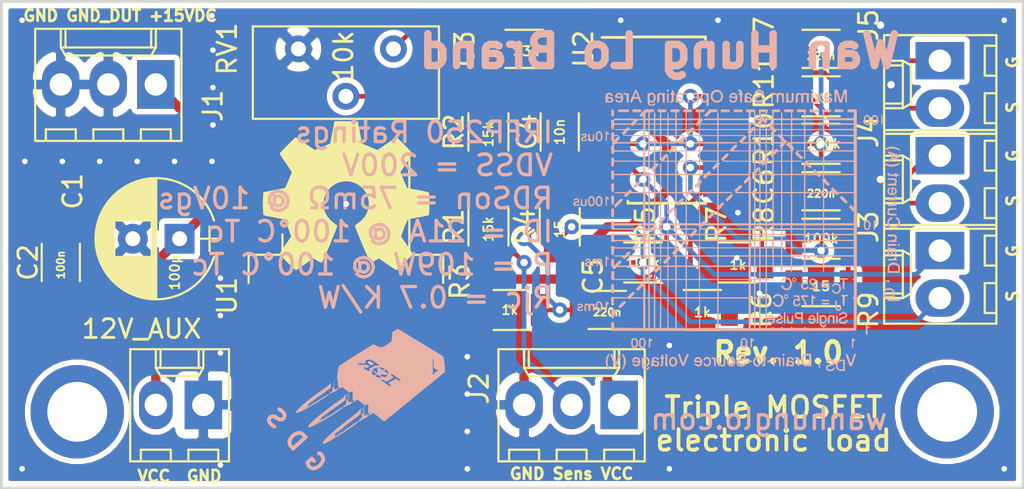
<source format=kicad_pcb>
(kicad_pcb (version 20170123) (host pcbnew "(2017-07-06 revision 885a4c1bc)-makepkg")

  (general
    (thickness 1.6)
    (drawings 16)
    (tracks 249)
    (zones 0)
    (modules 63)
    (nets 18)
  )

  (page A4)
  (layers
    (0 F.Cu signal hide)
    (31 B.Cu signal)
    (32 B.Adhes user)
    (33 F.Adhes user)
    (34 B.Paste user)
    (35 F.Paste user)
    (36 B.SilkS user)
    (37 F.SilkS user hide)
    (38 B.Mask user)
    (39 F.Mask user)
    (40 Dwgs.User user)
    (41 Cmts.User user)
    (42 Eco1.User user)
    (43 Eco2.User user)
    (44 Edge.Cuts user)
    (45 Margin user)
    (46 B.CrtYd user)
    (47 F.CrtYd user)
    (48 B.Fab user)
    (49 F.Fab user hide)
  )

  (setup
    (last_trace_width 0.25)
    (user_trace_width 0.25)
    (user_trace_width 0.35)
    (user_trace_width 0.5)
    (trace_clearance 0.2)
    (zone_clearance 0.3)
    (zone_45_only no)
    (trace_min 0.2)
    (segment_width 0.2)
    (edge_width 0.15)
    (via_size 0.8)
    (via_drill 0.4)
    (via_min_size 0.4)
    (via_min_drill 0.3)
    (uvia_size 0.3)
    (uvia_drill 0.1)
    (uvias_allowed no)
    (uvia_min_size 0.2)
    (uvia_min_drill 0.1)
    (pcb_text_width 0.3)
    (pcb_text_size 1.5 1.5)
    (mod_edge_width 0.15)
    (mod_text_size 1 1)
    (mod_text_width 0.15)
    (pad_size 5 5)
    (pad_drill 3.2)
    (pad_to_mask_clearance 0.2)
    (aux_axis_origin 0 0)
    (visible_elements 7FFFFDFF)
    (pcbplotparams
      (layerselection 0x00030_ffffffff)
      (usegerberextensions false)
      (excludeedgelayer true)
      (linewidth 0.100000)
      (plotframeref false)
      (viasonmask false)
      (mode 1)
      (useauxorigin false)
      (hpglpennumber 1)
      (hpglpenspeed 20)
      (hpglpendiameter 15)
      (psnegative false)
      (psa4output false)
      (plotreference true)
      (plotvalue true)
      (plotinvisibletext false)
      (padsonsilk false)
      (subtractmaskfromsilk false)
      (outputformat 1)
      (mirror false)
      (drillshape 1)
      (scaleselection 1)
      (outputdirectory ""))
  )

  (net 0 "")
  (net 1 GND)
  (net 2 "Net-(C1-Pad1)")
  (net 3 "Net-(C3-Pad1)")
  (net 4 "Net-(C3-Pad2)")
  (net 5 "Net-(C4-Pad1)")
  (net 6 "Net-(C5-Pad1)")
  (net 7 "Net-(C6-Pad1)")
  (net 8 "Net-(C7-Pad1)")
  (net 9 +15V)
  (net 10 "Net-(J2-Pad2)")
  (net 11 "Net-(J3-Pad1)")
  (net 12 "Net-(J3-Pad2)")
  (net 13 "Net-(J4-Pad2)")
  (net 14 "Net-(J4-Pad1)")
  (net 15 "Net-(J5-Pad1)")
  (net 16 "Net-(J5-Pad2)")
  (net 17 "Net-(RV1-Pad2)")

  (net_class Default "Dies ist die voreingestellte Netzklasse."
    (clearance 0.2)
    (trace_width 0.25)
    (via_dia 0.8)
    (via_drill 0.4)
    (uvia_dia 0.3)
    (uvia_drill 0.1)
    (add_net +15V)
    (add_net GND)
    (add_net "Net-(C1-Pad1)")
    (add_net "Net-(C3-Pad1)")
    (add_net "Net-(C3-Pad2)")
    (add_net "Net-(C4-Pad1)")
    (add_net "Net-(C5-Pad1)")
    (add_net "Net-(C6-Pad1)")
    (add_net "Net-(C7-Pad1)")
    (add_net "Net-(J2-Pad2)")
    (add_net "Net-(J3-Pad1)")
    (add_net "Net-(J3-Pad2)")
    (add_net "Net-(J4-Pad1)")
    (add_net "Net-(J4-Pad2)")
    (add_net "Net-(J5-Pad1)")
    (add_net "Net-(J5-Pad2)")
    (add_net "Net-(RV1-Pad2)")
  )

  (module ViaStitching:Via_06 (layer F.Cu) (tedit 596252F0) (tstamp 596BFFE7)
    (at 56.458 28.961)
    (fp_text reference "" (at 0 0.5) (layer F.SilkS) hide
      (effects (font (size 1 1) (thickness 0.15)))
    )
    (fp_text value V (at 0 -0.5) (layer F.Fab) hide
      (effects (font (size 1 1) (thickness 0.15)))
    )
    (pad 1 thru_hole circle (at 0 0) (size 0.6 0.6) (drill 0.3) (layers *.Cu)
      (net 1 GND) (zone_connect 2))
  )

  (module Resistors_SMD:R_1206 (layer F.Cu) (tedit 59627161) (tstamp 59623D65)
    (at 43.18 22.225 90)
    (descr "Resistor SMD 1206, reflow soldering, Vishay (see dcrcw.pdf)")
    (tags "resistor 1206")
    (path /5937BDD6)
    (attr smd)
    (fp_text reference R2 (at 0 -1.85 90) (layer F.SilkS)
      (effects (font (size 1 1) (thickness 0.15)))
    )
    (fp_text value 15k (at -0.127 0 90) (layer F.SilkS)
      (effects (font (size 0.5 0.5) (thickness 0.1)))
    )
    (fp_text user %R (at -1.397 0 90) (layer F.Fab)
      (effects (font (size 0.7 0.7) (thickness 0.105)))
    )
    (fp_line (start -1.6 0.8) (end -1.6 -0.8) (layer F.Fab) (width 0.1))
    (fp_line (start 1.6 0.8) (end -1.6 0.8) (layer F.Fab) (width 0.1))
    (fp_line (start 1.6 -0.8) (end 1.6 0.8) (layer F.Fab) (width 0.1))
    (fp_line (start -1.6 -0.8) (end 1.6 -0.8) (layer F.Fab) (width 0.1))
    (fp_line (start 1 1.07) (end -1 1.07) (layer F.SilkS) (width 0.12))
    (fp_line (start -1 -1.07) (end 1 -1.07) (layer F.SilkS) (width 0.12))
    (fp_line (start -2.15 -1.11) (end 2.15 -1.11) (layer F.CrtYd) (width 0.05))
    (fp_line (start -2.15 -1.11) (end -2.15 1.1) (layer F.CrtYd) (width 0.05))
    (fp_line (start 2.15 1.1) (end 2.15 -1.11) (layer F.CrtYd) (width 0.05))
    (fp_line (start 2.15 1.1) (end -2.15 1.1) (layer F.CrtYd) (width 0.05))
    (pad 1 smd rect (at -1.45 0 90) (size 0.9 1.7) (layers F.Cu F.Paste F.Mask)
      (net 5 "Net-(C4-Pad1)"))
    (pad 2 smd rect (at 1.45 0 90) (size 0.9 1.7) (layers F.Cu F.Paste F.Mask)
      (net 4 "Net-(C3-Pad2)"))
    (model ${KISYS3DMOD}/Resistors_SMD.3dshapes/R_1206.wrl
      (at (xyz 0 0 0))
      (scale (xyz 1 1 1))
      (rotate (xyz 0 0 0))
    )
  )

  (module ViaStitching:Via_06 (layer F.Cu) (tedit 596252F0) (tstamp 596B92E7)
    (at 35.581 26.081)
    (fp_text reference "" (at 0 0.5) (layer F.SilkS) hide
      (effects (font (size 1 1) (thickness 0.15)))
    )
    (fp_text value V (at 0 -0.5) (layer F.Fab) hide
      (effects (font (size 1 1) (thickness 0.15)))
    )
    (pad 1 thru_hole circle (at 0 0) (size 0.6 0.6) (drill 0.3) (layers *.Cu)
      (net 1 GND) (zone_connect 2))
  )

  (module ViaStitching:Via_06 (layer F.Cu) (tedit 596252F0) (tstamp 596AFD51)
    (at 57.228 21.584)
    (fp_text reference "" (at 0 0.5) (layer F.SilkS) hide
      (effects (font (size 1 1) (thickness 0.15)))
    )
    (fp_text value V (at 0 -0.5) (layer F.Fab) hide
      (effects (font (size 1 1) (thickness 0.15)))
    )
    (pad 1 thru_hole circle (at 0 0) (size 0.6 0.6) (drill 0.3) (layers *.Cu)
      (net 1 GND) (zone_connect 2))
  )

  (module ViaStitching:Via_06 (layer F.Cu) (tedit 596252F0) (tstamp 596AF9B9)
    (at 28.45 21.85)
    (fp_text reference "" (at 0 0.5) (layer F.SilkS) hide
      (effects (font (size 1 1) (thickness 0.15)))
    )
    (fp_text value V (at 0 -0.5) (layer F.Fab) hide
      (effects (font (size 1 1) (thickness 0.15)))
    )
    (pad 1 thru_hole circle (at 0 0) (size 0.6 0.6) (drill 0.3) (layers *.Cu)
      (net 1 GND) (zone_connect 2))
  )

  (module ViaStitching:Via_06 (layer F.Cu) (tedit 596252F0) (tstamp 596AF9B5)
    (at 28.45 19.85)
    (fp_text reference "" (at 0 0.5) (layer F.SilkS) hide
      (effects (font (size 1 1) (thickness 0.15)))
    )
    (fp_text value V (at 0 -0.5) (layer F.Fab) hide
      (effects (font (size 1 1) (thickness 0.15)))
    )
    (pad 1 thru_hole circle (at 0 0) (size 0.6 0.6) (drill 0.3) (layers *.Cu)
      (net 1 GND) (zone_connect 2))
  )

  (module ViaStitching:Via_06 (layer F.Cu) (tedit 596252F0) (tstamp 596AF9B1)
    (at 28.45 17.85)
    (fp_text reference "" (at 0 0.5) (layer F.SilkS) hide
      (effects (font (size 1 1) (thickness 0.15)))
    )
    (fp_text value V (at 0 -0.5) (layer F.Fab) hide
      (effects (font (size 1 1) (thickness 0.15)))
    )
    (pad 1 thru_hole circle (at 0 0) (size 0.6 0.6) (drill 0.3) (layers *.Cu)
      (net 1 GND) (zone_connect 2))
  )

  (module ViaStitching:Via_06 (layer F.Cu) (tedit 596252F0) (tstamp 596AF9AD)
    (at 28.4 16)
    (fp_text reference "" (at 0 0.5) (layer F.SilkS) hide
      (effects (font (size 1 1) (thickness 0.15)))
    )
    (fp_text value V (at 0 -0.5) (layer F.Fab) hide
      (effects (font (size 1 1) (thickness 0.15)))
    )
    (pad 1 thru_hole circle (at 0 0) (size 0.6 0.6) (drill 0.3) (layers *.Cu)
      (net 1 GND) (zone_connect 2))
  )

  (module ViaStitching:Via_06 (layer F.Cu) (tedit 596252F0) (tstamp 596AF981)
    (at 28.4 23.8)
    (fp_text reference "" (at 0 0.5) (layer F.SilkS) hide
      (effects (font (size 1 1) (thickness 0.15)))
    )
    (fp_text value V (at 0 -0.5) (layer F.Fab) hide
      (effects (font (size 1 1) (thickness 0.15)))
    )
    (pad 1 thru_hole circle (at 0 0) (size 0.6 0.6) (drill 0.3) (layers *.Cu)
      (net 1 GND) (zone_connect 2))
  )

  (module ViaStitching:Via_06 (layer F.Cu) (tedit 596252F0) (tstamp 596AF97D)
    (at 26.4 23.8)
    (fp_text reference "" (at 0 0.5) (layer F.SilkS) hide
      (effects (font (size 1 1) (thickness 0.15)))
    )
    (fp_text value V (at 0 -0.5) (layer F.Fab) hide
      (effects (font (size 1 1) (thickness 0.15)))
    )
    (pad 1 thru_hole circle (at 0 0) (size 0.6 0.6) (drill 0.3) (layers *.Cu)
      (net 1 GND) (zone_connect 2))
  )

  (module ViaStitching:Via_06 (layer F.Cu) (tedit 596252F0) (tstamp 596AF979)
    (at 24.4 23.8)
    (fp_text reference "" (at 0 0.5) (layer F.SilkS) hide
      (effects (font (size 1 1) (thickness 0.15)))
    )
    (fp_text value V (at 0 -0.5) (layer F.Fab) hide
      (effects (font (size 1 1) (thickness 0.15)))
    )
    (pad 1 thru_hole circle (at 0 0) (size 0.6 0.6) (drill 0.3) (layers *.Cu)
      (net 1 GND) (zone_connect 2))
  )

  (module ViaStitching:Via_06 (layer F.Cu) (tedit 596252F0) (tstamp 596AF975)
    (at 22.4 23.8)
    (fp_text reference "" (at 0 0.5) (layer F.SilkS) hide
      (effects (font (size 1 1) (thickness 0.15)))
    )
    (fp_text value V (at 0 -0.5) (layer F.Fab) hide
      (effects (font (size 1 1) (thickness 0.15)))
    )
    (pad 1 thru_hole circle (at 0 0) (size 0.6 0.6) (drill 0.3) (layers *.Cu)
      (net 1 GND) (zone_connect 2))
  )

  (module ViaStitching:Via_06 (layer F.Cu) (tedit 596252F0) (tstamp 596AF971)
    (at 20.4 23.8)
    (fp_text reference "" (at 0 0.5) (layer F.SilkS) hide
      (effects (font (size 1 1) (thickness 0.15)))
    )
    (fp_text value V (at 0 -0.5) (layer F.Fab) hide
      (effects (font (size 1 1) (thickness 0.15)))
    )
    (pad 1 thru_hole circle (at 0 0) (size 0.6 0.6) (drill 0.3) (layers *.Cu)
      (net 1 GND) (zone_connect 2))
  )

  (module ViaStitching:Via_06 (layer F.Cu) (tedit 596252F0) (tstamp 596AF8F8)
    (at 42.05 40.25)
    (fp_text reference "" (at 0 0.5) (layer F.SilkS) hide
      (effects (font (size 1 1) (thickness 0.15)))
    )
    (fp_text value V (at 0 -0.5) (layer F.Fab) hide
      (effects (font (size 1 1) (thickness 0.15)))
    )
    (pad 1 thru_hole circle (at 0 0) (size 0.6 0.6) (drill 0.3) (layers *.Cu)
      (net 1 GND) (zone_connect 2))
  )

  (module ViaStitching:Via_06 (layer F.Cu) (tedit 596252F0) (tstamp 596AF8F4)
    (at 42.05 38.25)
    (fp_text reference "" (at 0 0.5) (layer F.SilkS) hide
      (effects (font (size 1 1) (thickness 0.15)))
    )
    (fp_text value V (at 0 -0.5) (layer F.Fab) hide
      (effects (font (size 1 1) (thickness 0.15)))
    )
    (pad 1 thru_hole circle (at 0 0) (size 0.6 0.6) (drill 0.3) (layers *.Cu)
      (net 1 GND) (zone_connect 2))
  )

  (module ViaStitching:Via_06 (layer F.Cu) (tedit 596252F0) (tstamp 596AF8F0)
    (at 42.05 36.25)
    (fp_text reference "" (at 0 0.5) (layer F.SilkS) hide
      (effects (font (size 1 1) (thickness 0.15)))
    )
    (fp_text value V (at 0 -0.5) (layer F.Fab) hide
      (effects (font (size 1 1) (thickness 0.15)))
    )
    (pad 1 thru_hole circle (at 0 0) (size 0.6 0.6) (drill 0.3) (layers *.Cu)
      (net 1 GND) (zone_connect 2))
  )

  (module ViaStitching:Via_06 (layer F.Cu) (tedit 596252F0) (tstamp 596AF8E2)
    (at 28.85 40.05)
    (fp_text reference "" (at 0 0.5) (layer F.SilkS) hide
      (effects (font (size 1 1) (thickness 0.15)))
    )
    (fp_text value V (at 0 -0.5) (layer F.Fab) hide
      (effects (font (size 1 1) (thickness 0.15)))
    )
    (pad 1 thru_hole circle (at 0 0) (size 0.6 0.6) (drill 0.3) (layers *.Cu)
      (net 1 GND) (zone_connect 2))
  )

  (module ViaStitching:Via_06 (layer F.Cu) (tedit 596252F0) (tstamp 596AF8D6)
    (at 28.85 34.05)
    (fp_text reference "" (at 0 0.5) (layer F.SilkS) hide
      (effects (font (size 1 1) (thickness 0.15)))
    )
    (fp_text value V (at 0 -0.5) (layer F.Fab) hide
      (effects (font (size 1 1) (thickness 0.15)))
    )
    (pad 1 thru_hole circle (at 0 0) (size 0.6 0.6) (drill 0.3) (layers *.Cu)
      (net 1 GND) (zone_connect 2))
  )

  (module ViaStitching:Via_06 (layer F.Cu) (tedit 596252F0) (tstamp 596AF8D2)
    (at 28.85 32.05)
    (fp_text reference "" (at 0 0.5) (layer F.SilkS) hide
      (effects (font (size 1 1) (thickness 0.15)))
    )
    (fp_text value V (at 0 -0.5) (layer F.Fab) hide
      (effects (font (size 1 1) (thickness 0.15)))
    )
    (pad 1 thru_hole circle (at 0 0) (size 0.6 0.6) (drill 0.3) (layers *.Cu)
      (net 1 GND) (zone_connect 2))
  )

  (module ViaStitching:Via_06 (layer F.Cu) (tedit 596252F0) (tstamp 596AF0F5)
    (at 28.85 30.05)
    (fp_text reference "" (at 0 0.5) (layer F.SilkS) hide
      (effects (font (size 1 1) (thickness 0.15)))
    )
    (fp_text value V (at 0 -0.5) (layer F.Fab) hide
      (effects (font (size 1 1) (thickness 0.15)))
    )
    (pad 1 thru_hole circle (at 0 0) (size 0.6 0.6) (drill 0.3) (layers *.Cu)
      (net 1 GND) (zone_connect 2))
  )

  (module ViaStitching:Via_06 (layer F.Cu) (tedit 596252F0) (tstamp 596AF0F0)
    (at 42.05 34.25)
    (fp_text reference "" (at 0 0.5) (layer F.SilkS) hide
      (effects (font (size 1 1) (thickness 0.15)))
    )
    (fp_text value V (at 0 -0.5) (layer F.Fab) hide
      (effects (font (size 1 1) (thickness 0.15)))
    )
    (pad 1 thru_hole circle (at 0 0) (size 0.6 0.6) (drill 0.3) (layers *.Cu)
      (net 1 GND) (zone_connect 2))
  )

  (module ViaStitching:Via_06 (layer F.Cu) (tedit 596252F0) (tstamp 596AF0DC)
    (at 52.85 33.65)
    (fp_text reference "" (at 0 0.5) (layer F.SilkS) hide
      (effects (font (size 1 1) (thickness 0.15)))
    )
    (fp_text value V (at 0 -0.5) (layer F.Fab) hide
      (effects (font (size 1 1) (thickness 0.15)))
    )
    (pad 1 thru_hole circle (at 0 0) (size 0.6 0.6) (drill 0.3) (layers *.Cu)
      (net 1 GND) (zone_connect 2))
  )

  (module ViaStitching:Via_06 (layer F.Cu) (tedit 596252F0) (tstamp 596AF0D7)
    (at 52.85 40.25)
    (fp_text reference "" (at 0 0.5) (layer F.SilkS) hide
      (effects (font (size 1 1) (thickness 0.15)))
    )
    (fp_text value V (at 0 -0.5) (layer F.Fab) hide
      (effects (font (size 1 1) (thickness 0.15)))
    )
    (pad 1 thru_hole circle (at 0 0) (size 0.6 0.6) (drill 0.3) (layers *.Cu)
      (net 1 GND) (zone_connect 2))
  )

  (module ViaStitching:Via_06 (layer F.Cu) (tedit 596252F0) (tstamp 596AF0D1)
    (at 55.45 16.25)
    (fp_text reference "" (at 0 0.5) (layer F.SilkS) hide
      (effects (font (size 1 1) (thickness 0.15)))
    )
    (fp_text value V (at 0 -0.5) (layer F.Fab) hide
      (effects (font (size 1 1) (thickness 0.15)))
    )
    (pad 1 thru_hole circle (at 0 0) (size 0.6 0.6) (drill 0.3) (layers *.Cu)
      (net 1 GND) (zone_connect 2))
  )

  (module ViaStitching:Via_06 (layer F.Cu) (tedit 596252F0) (tstamp 596AF0CC)
    (at 50.25 16.25)
    (fp_text reference "" (at 0 0.5) (layer F.SilkS) hide
      (effects (font (size 1 1) (thickness 0.15)))
    )
    (fp_text value V (at 0 -0.5) (layer F.Fab) hide
      (effects (font (size 1 1) (thickness 0.15)))
    )
    (pad 1 thru_hole circle (at 0 0) (size 0.6 0.6) (drill 0.3) (layers *.Cu)
      (net 1 GND) (zone_connect 2))
  )

  (module ViaStitching:Via_06 (layer F.Cu) (tedit 596252F0) (tstamp 596AF0BC)
    (at 18.4 23.8)
    (fp_text reference "" (at 0 0.5) (layer F.SilkS) hide
      (effects (font (size 1 1) (thickness 0.15)))
    )
    (fp_text value V (at 0 -0.5) (layer F.Fab) hide
      (effects (font (size 1 1) (thickness 0.15)))
    )
    (pad 1 thru_hole circle (at 0 0) (size 0.6 0.6) (drill 0.3) (layers *.Cu)
      (net 1 GND) (zone_connect 2))
  )

  (module Mounting_Holes:MountingHole_3.2mm_M3_ISO14580_Pad (layer F.Cu) (tedit 59627686) (tstamp 596AE948)
    (at 21.2 37.2)
    (descr "Mounting Hole 3.2mm, M3, ISO14580")
    (tags "mounting hole 3.2mm m3 iso14580")
    (fp_text reference REF** (at 0.136 -0.116) (layer F.SilkS) hide
      (effects (font (size 1 1) (thickness 0.15)))
    )
    (fp_text value MountingHole_3.2mm_M3_ISO14580_Pad (at -0.499 5.853) (layer F.Fab)
      (effects (font (size 1 1) (thickness 0.15)))
    )
    (fp_circle (center 0 0) (end 3 0) (layer F.CrtYd) (width 0.05))
    (fp_circle (center 0 0) (end 2.75 0) (layer Cmts.User) (width 0.15))
    (pad 1 thru_hole circle (at 0 0) (size 5 5) (drill 3.2) (layers *.Cu *.Mask))
  )

  (module ViaStitching:Via_06 (layer F.Cu) (tedit 596252F0) (tstamp 596A7A13)
    (at 70.75 40.25)
    (fp_text reference "" (at 0 0.5) (layer F.SilkS) hide
      (effects (font (size 1 1) (thickness 0.15)))
    )
    (fp_text value V (at 0 -0.5) (layer F.Fab) hide
      (effects (font (size 1 1) (thickness 0.15)))
    )
    (pad 1 thru_hole circle (at 0 0) (size 0.6 0.6) (drill 0.3) (layers *.Cu)
      (net 1 GND) (zone_connect 2))
  )

  (module ViaStitching:Via_06 (layer F.Cu) (tedit 596252F0) (tstamp 596A7A0E)
    (at 70.75 16.25)
    (fp_text reference "" (at 0 0.5) (layer F.SilkS) hide
      (effects (font (size 1 1) (thickness 0.15)))
    )
    (fp_text value V (at 0 -0.5) (layer F.Fab) hide
      (effects (font (size 1 1) (thickness 0.15)))
    )
    (pad 1 thru_hole circle (at 0 0) (size 0.6 0.6) (drill 0.3) (layers *.Cu)
      (net 1 GND) (zone_connect 2))
  )

  (module ViaStitching:Via_06 (layer F.Cu) (tedit 596252F0) (tstamp 596A7A09)
    (at 18.25 16.25)
    (fp_text reference "" (at 0 0.5) (layer F.SilkS) hide
      (effects (font (size 1 1) (thickness 0.15)))
    )
    (fp_text value V (at 0 -0.5) (layer F.Fab) hide
      (effects (font (size 1 1) (thickness 0.15)))
    )
    (pad 1 thru_hole circle (at 0 0) (size 0.6 0.6) (drill 0.3) (layers *.Cu)
      (net 1 GND) (zone_connect 2))
  )

  (module ViaStitching:Via_06 (layer F.Cu) (tedit 596252F0) (tstamp 596A7A04)
    (at 18.25 40.25)
    (fp_text reference "" (at 0 0.5) (layer F.SilkS) hide
      (effects (font (size 1 1) (thickness 0.15)))
    )
    (fp_text value V (at 0 -0.5) (layer F.Fab) hide
      (effects (font (size 1 1) (thickness 0.15)))
    )
    (pad 1 thru_hole circle (at 0 0) (size 0.6 0.6) (drill 0.3) (layers *.Cu)
      (net 1 GND) (zone_connect 2))
  )

  (module Connectors_Molex:Molex_KK-6410-03_03x2.54mm_Straight (layer F.Cu) (tedit 59626CFE) (tstamp 5968BFE7)
    (at 25.4 19.685 180)
    (descr "Connector Headers with Friction Lock, 22-27-2031, http://www.molex.com/pdm_docs/sd/022272021_sd.pdf")
    (tags "connector molex kk_6410 22-27-2031")
    (path /593828E6)
    (fp_text reference J1 (at -3.048 -1.143 270) (layer F.SilkS)
      (effects (font (size 1 1) (thickness 0.15)))
    )
    (fp_text value CONN_01X03_MALE (at 3.683 6.477 180) (layer F.Fab)
      (effects (font (size 1 1) (thickness 0.15)))
    )
    (fp_line (start -1.47 -3.12) (end -1.47 3.08) (layer F.Fab) (width 0.12))
    (fp_line (start -1.47 3.08) (end 6.55 3.08) (layer F.Fab) (width 0.12))
    (fp_line (start 6.55 3.08) (end 6.55 -3.12) (layer F.Fab) (width 0.12))
    (fp_line (start 6.55 -3.12) (end -1.47 -3.12) (layer F.Fab) (width 0.12))
    (fp_line (start -1.37 -3.02) (end -1.37 2.98) (layer F.SilkS) (width 0.12))
    (fp_line (start -1.37 2.98) (end 6.45 2.98) (layer F.SilkS) (width 0.12))
    (fp_line (start 6.45 2.98) (end 6.45 -3.02) (layer F.SilkS) (width 0.12))
    (fp_line (start 6.45 -3.02) (end -1.37 -3.02) (layer F.SilkS) (width 0.12))
    (fp_line (start 0 2.98) (end 0 1.98) (layer F.SilkS) (width 0.12))
    (fp_line (start 0 1.98) (end 5.08 1.98) (layer F.SilkS) (width 0.12))
    (fp_line (start 5.08 1.98) (end 5.08 2.98) (layer F.SilkS) (width 0.12))
    (fp_line (start 0 1.98) (end 0.25 1.55) (layer F.SilkS) (width 0.12))
    (fp_line (start 0.25 1.55) (end 4.83 1.55) (layer F.SilkS) (width 0.12))
    (fp_line (start 4.83 1.55) (end 5.08 1.98) (layer F.SilkS) (width 0.12))
    (fp_line (start 0.25 2.98) (end 0.25 1.98) (layer F.SilkS) (width 0.12))
    (fp_line (start 4.83 2.98) (end 4.83 1.98) (layer F.SilkS) (width 0.12))
    (fp_line (start -0.8 -3.02) (end -0.8 -2.4) (layer F.SilkS) (width 0.12))
    (fp_line (start -0.8 -2.4) (end 0.8 -2.4) (layer F.SilkS) (width 0.12))
    (fp_line (start 0.8 -2.4) (end 0.8 -3.02) (layer F.SilkS) (width 0.12))
    (fp_line (start 1.74 -3.02) (end 1.74 -2.4) (layer F.SilkS) (width 0.12))
    (fp_line (start 1.74 -2.4) (end 3.34 -2.4) (layer F.SilkS) (width 0.12))
    (fp_line (start 3.34 -2.4) (end 3.34 -3.02) (layer F.SilkS) (width 0.12))
    (fp_line (start 4.28 -3.02) (end 4.28 -2.4) (layer F.SilkS) (width 0.12))
    (fp_line (start 4.28 -2.4) (end 5.88 -2.4) (layer F.SilkS) (width 0.12))
    (fp_line (start 5.88 -2.4) (end 5.88 -3.02) (layer F.SilkS) (width 0.12))
    (fp_line (start -1.9 3.5) (end -1.9 -3.55) (layer F.CrtYd) (width 0.05))
    (fp_line (start -1.9 -3.55) (end 7 -3.55) (layer F.CrtYd) (width 0.05))
    (fp_line (start 7 -3.55) (end 7 3.5) (layer F.CrtYd) (width 0.05))
    (fp_line (start 7 3.5) (end -1.9 3.5) (layer F.CrtYd) (width 0.05))
    (fp_text user %R (at 2.54 0 180) (layer F.Fab)
      (effects (font (size 1 1) (thickness 0.15)))
    )
    (pad 1 thru_hole rect (at 0 0 180) (size 2 2.6) (drill 1.2) (layers *.Cu *.Mask)
      (net 9 +15V))
    (pad 2 thru_hole oval (at 2.54 0 180) (size 2 2.6) (drill 1.2) (layers *.Cu *.Mask)
      (net 1 GND))
    (pad 3 thru_hole oval (at 5.08 0 180) (size 2 2.6) (drill 1.2) (layers *.Cu *.Mask)
      (net 1 GND))
    (model ${KISYS3DMOD}/Connectors_Molex.3dshapes/Molex_KK-6410-03_03x2.54mm_Straight.wrl
      (at (xyz 0 0 0))
      (scale (xyz 1 1 1))
      (rotate (xyz 0 0 0))
    )
  )

  (module Connectors_Molex:Molex_KK-6410-03_03x2.54mm_Straight (layer F.Cu) (tedit 59626E32) (tstamp 5968BEA3)
    (at 50.165 36.83 180)
    (descr "Connector Headers with Friction Lock, 22-27-2031, http://www.molex.com/pdm_docs/sd/022272021_sd.pdf")
    (tags "connector molex kk_6410 22-27-2031")
    (path /5937EF4D)
    (fp_text reference J2 (at 7.493 0.889 270) (layer F.SilkS)
      (effects (font (size 1 1) (thickness 0.15)))
    )
    (fp_text value CONN_01X03_MALE (at 1.397 -8.636 180) (layer F.Fab)
      (effects (font (size 1 1) (thickness 0.15)))
    )
    (fp_text user %R (at 2.54 0 180) (layer F.Fab)
      (effects (font (size 1 1) (thickness 0.15)))
    )
    (fp_line (start 7 3.5) (end -1.9 3.5) (layer F.CrtYd) (width 0.05))
    (fp_line (start 7 -3.55) (end 7 3.5) (layer F.CrtYd) (width 0.05))
    (fp_line (start -1.9 -3.55) (end 7 -3.55) (layer F.CrtYd) (width 0.05))
    (fp_line (start -1.9 3.5) (end -1.9 -3.55) (layer F.CrtYd) (width 0.05))
    (fp_line (start 5.88 -2.4) (end 5.88 -3.02) (layer F.SilkS) (width 0.12))
    (fp_line (start 4.28 -2.4) (end 5.88 -2.4) (layer F.SilkS) (width 0.12))
    (fp_line (start 4.28 -3.02) (end 4.28 -2.4) (layer F.SilkS) (width 0.12))
    (fp_line (start 3.34 -2.4) (end 3.34 -3.02) (layer F.SilkS) (width 0.12))
    (fp_line (start 1.74 -2.4) (end 3.34 -2.4) (layer F.SilkS) (width 0.12))
    (fp_line (start 1.74 -3.02) (end 1.74 -2.4) (layer F.SilkS) (width 0.12))
    (fp_line (start 0.8 -2.4) (end 0.8 -3.02) (layer F.SilkS) (width 0.12))
    (fp_line (start -0.8 -2.4) (end 0.8 -2.4) (layer F.SilkS) (width 0.12))
    (fp_line (start -0.8 -3.02) (end -0.8 -2.4) (layer F.SilkS) (width 0.12))
    (fp_line (start 4.83 2.98) (end 4.83 1.98) (layer F.SilkS) (width 0.12))
    (fp_line (start 0.25 2.98) (end 0.25 1.98) (layer F.SilkS) (width 0.12))
    (fp_line (start 4.83 1.55) (end 5.08 1.98) (layer F.SilkS) (width 0.12))
    (fp_line (start 0.25 1.55) (end 4.83 1.55) (layer F.SilkS) (width 0.12))
    (fp_line (start 0 1.98) (end 0.25 1.55) (layer F.SilkS) (width 0.12))
    (fp_line (start 5.08 1.98) (end 5.08 2.98) (layer F.SilkS) (width 0.12))
    (fp_line (start 0 1.98) (end 5.08 1.98) (layer F.SilkS) (width 0.12))
    (fp_line (start 0 2.98) (end 0 1.98) (layer F.SilkS) (width 0.12))
    (fp_line (start 6.45 -3.02) (end -1.37 -3.02) (layer F.SilkS) (width 0.12))
    (fp_line (start 6.45 2.98) (end 6.45 -3.02) (layer F.SilkS) (width 0.12))
    (fp_line (start -1.37 2.98) (end 6.45 2.98) (layer F.SilkS) (width 0.12))
    (fp_line (start -1.37 -3.02) (end -1.37 2.98) (layer F.SilkS) (width 0.12))
    (fp_line (start 6.55 -3.12) (end -1.47 -3.12) (layer F.Fab) (width 0.12))
    (fp_line (start 6.55 3.08) (end 6.55 -3.12) (layer F.Fab) (width 0.12))
    (fp_line (start -1.47 3.08) (end 6.55 3.08) (layer F.Fab) (width 0.12))
    (fp_line (start -1.47 -3.12) (end -1.47 3.08) (layer F.Fab) (width 0.12))
    (pad 3 thru_hole oval (at 5.08 0 180) (size 2 2.6) (drill 1.2) (layers *.Cu *.Mask)
      (net 1 GND))
    (pad 2 thru_hole oval (at 2.54 0 180) (size 2 2.6) (drill 1.2) (layers *.Cu *.Mask)
      (net 10 "Net-(J2-Pad2)"))
    (pad 1 thru_hole rect (at 0 0 180) (size 2 2.6) (drill 1.2) (layers *.Cu *.Mask)
      (net 2 "Net-(C1-Pad1)"))
    (model ${KISYS3DMOD}/Connectors_Molex.3dshapes/Molex_KK-6410-03_03x2.54mm_Straight.wrl
      (at (xyz 0 0 0))
      (scale (xyz 1 1 1))
      (rotate (xyz 0 0 0))
    )
  )

  (module Connectors_Molex:Molex_KK-6410-02_02x2.54mm_Straight (layer F.Cu) (tedit 59626D01) (tstamp 5967F193)
    (at 67.31 28.575 270)
    (descr "Connector Headers with Friction Lock, 22-27-2021, http://www.molex.com/pdm_docs/sd/022272021_sd.pdf")
    (tags "connector molex kk_6410 22-27-2021")
    (path /5962944A)
    (fp_text reference J3 (at -1.27 3.81 270) (layer F.SilkS)
      (effects (font (size 1 1) (thickness 0.15)))
    )
    (fp_text value CONN_01X02_MALE (at 0.381 -7.112 270) (layer F.Fab)
      (effects (font (size 1 1) (thickness 0.15)))
    )
    (fp_line (start -1.47 -3.12) (end -1.47 3.08) (layer F.Fab) (width 0.12))
    (fp_line (start -1.47 3.08) (end 4.01 3.08) (layer F.Fab) (width 0.12))
    (fp_line (start 4.01 3.08) (end 4.01 -3.12) (layer F.Fab) (width 0.12))
    (fp_line (start 4.01 -3.12) (end -1.47 -3.12) (layer F.Fab) (width 0.12))
    (fp_line (start -1.37 -3.02) (end -1.37 2.98) (layer F.SilkS) (width 0.12))
    (fp_line (start -1.37 2.98) (end 3.91 2.98) (layer F.SilkS) (width 0.12))
    (fp_line (start 3.91 2.98) (end 3.91 -3.02) (layer F.SilkS) (width 0.12))
    (fp_line (start 3.91 -3.02) (end -1.37 -3.02) (layer F.SilkS) (width 0.12))
    (fp_line (start 0 2.98) (end 0 1.98) (layer F.SilkS) (width 0.12))
    (fp_line (start 0 1.98) (end 2.54 1.98) (layer F.SilkS) (width 0.12))
    (fp_line (start 2.54 1.98) (end 2.54 2.98) (layer F.SilkS) (width 0.12))
    (fp_line (start 0 1.98) (end 0.25 1.55) (layer F.SilkS) (width 0.12))
    (fp_line (start 0.25 1.55) (end 2.29 1.55) (layer F.SilkS) (width 0.12))
    (fp_line (start 2.29 1.55) (end 2.54 1.98) (layer F.SilkS) (width 0.12))
    (fp_line (start 0.25 2.98) (end 0.25 1.98) (layer F.SilkS) (width 0.12))
    (fp_line (start 2.29 2.98) (end 2.29 1.98) (layer F.SilkS) (width 0.12))
    (fp_line (start -0.8 -3.02) (end -0.8 -2.4) (layer F.SilkS) (width 0.12))
    (fp_line (start -0.8 -2.4) (end 0.8 -2.4) (layer F.SilkS) (width 0.12))
    (fp_line (start 0.8 -2.4) (end 0.8 -3.02) (layer F.SilkS) (width 0.12))
    (fp_line (start 1.74 -3.02) (end 1.74 -2.4) (layer F.SilkS) (width 0.12))
    (fp_line (start 1.74 -2.4) (end 3.34 -2.4) (layer F.SilkS) (width 0.12))
    (fp_line (start 3.34 -2.4) (end 3.34 -3.02) (layer F.SilkS) (width 0.12))
    (fp_line (start -1.9 3.5) (end -1.9 -3.55) (layer F.CrtYd) (width 0.05))
    (fp_line (start -1.9 -3.55) (end 4.45 -3.55) (layer F.CrtYd) (width 0.05))
    (fp_line (start 4.45 -3.55) (end 4.45 3.5) (layer F.CrtYd) (width 0.05))
    (fp_line (start 4.45 3.5) (end -1.9 3.5) (layer F.CrtYd) (width 0.05))
    (fp_text user %R (at 1.27 0 270) (layer F.Fab)
      (effects (font (size 1 1) (thickness 0.15)))
    )
    (pad 1 thru_hole rect (at 0 0 270) (size 2 2.6) (drill 1.2) (layers *.Cu *.Mask)
      (net 11 "Net-(J3-Pad1)"))
    (pad 2 thru_hole oval (at 2.54 0 270) (size 2 2.6) (drill 1.2) (layers *.Cu *.Mask)
      (net 12 "Net-(J3-Pad2)"))
    (model ${KISYS3DMOD}/Connectors_Molex.3dshapes/Molex_KK-6410-02_02x2.54mm_Straight.wrl
      (at (xyz 0 0 0))
      (scale (xyz 1 1 1))
      (rotate (xyz 0 0 0))
    )
  )

  (module Connectors_Molex:Molex_KK-6410-02_02x2.54mm_Straight (layer F.Cu) (tedit 59626D06) (tstamp 5967F133)
    (at 67.31 23.495 270)
    (descr "Connector Headers with Friction Lock, 22-27-2021, http://www.molex.com/pdm_docs/sd/022272021_sd.pdf")
    (tags "connector molex kk_6410 22-27-2021")
    (path /5962A203)
    (fp_text reference J4 (at -1.27 3.81 270) (layer F.SilkS)
      (effects (font (size 1 1) (thickness 0.15)))
    )
    (fp_text value CONN_01X02_MALE (at 5.334 -8.89 270) (layer F.Fab)
      (effects (font (size 1 1) (thickness 0.15)))
    )
    (fp_text user %R (at 1.27 0 270) (layer F.Fab)
      (effects (font (size 1 1) (thickness 0.15)))
    )
    (fp_line (start 4.45 3.5) (end -1.9 3.5) (layer F.CrtYd) (width 0.05))
    (fp_line (start 4.45 -3.55) (end 4.45 3.5) (layer F.CrtYd) (width 0.05))
    (fp_line (start -1.9 -3.55) (end 4.45 -3.55) (layer F.CrtYd) (width 0.05))
    (fp_line (start -1.9 3.5) (end -1.9 -3.55) (layer F.CrtYd) (width 0.05))
    (fp_line (start 3.34 -2.4) (end 3.34 -3.02) (layer F.SilkS) (width 0.12))
    (fp_line (start 1.74 -2.4) (end 3.34 -2.4) (layer F.SilkS) (width 0.12))
    (fp_line (start 1.74 -3.02) (end 1.74 -2.4) (layer F.SilkS) (width 0.12))
    (fp_line (start 0.8 -2.4) (end 0.8 -3.02) (layer F.SilkS) (width 0.12))
    (fp_line (start -0.8 -2.4) (end 0.8 -2.4) (layer F.SilkS) (width 0.12))
    (fp_line (start -0.8 -3.02) (end -0.8 -2.4) (layer F.SilkS) (width 0.12))
    (fp_line (start 2.29 2.98) (end 2.29 1.98) (layer F.SilkS) (width 0.12))
    (fp_line (start 0.25 2.98) (end 0.25 1.98) (layer F.SilkS) (width 0.12))
    (fp_line (start 2.29 1.55) (end 2.54 1.98) (layer F.SilkS) (width 0.12))
    (fp_line (start 0.25 1.55) (end 2.29 1.55) (layer F.SilkS) (width 0.12))
    (fp_line (start 0 1.98) (end 0.25 1.55) (layer F.SilkS) (width 0.12))
    (fp_line (start 2.54 1.98) (end 2.54 2.98) (layer F.SilkS) (width 0.12))
    (fp_line (start 0 1.98) (end 2.54 1.98) (layer F.SilkS) (width 0.12))
    (fp_line (start 0 2.98) (end 0 1.98) (layer F.SilkS) (width 0.12))
    (fp_line (start 3.91 -3.02) (end -1.37 -3.02) (layer F.SilkS) (width 0.12))
    (fp_line (start 3.91 2.98) (end 3.91 -3.02) (layer F.SilkS) (width 0.12))
    (fp_line (start -1.37 2.98) (end 3.91 2.98) (layer F.SilkS) (width 0.12))
    (fp_line (start -1.37 -3.02) (end -1.37 2.98) (layer F.SilkS) (width 0.12))
    (fp_line (start 4.01 -3.12) (end -1.47 -3.12) (layer F.Fab) (width 0.12))
    (fp_line (start 4.01 3.08) (end 4.01 -3.12) (layer F.Fab) (width 0.12))
    (fp_line (start -1.47 3.08) (end 4.01 3.08) (layer F.Fab) (width 0.12))
    (fp_line (start -1.47 -3.12) (end -1.47 3.08) (layer F.Fab) (width 0.12))
    (pad 2 thru_hole oval (at 2.54 0 270) (size 2 2.6) (drill 1.2) (layers *.Cu *.Mask)
      (net 13 "Net-(J4-Pad2)"))
    (pad 1 thru_hole rect (at 0 0 270) (size 2 2.6) (drill 1.2) (layers *.Cu *.Mask)
      (net 14 "Net-(J4-Pad1)"))
    (model ${KISYS3DMOD}/Connectors_Molex.3dshapes/Molex_KK-6410-02_02x2.54mm_Straight.wrl
      (at (xyz 0 0 0))
      (scale (xyz 1 1 1))
      (rotate (xyz 0 0 0))
    )
  )

  (module Connectors_Molex:Molex_KK-6410-02_02x2.54mm_Straight (layer F.Cu) (tedit 59626D09) (tstamp 59623C61)
    (at 67.31 18.415 270)
    (descr "Connector Headers with Friction Lock, 22-27-2021, http://www.molex.com/pdm_docs/sd/022272021_sd.pdf")
    (tags "connector molex kk_6410 22-27-2021")
    (path /5962BB09)
    (fp_text reference J5 (at -1.905 3.81 270) (layer F.SilkS)
      (effects (font (size 1 1) (thickness 0.15)))
    )
    (fp_text value CONN_01X02_MALE (at 10.922 -10.795 270) (layer F.Fab)
      (effects (font (size 1 1) (thickness 0.15)))
    )
    (fp_line (start -1.47 -3.12) (end -1.47 3.08) (layer F.Fab) (width 0.12))
    (fp_line (start -1.47 3.08) (end 4.01 3.08) (layer F.Fab) (width 0.12))
    (fp_line (start 4.01 3.08) (end 4.01 -3.12) (layer F.Fab) (width 0.12))
    (fp_line (start 4.01 -3.12) (end -1.47 -3.12) (layer F.Fab) (width 0.12))
    (fp_line (start -1.37 -3.02) (end -1.37 2.98) (layer F.SilkS) (width 0.12))
    (fp_line (start -1.37 2.98) (end 3.91 2.98) (layer F.SilkS) (width 0.12))
    (fp_line (start 3.91 2.98) (end 3.91 -3.02) (layer F.SilkS) (width 0.12))
    (fp_line (start 3.91 -3.02) (end -1.37 -3.02) (layer F.SilkS) (width 0.12))
    (fp_line (start 0 2.98) (end 0 1.98) (layer F.SilkS) (width 0.12))
    (fp_line (start 0 1.98) (end 2.54 1.98) (layer F.SilkS) (width 0.12))
    (fp_line (start 2.54 1.98) (end 2.54 2.98) (layer F.SilkS) (width 0.12))
    (fp_line (start 0 1.98) (end 0.25 1.55) (layer F.SilkS) (width 0.12))
    (fp_line (start 0.25 1.55) (end 2.29 1.55) (layer F.SilkS) (width 0.12))
    (fp_line (start 2.29 1.55) (end 2.54 1.98) (layer F.SilkS) (width 0.12))
    (fp_line (start 0.25 2.98) (end 0.25 1.98) (layer F.SilkS) (width 0.12))
    (fp_line (start 2.29 2.98) (end 2.29 1.98) (layer F.SilkS) (width 0.12))
    (fp_line (start -0.8 -3.02) (end -0.8 -2.4) (layer F.SilkS) (width 0.12))
    (fp_line (start -0.8 -2.4) (end 0.8 -2.4) (layer F.SilkS) (width 0.12))
    (fp_line (start 0.8 -2.4) (end 0.8 -3.02) (layer F.SilkS) (width 0.12))
    (fp_line (start 1.74 -3.02) (end 1.74 -2.4) (layer F.SilkS) (width 0.12))
    (fp_line (start 1.74 -2.4) (end 3.34 -2.4) (layer F.SilkS) (width 0.12))
    (fp_line (start 3.34 -2.4) (end 3.34 -3.02) (layer F.SilkS) (width 0.12))
    (fp_line (start -1.9 3.5) (end -1.9 -3.55) (layer F.CrtYd) (width 0.05))
    (fp_line (start -1.9 -3.55) (end 4.45 -3.55) (layer F.CrtYd) (width 0.05))
    (fp_line (start 4.45 -3.55) (end 4.45 3.5) (layer F.CrtYd) (width 0.05))
    (fp_line (start 4.45 3.5) (end -1.9 3.5) (layer F.CrtYd) (width 0.05))
    (fp_text user %R (at 1.27 0 270) (layer F.Fab)
      (effects (font (size 1 1) (thickness 0.15)))
    )
    (pad 1 thru_hole rect (at 0 0 270) (size 2 2.6) (drill 1.2) (layers *.Cu *.Mask)
      (net 15 "Net-(J5-Pad1)"))
    (pad 2 thru_hole oval (at 2.54 0 270) (size 2 2.6) (drill 1.2) (layers *.Cu *.Mask)
      (net 16 "Net-(J5-Pad2)"))
    (model ${KISYS3DMOD}/Connectors_Molex.3dshapes/Molex_KK-6410-02_02x2.54mm_Straight.wrl
      (at (xyz 0 0 0))
      (scale (xyz 1 1 1))
      (rotate (xyz 0 0 0))
    )
  )

  (module Potentiometers:Potentiometer_Trimmer_Suntan_TSR-3386H_Vertical (layer F.Cu) (tedit 59626D23) (tstamp 5962A8F1)
    (at 38.1 17.78 270)
    (descr "Potentiometer, vertically mounted, Omeg PC16PU, Omeg PC16PU, Omeg PC16PU, Vishay/Spectrol 248GJ/249GJ Single, Vishay/Spectrol 248GJ/249GJ Single, Vishay/Spectrol 248GJ/249GJ Single, Vishay/Spectrol 248GH/249GH Single, Vishay/Spectrol 148/149 Single, Vishay/Spectrol 148/149 Single, Vishay/Spectrol 148/149 Single, Vishay/Spectrol 148A/149A Single with mounting plates, Vishay/Spectrol 148/149 Double, Vishay/Spectrol 148A/149A Double with mounting plates, Piher PC-16 Single, Piher PC-16 Single, Piher PC-16 Single, Piher PC-16SV Single, Piher PC-16 Double, Piher PC-16 Triple, Piher T16H Single, Piher T16L Single, Piher T16H Double, Alps RK163 Single, Alps RK163 Double, Alps RK097 Single, Alps RK097 Double, Bourns PTV09A-2 Single with mounting sleve Single, Bourns PTV09A-1 with mounting sleve Single, Bourns PRS11S Single, Alps RK09K Single with mounting sleve Single, Alps RK09K with mounting sleve Single, Alps RK09L Single, Alps RK09L Single, Alps RK09L Double, Alps RK09L Double, Alps RK09Y Single, Bourns 3339S Single, Bourns 3339S Single, Bourns 3339P Single, Bourns 3339H Single, Vishay T7YA Single, Suntan TSR-3386H Single, http://www.Suntan.com/docs/51016/TSR-3386.pdf")
    (tags "Potentiometer vertical  Omeg PC16PU  Omeg PC16PU  Omeg PC16PU  Vishay/Spectrol 248GJ/249GJ Single  Vishay/Spectrol 248GJ/249GJ Single  Vishay/Spectrol 248GJ/249GJ Single  Vishay/Spectrol 248GH/249GH Single  Vishay/Spectrol 148/149 Single  Vishay/Spectrol 148/149 Single  Vishay/Spectrol 148/149 Single  Vishay/Spectrol 148A/149A Single with mounting plates  Vishay/Spectrol 148/149 Double  Vishay/Spectrol 148A/149A Double with mounting plates  Piher PC-16 Single  Piher PC-16 Single  Piher PC-16 Single  Piher PC-16SV Single  Piher PC-16 Double  Piher PC-16 Triple  Piher T16H Single  Piher T16L Single  Piher T16H Double  Alps RK163 Single  Alps RK163 Double  Alps RK097 Single  Alps RK097 Double  Bourns PTV09A-2 Single with mounting sleve Single  Bourns PTV09A-1 with mounting sleve Single  Bourns PRS11S Single  Alps RK09K Single with mounting sleve Single  Alps RK09K with mounting sleve Single  Alps RK09L Single  Alps RK09L Single  Alps RK09L Double  Alps RK09L Double  Alps RK09Y Single  Bourns 3339S Single  Bourns 3339S Single  Bourns 3339P Single  Bourns 3339H Single  Vishay T7YA Single  Suntan TSR-3386H Single")
    (path /5937C9AF)
    (fp_text reference RV1 (at 0 8.89 270) (layer F.SilkS)
      (effects (font (size 1 1) (thickness 0.15)))
    )
    (fp_text value 10k (at 0.381 2.667 270) (layer F.SilkS)
      (effects (font (size 1 1) (thickness 0.15)))
    )
    (fp_line (start 3.95 -2.65) (end -1.4 -2.65) (layer F.CrtYd) (width 0.05))
    (fp_line (start 3.95 7.75) (end 3.95 -2.65) (layer F.CrtYd) (width 0.05))
    (fp_line (start -1.4 7.75) (end 3.95 7.75) (layer F.CrtYd) (width 0.05))
    (fp_line (start -1.4 -2.65) (end -1.4 7.75) (layer F.CrtYd) (width 0.05))
    (fp_line (start -1.205 -2.435) (end -1.205 7.515) (layer F.SilkS) (width 0.12))
    (fp_line (start 3.745 -2.435) (end 3.745 7.515) (layer F.SilkS) (width 0.12))
    (fp_line (start -1.205 7.515) (end 3.745 7.515) (layer F.SilkS) (width 0.12))
    (fp_line (start -1.205 -2.435) (end 3.745 -2.435) (layer F.SilkS) (width 0.12))
    (fp_line (start -1.145 -2.375) (end 3.685 -2.375) (layer F.Fab) (width 0.1))
    (fp_line (start -1.145 7.455) (end -1.145 -2.375) (layer F.Fab) (width 0.1))
    (fp_line (start 3.685 7.455) (end -1.145 7.455) (layer F.Fab) (width 0.1))
    (fp_line (start 3.685 -2.375) (end 3.685 7.455) (layer F.Fab) (width 0.1))
    (pad 1 thru_hole circle (at 0 0 270) (size 1.44 1.44) (drill 0.8) (layers *.Cu *.Mask)
      (net 3 "Net-(C3-Pad1)"))
    (pad 2 thru_hole circle (at 2.54 2.54 270) (size 1.44 1.44) (drill 0.8) (layers *.Cu *.Mask)
      (net 17 "Net-(RV1-Pad2)"))
    (pad 3 thru_hole circle (at 0 5.08 270) (size 1.44 1.44) (drill 0.8) (layers *.Cu *.Mask)
      (net 1 GND))
    (model Potentiometers.3dshapes/Potentiometer_Trimmer_Suntan_TSR-3386H_Vertical.wrl
      (at (xyz 0 0 0))
      (scale (xyz 0.393701 0.393701 0.393701))
      (rotate (xyz 0 0 0))
    )
  )

  (module Capacitors_THT:CP_Radial_D6.3mm_P2.50mm (layer F.Cu) (tedit 59626D9D) (tstamp 59623B53)
    (at 26.67 27.94 180)
    (descr "CP, Radial series, Radial, pin pitch=2.50mm, , diameter=6.3mm, Electrolytic Capacitor")
    (tags "CP Radial series Radial pin pitch 2.50mm  diameter 6.3mm Electrolytic Capacitor")
    (path /5937B869)
    (fp_text reference C1 (at 5.715 2.54 270) (layer F.SilkS)
      (effects (font (size 1 1) (thickness 0.15)))
    )
    (fp_text value 100µ (at 0.254 -1.778 270) (layer F.SilkS)
      (effects (font (size 0.5 0.5) (thickness 0.1)))
    )
    (fp_arc (start 1.25 0) (end 4.338236 -0.98) (angle 35.2) (layer F.SilkS) (width 0.12))
    (fp_arc (start 1.25 0) (end -1.838236 0.98) (angle -144.8) (layer F.SilkS) (width 0.12))
    (fp_arc (start 1.25 0) (end -1.838236 -0.98) (angle 144.8) (layer F.SilkS) (width 0.12))
    (fp_circle (center 1.25 0) (end 4.4 0) (layer F.Fab) (width 0.1))
    (fp_line (start 4.75 -3.5) (end -2.25 -3.5) (layer F.CrtYd) (width 0.05))
    (fp_line (start 4.75 3.5) (end 4.75 -3.5) (layer F.CrtYd) (width 0.05))
    (fp_line (start -2.25 3.5) (end 4.75 3.5) (layer F.CrtYd) (width 0.05))
    (fp_line (start -2.25 -3.5) (end -2.25 3.5) (layer F.CrtYd) (width 0.05))
    (fp_line (start -1.6 -0.65) (end -1.6 0.65) (layer F.SilkS) (width 0.12))
    (fp_line (start -2.2 0) (end -1 0) (layer F.SilkS) (width 0.12))
    (fp_line (start 4.451 -0.468) (end 4.451 0.468) (layer F.SilkS) (width 0.12))
    (fp_line (start 4.411 -0.676) (end 4.411 0.676) (layer F.SilkS) (width 0.12))
    (fp_line (start 4.371 -0.834) (end 4.371 0.834) (layer F.SilkS) (width 0.12))
    (fp_line (start 4.331 -0.966) (end 4.331 0.966) (layer F.SilkS) (width 0.12))
    (fp_line (start 4.291 -1.081) (end 4.291 1.081) (layer F.SilkS) (width 0.12))
    (fp_line (start 4.251 -1.184) (end 4.251 1.184) (layer F.SilkS) (width 0.12))
    (fp_line (start 4.211 -1.278) (end 4.211 1.278) (layer F.SilkS) (width 0.12))
    (fp_line (start 4.171 -1.364) (end 4.171 1.364) (layer F.SilkS) (width 0.12))
    (fp_line (start 4.131 -1.445) (end 4.131 1.445) (layer F.SilkS) (width 0.12))
    (fp_line (start 4.091 -1.52) (end 4.091 1.52) (layer F.SilkS) (width 0.12))
    (fp_line (start 4.051 -1.591) (end 4.051 1.591) (layer F.SilkS) (width 0.12))
    (fp_line (start 4.011 -1.658) (end 4.011 1.658) (layer F.SilkS) (width 0.12))
    (fp_line (start 3.971 -1.721) (end 3.971 1.721) (layer F.SilkS) (width 0.12))
    (fp_line (start 3.931 -1.781) (end 3.931 1.781) (layer F.SilkS) (width 0.12))
    (fp_line (start 3.891 -1.839) (end 3.891 1.839) (layer F.SilkS) (width 0.12))
    (fp_line (start 3.851 -1.894) (end 3.851 1.894) (layer F.SilkS) (width 0.12))
    (fp_line (start 3.811 -1.946) (end 3.811 1.946) (layer F.SilkS) (width 0.12))
    (fp_line (start 3.771 -1.997) (end 3.771 1.997) (layer F.SilkS) (width 0.12))
    (fp_line (start 3.731 -2.045) (end 3.731 2.045) (layer F.SilkS) (width 0.12))
    (fp_line (start 3.691 -2.092) (end 3.691 2.092) (layer F.SilkS) (width 0.12))
    (fp_line (start 3.651 -2.137) (end 3.651 2.137) (layer F.SilkS) (width 0.12))
    (fp_line (start 3.611 -2.18) (end 3.611 2.18) (layer F.SilkS) (width 0.12))
    (fp_line (start 3.571 -2.222) (end 3.571 2.222) (layer F.SilkS) (width 0.12))
    (fp_line (start 3.531 -2.262) (end 3.531 2.262) (layer F.SilkS) (width 0.12))
    (fp_line (start 3.491 -2.301) (end 3.491 2.301) (layer F.SilkS) (width 0.12))
    (fp_line (start 3.451 0.98) (end 3.451 2.339) (layer F.SilkS) (width 0.12))
    (fp_line (start 3.451 -2.339) (end 3.451 -0.98) (layer F.SilkS) (width 0.12))
    (fp_line (start 3.411 0.98) (end 3.411 2.375) (layer F.SilkS) (width 0.12))
    (fp_line (start 3.411 -2.375) (end 3.411 -0.98) (layer F.SilkS) (width 0.12))
    (fp_line (start 3.371 0.98) (end 3.371 2.411) (layer F.SilkS) (width 0.12))
    (fp_line (start 3.371 -2.411) (end 3.371 -0.98) (layer F.SilkS) (width 0.12))
    (fp_line (start 3.331 0.98) (end 3.331 2.445) (layer F.SilkS) (width 0.12))
    (fp_line (start 3.331 -2.445) (end 3.331 -0.98) (layer F.SilkS) (width 0.12))
    (fp_line (start 3.291 0.98) (end 3.291 2.478) (layer F.SilkS) (width 0.12))
    (fp_line (start 3.291 -2.478) (end 3.291 -0.98) (layer F.SilkS) (width 0.12))
    (fp_line (start 3.251 0.98) (end 3.251 2.51) (layer F.SilkS) (width 0.12))
    (fp_line (start 3.251 -2.51) (end 3.251 -0.98) (layer F.SilkS) (width 0.12))
    (fp_line (start 3.211 0.98) (end 3.211 2.54) (layer F.SilkS) (width 0.12))
    (fp_line (start 3.211 -2.54) (end 3.211 -0.98) (layer F.SilkS) (width 0.12))
    (fp_line (start 3.171 0.98) (end 3.171 2.57) (layer F.SilkS) (width 0.12))
    (fp_line (start 3.171 -2.57) (end 3.171 -0.98) (layer F.SilkS) (width 0.12))
    (fp_line (start 3.131 0.98) (end 3.131 2.599) (layer F.SilkS) (width 0.12))
    (fp_line (start 3.131 -2.599) (end 3.131 -0.98) (layer F.SilkS) (width 0.12))
    (fp_line (start 3.091 0.98) (end 3.091 2.627) (layer F.SilkS) (width 0.12))
    (fp_line (start 3.091 -2.627) (end 3.091 -0.98) (layer F.SilkS) (width 0.12))
    (fp_line (start 3.051 0.98) (end 3.051 2.654) (layer F.SilkS) (width 0.12))
    (fp_line (start 3.051 -2.654) (end 3.051 -0.98) (layer F.SilkS) (width 0.12))
    (fp_line (start 3.011 0.98) (end 3.011 2.681) (layer F.SilkS) (width 0.12))
    (fp_line (start 3.011 -2.681) (end 3.011 -0.98) (layer F.SilkS) (width 0.12))
    (fp_line (start 2.971 0.98) (end 2.971 2.706) (layer F.SilkS) (width 0.12))
    (fp_line (start 2.971 -2.706) (end 2.971 -0.98) (layer F.SilkS) (width 0.12))
    (fp_line (start 2.931 0.98) (end 2.931 2.731) (layer F.SilkS) (width 0.12))
    (fp_line (start 2.931 -2.731) (end 2.931 -0.98) (layer F.SilkS) (width 0.12))
    (fp_line (start 2.891 0.98) (end 2.891 2.755) (layer F.SilkS) (width 0.12))
    (fp_line (start 2.891 -2.755) (end 2.891 -0.98) (layer F.SilkS) (width 0.12))
    (fp_line (start 2.851 0.98) (end 2.851 2.778) (layer F.SilkS) (width 0.12))
    (fp_line (start 2.851 -2.778) (end 2.851 -0.98) (layer F.SilkS) (width 0.12))
    (fp_line (start 2.811 0.98) (end 2.811 2.8) (layer F.SilkS) (width 0.12))
    (fp_line (start 2.811 -2.8) (end 2.811 -0.98) (layer F.SilkS) (width 0.12))
    (fp_line (start 2.771 0.98) (end 2.771 2.822) (layer F.SilkS) (width 0.12))
    (fp_line (start 2.771 -2.822) (end 2.771 -0.98) (layer F.SilkS) (width 0.12))
    (fp_line (start 2.731 0.98) (end 2.731 2.843) (layer F.SilkS) (width 0.12))
    (fp_line (start 2.731 -2.843) (end 2.731 -0.98) (layer F.SilkS) (width 0.12))
    (fp_line (start 2.691 0.98) (end 2.691 2.863) (layer F.SilkS) (width 0.12))
    (fp_line (start 2.691 -2.863) (end 2.691 -0.98) (layer F.SilkS) (width 0.12))
    (fp_line (start 2.651 0.98) (end 2.651 2.882) (layer F.SilkS) (width 0.12))
    (fp_line (start 2.651 -2.882) (end 2.651 -0.98) (layer F.SilkS) (width 0.12))
    (fp_line (start 2.611 0.98) (end 2.611 2.901) (layer F.SilkS) (width 0.12))
    (fp_line (start 2.611 -2.901) (end 2.611 -0.98) (layer F.SilkS) (width 0.12))
    (fp_line (start 2.571 0.98) (end 2.571 2.919) (layer F.SilkS) (width 0.12))
    (fp_line (start 2.571 -2.919) (end 2.571 -0.98) (layer F.SilkS) (width 0.12))
    (fp_line (start 2.531 0.98) (end 2.531 2.937) (layer F.SilkS) (width 0.12))
    (fp_line (start 2.531 -2.937) (end 2.531 -0.98) (layer F.SilkS) (width 0.12))
    (fp_line (start 2.491 0.98) (end 2.491 2.954) (layer F.SilkS) (width 0.12))
    (fp_line (start 2.491 -2.954) (end 2.491 -0.98) (layer F.SilkS) (width 0.12))
    (fp_line (start 2.451 0.98) (end 2.451 2.97) (layer F.SilkS) (width 0.12))
    (fp_line (start 2.451 -2.97) (end 2.451 -0.98) (layer F.SilkS) (width 0.12))
    (fp_line (start 2.411 0.98) (end 2.411 2.986) (layer F.SilkS) (width 0.12))
    (fp_line (start 2.411 -2.986) (end 2.411 -0.98) (layer F.SilkS) (width 0.12))
    (fp_line (start 2.371 0.98) (end 2.371 3.001) (layer F.SilkS) (width 0.12))
    (fp_line (start 2.371 -3.001) (end 2.371 -0.98) (layer F.SilkS) (width 0.12))
    (fp_line (start 2.331 0.98) (end 2.331 3.015) (layer F.SilkS) (width 0.12))
    (fp_line (start 2.331 -3.015) (end 2.331 -0.98) (layer F.SilkS) (width 0.12))
    (fp_line (start 2.291 0.98) (end 2.291 3.029) (layer F.SilkS) (width 0.12))
    (fp_line (start 2.291 -3.029) (end 2.291 -0.98) (layer F.SilkS) (width 0.12))
    (fp_line (start 2.251 0.98) (end 2.251 3.042) (layer F.SilkS) (width 0.12))
    (fp_line (start 2.251 -3.042) (end 2.251 -0.98) (layer F.SilkS) (width 0.12))
    (fp_line (start 2.211 0.98) (end 2.211 3.055) (layer F.SilkS) (width 0.12))
    (fp_line (start 2.211 -3.055) (end 2.211 -0.98) (layer F.SilkS) (width 0.12))
    (fp_line (start 2.171 0.98) (end 2.171 3.067) (layer F.SilkS) (width 0.12))
    (fp_line (start 2.171 -3.067) (end 2.171 -0.98) (layer F.SilkS) (width 0.12))
    (fp_line (start 2.131 0.98) (end 2.131 3.079) (layer F.SilkS) (width 0.12))
    (fp_line (start 2.131 -3.079) (end 2.131 -0.98) (layer F.SilkS) (width 0.12))
    (fp_line (start 2.091 0.98) (end 2.091 3.09) (layer F.SilkS) (width 0.12))
    (fp_line (start 2.091 -3.09) (end 2.091 -0.98) (layer F.SilkS) (width 0.12))
    (fp_line (start 2.051 0.98) (end 2.051 3.1) (layer F.SilkS) (width 0.12))
    (fp_line (start 2.051 -3.1) (end 2.051 -0.98) (layer F.SilkS) (width 0.12))
    (fp_line (start 2.011 0.98) (end 2.011 3.11) (layer F.SilkS) (width 0.12))
    (fp_line (start 2.011 -3.11) (end 2.011 -0.98) (layer F.SilkS) (width 0.12))
    (fp_line (start 1.971 0.98) (end 1.971 3.119) (layer F.SilkS) (width 0.12))
    (fp_line (start 1.971 -3.119) (end 1.971 -0.98) (layer F.SilkS) (width 0.12))
    (fp_line (start 1.93 0.98) (end 1.93 3.128) (layer F.SilkS) (width 0.12))
    (fp_line (start 1.93 -3.128) (end 1.93 -0.98) (layer F.SilkS) (width 0.12))
    (fp_line (start 1.89 0.98) (end 1.89 3.137) (layer F.SilkS) (width 0.12))
    (fp_line (start 1.89 -3.137) (end 1.89 -0.98) (layer F.SilkS) (width 0.12))
    (fp_line (start 1.85 0.98) (end 1.85 3.144) (layer F.SilkS) (width 0.12))
    (fp_line (start 1.85 -3.144) (end 1.85 -0.98) (layer F.SilkS) (width 0.12))
    (fp_line (start 1.81 0.98) (end 1.81 3.152) (layer F.SilkS) (width 0.12))
    (fp_line (start 1.81 -3.152) (end 1.81 -0.98) (layer F.SilkS) (width 0.12))
    (fp_line (start 1.77 0.98) (end 1.77 3.158) (layer F.SilkS) (width 0.12))
    (fp_line (start 1.77 -3.158) (end 1.77 -0.98) (layer F.SilkS) (width 0.12))
    (fp_line (start 1.73 0.98) (end 1.73 3.165) (layer F.SilkS) (width 0.12))
    (fp_line (start 1.73 -3.165) (end 1.73 -0.98) (layer F.SilkS) (width 0.12))
    (fp_line (start 1.69 0.98) (end 1.69 3.17) (layer F.SilkS) (width 0.12))
    (fp_line (start 1.69 -3.17) (end 1.69 -0.98) (layer F.SilkS) (width 0.12))
    (fp_line (start 1.65 0.98) (end 1.65 3.176) (layer F.SilkS) (width 0.12))
    (fp_line (start 1.65 -3.176) (end 1.65 -0.98) (layer F.SilkS) (width 0.12))
    (fp_line (start 1.61 0.98) (end 1.61 3.18) (layer F.SilkS) (width 0.12))
    (fp_line (start 1.61 -3.18) (end 1.61 -0.98) (layer F.SilkS) (width 0.12))
    (fp_line (start 1.57 0.98) (end 1.57 3.185) (layer F.SilkS) (width 0.12))
    (fp_line (start 1.57 -3.185) (end 1.57 -0.98) (layer F.SilkS) (width 0.12))
    (fp_line (start 1.53 0.98) (end 1.53 3.188) (layer F.SilkS) (width 0.12))
    (fp_line (start 1.53 -3.188) (end 1.53 -0.98) (layer F.SilkS) (width 0.12))
    (fp_line (start 1.49 -3.192) (end 1.49 3.192) (layer F.SilkS) (width 0.12))
    (fp_line (start 1.45 -3.194) (end 1.45 3.194) (layer F.SilkS) (width 0.12))
    (fp_line (start 1.41 -3.197) (end 1.41 3.197) (layer F.SilkS) (width 0.12))
    (fp_line (start 1.37 -3.198) (end 1.37 3.198) (layer F.SilkS) (width 0.12))
    (fp_line (start 1.33 -3.2) (end 1.33 3.2) (layer F.SilkS) (width 0.12))
    (fp_line (start 1.29 -3.2) (end 1.29 3.2) (layer F.SilkS) (width 0.12))
    (fp_line (start 1.25 -3.2) (end 1.25 3.2) (layer F.SilkS) (width 0.12))
    (fp_line (start -1.6 -0.65) (end -1.6 0.65) (layer F.Fab) (width 0.1))
    (fp_line (start -2.2 0) (end -1 0) (layer F.Fab) (width 0.1))
    (fp_text user %R (at 1.1 0 180) (layer F.Fab)
      (effects (font (size 1 1) (thickness 0.15)))
    )
    (pad 2 thru_hole circle (at 2.5 0 180) (size 1.6 1.6) (drill 0.8) (layers *.Cu *.Mask)
      (net 1 GND))
    (pad 1 thru_hole rect (at 0 0 180) (size 1.6 1.6) (drill 0.8) (layers *.Cu *.Mask)
      (net 2 "Net-(C1-Pad1)"))
    (model ${KISYS3DMOD}/Capacitors_THT.3dshapes/CP_Radial_D6.3mm_P2.50mm.wrl
      (at (xyz 0 0 0))
      (scale (xyz 1 1 1))
      (rotate (xyz 0 0 0))
    )
  )

  (module Capacitors_SMD:C_1206 (layer F.Cu) (tedit 5962734F) (tstamp 59623B64)
    (at 20.32 29.21 90)
    (descr "Capacitor SMD 1206, reflow soldering, AVX (see smccp.pdf)")
    (tags "capacitor 1206")
    (path /5937BB82)
    (attr smd)
    (fp_text reference C2 (at 0 -1.75 90) (layer F.SilkS)
      (effects (font (size 1 1) (thickness 0.15)))
    )
    (fp_text value 100n (at -0.127 0 90) (layer F.SilkS)
      (effects (font (size 0.4 0.4) (thickness 0.1)))
    )
    (fp_text user %R (at -1.397 0.127 90) (layer F.Fab)
      (effects (font (size 1 1) (thickness 0.15)))
    )
    (fp_line (start -1.6 0.8) (end -1.6 -0.8) (layer F.Fab) (width 0.1))
    (fp_line (start 1.6 0.8) (end -1.6 0.8) (layer F.Fab) (width 0.1))
    (fp_line (start 1.6 -0.8) (end 1.6 0.8) (layer F.Fab) (width 0.1))
    (fp_line (start -1.6 -0.8) (end 1.6 -0.8) (layer F.Fab) (width 0.1))
    (fp_line (start 1 -1.02) (end -1 -1.02) (layer F.SilkS) (width 0.12))
    (fp_line (start -1 1.02) (end 1 1.02) (layer F.SilkS) (width 0.12))
    (fp_line (start -2.25 -1.05) (end 2.25 -1.05) (layer F.CrtYd) (width 0.05))
    (fp_line (start -2.25 -1.05) (end -2.25 1.05) (layer F.CrtYd) (width 0.05))
    (fp_line (start 2.25 1.05) (end 2.25 -1.05) (layer F.CrtYd) (width 0.05))
    (fp_line (start 2.25 1.05) (end -2.25 1.05) (layer F.CrtYd) (width 0.05))
    (pad 1 smd rect (at -1.5 0 90) (size 1 1.6) (layers F.Cu F.Paste F.Mask)
      (net 2 "Net-(C1-Pad1)"))
    (pad 2 smd rect (at 1.5 0 90) (size 1 1.6) (layers F.Cu F.Paste F.Mask)
      (net 1 GND))
    (model Capacitors_SMD.3dshapes/C_1206.wrl
      (at (xyz 0 0 0))
      (scale (xyz 1 1 1))
      (rotate (xyz 0 0 0))
    )
  )

  (module Capacitors_SMD:C_1206 (layer F.Cu) (tedit 59626DB4) (tstamp 59623B75)
    (at 45.085 17.78 180)
    (descr "Capacitor SMD 1206, reflow soldering, AVX (see smccp.pdf)")
    (tags "capacitor 1206")
    (path /5937BF60)
    (attr smd)
    (fp_text reference C3 (at 3.175 0 270) (layer F.SilkS)
      (effects (font (size 1 1) (thickness 0.15)))
    )
    (fp_text value 33n (at -0.127 -0.127 180) (layer F.SilkS)
      (effects (font (size 0.5 0.5) (thickness 0.1)))
    )
    (fp_text user %R (at 0 -1.75 180) (layer F.Fab)
      (effects (font (size 1 1) (thickness 0.15)))
    )
    (fp_line (start -1.6 0.8) (end -1.6 -0.8) (layer F.Fab) (width 0.1))
    (fp_line (start 1.6 0.8) (end -1.6 0.8) (layer F.Fab) (width 0.1))
    (fp_line (start 1.6 -0.8) (end 1.6 0.8) (layer F.Fab) (width 0.1))
    (fp_line (start -1.6 -0.8) (end 1.6 -0.8) (layer F.Fab) (width 0.1))
    (fp_line (start 1 -1.02) (end -1 -1.02) (layer F.SilkS) (width 0.12))
    (fp_line (start -1 1.02) (end 1 1.02) (layer F.SilkS) (width 0.12))
    (fp_line (start -2.25 -1.05) (end 2.25 -1.05) (layer F.CrtYd) (width 0.05))
    (fp_line (start -2.25 -1.05) (end -2.25 1.05) (layer F.CrtYd) (width 0.05))
    (fp_line (start 2.25 1.05) (end 2.25 -1.05) (layer F.CrtYd) (width 0.05))
    (fp_line (start 2.25 1.05) (end -2.25 1.05) (layer F.CrtYd) (width 0.05))
    (pad 1 smd rect (at -1.5 0 180) (size 1 1.6) (layers F.Cu F.Paste F.Mask)
      (net 3 "Net-(C3-Pad1)"))
    (pad 2 smd rect (at 1.5 0 180) (size 1 1.6) (layers F.Cu F.Paste F.Mask)
      (net 4 "Net-(C3-Pad2)"))
    (model Capacitors_SMD.3dshapes/C_1206.wrl
      (at (xyz 0 0 0))
      (scale (xyz 1 1 1))
      (rotate (xyz 0 0 0))
    )
  )

  (module Capacitors_SMD:C_1206 (layer F.Cu) (tedit 59626DEE) (tstamp 59623B86)
    (at 46.99 22.225 90)
    (descr "Capacitor SMD 1206, reflow soldering, AVX (see smccp.pdf)")
    (tags "capacitor 1206")
    (path /5937BE6F)
    (attr smd)
    (fp_text reference C4 (at 0 -1.75 90) (layer F.SilkS)
      (effects (font (size 1 1) (thickness 0.15)))
    )
    (fp_text value 10n (at 0 0 90) (layer F.SilkS)
      (effects (font (size 0.5 0.5) (thickness 0.1)))
    )
    (fp_line (start 2.25 1.05) (end -2.25 1.05) (layer F.CrtYd) (width 0.05))
    (fp_line (start 2.25 1.05) (end 2.25 -1.05) (layer F.CrtYd) (width 0.05))
    (fp_line (start -2.25 -1.05) (end -2.25 1.05) (layer F.CrtYd) (width 0.05))
    (fp_line (start -2.25 -1.05) (end 2.25 -1.05) (layer F.CrtYd) (width 0.05))
    (fp_line (start -1 1.02) (end 1 1.02) (layer F.SilkS) (width 0.12))
    (fp_line (start 1 -1.02) (end -1 -1.02) (layer F.SilkS) (width 0.12))
    (fp_line (start -1.6 -0.8) (end 1.6 -0.8) (layer F.Fab) (width 0.1))
    (fp_line (start 1.6 -0.8) (end 1.6 0.8) (layer F.Fab) (width 0.1))
    (fp_line (start 1.6 0.8) (end -1.6 0.8) (layer F.Fab) (width 0.1))
    (fp_line (start -1.6 0.8) (end -1.6 -0.8) (layer F.Fab) (width 0.1))
    (fp_text user %R (at -1.27 0 90) (layer F.Fab)
      (effects (font (size 1 1) (thickness 0.15)))
    )
    (pad 2 smd rect (at 1.5 0 90) (size 1 1.6) (layers F.Cu F.Paste F.Mask)
      (net 1 GND))
    (pad 1 smd rect (at -1.5 0 90) (size 1 1.6) (layers F.Cu F.Paste F.Mask)
      (net 5 "Net-(C4-Pad1)"))
    (model Capacitors_SMD.3dshapes/C_1206.wrl
      (at (xyz 0 0 0))
      (scale (xyz 1 1 1))
      (rotate (xyz 0 0 0))
    )
  )

  (module Capacitors_SMD:C_1206 (layer F.Cu) (tedit 59627334) (tstamp 59623B97)
    (at 49.53 31.75)
    (descr "Capacitor SMD 1206, reflow soldering, AVX (see smccp.pdf)")
    (tags "capacitor 1206")
    (path /5937CDD4)
    (attr smd)
    (fp_text reference C5 (at -0.762 -1.778 90) (layer F.SilkS)
      (effects (font (size 1 1) (thickness 0.15)))
    )
    (fp_text value 220n (at 0 0.127) (layer F.SilkS)
      (effects (font (size 0.4 0.4) (thickness 0.1)))
    )
    (fp_line (start 2.25 1.05) (end -2.25 1.05) (layer F.CrtYd) (width 0.05))
    (fp_line (start 2.25 1.05) (end 2.25 -1.05) (layer F.CrtYd) (width 0.05))
    (fp_line (start -2.25 -1.05) (end -2.25 1.05) (layer F.CrtYd) (width 0.05))
    (fp_line (start -2.25 -1.05) (end 2.25 -1.05) (layer F.CrtYd) (width 0.05))
    (fp_line (start -1 1.02) (end 1 1.02) (layer F.SilkS) (width 0.12))
    (fp_line (start 1 -1.02) (end -1 -1.02) (layer F.SilkS) (width 0.12))
    (fp_line (start -1.6 -0.8) (end 1.6 -0.8) (layer F.Fab) (width 0.1))
    (fp_line (start 1.6 -0.8) (end 1.6 0.8) (layer F.Fab) (width 0.1))
    (fp_line (start 1.6 0.8) (end -1.6 0.8) (layer F.Fab) (width 0.1))
    (fp_line (start -1.6 0.8) (end -1.6 -0.8) (layer F.Fab) (width 0.1))
    (fp_text user %R (at -1.27 0.127) (layer F.Fab)
      (effects (font (size 1 1) (thickness 0.15)))
    )
    (pad 2 smd rect (at 1.5 0) (size 1 1.6) (layers F.Cu F.Paste F.Mask)
      (net 1 GND))
    (pad 1 smd rect (at -1.5 0) (size 1 1.6) (layers F.Cu F.Paste F.Mask)
      (net 6 "Net-(C5-Pad1)"))
    (model Capacitors_SMD.3dshapes/C_1206.wrl
      (at (xyz 0 0 0))
      (scale (xyz 1 1 1))
      (rotate (xyz 0 0 0))
    )
  )

  (module Capacitors_SMD:C_1206 (layer F.Cu) (tedit 59627323) (tstamp 59623BA8)
    (at 60.96 25.4)
    (descr "Capacitor SMD 1206, reflow soldering, AVX (see smccp.pdf)")
    (tags "capacitor 1206")
    (path /5962A1C1)
    (attr smd)
    (fp_text reference C6 (at -3.048 -0.254 90) (layer F.SilkS)
      (effects (font (size 1 1) (thickness 0.15)))
    )
    (fp_text value 220n (at 0 0.127) (layer F.SilkS)
      (effects (font (size 0.4 0.4) (thickness 0.1)))
    )
    (fp_line (start 2.25 1.05) (end -2.25 1.05) (layer F.CrtYd) (width 0.05))
    (fp_line (start 2.25 1.05) (end 2.25 -1.05) (layer F.CrtYd) (width 0.05))
    (fp_line (start -2.25 -1.05) (end -2.25 1.05) (layer F.CrtYd) (width 0.05))
    (fp_line (start -2.25 -1.05) (end 2.25 -1.05) (layer F.CrtYd) (width 0.05))
    (fp_line (start -1 1.02) (end 1 1.02) (layer F.SilkS) (width 0.12))
    (fp_line (start 1 -1.02) (end -1 -1.02) (layer F.SilkS) (width 0.12))
    (fp_line (start -1.6 -0.8) (end 1.6 -0.8) (layer F.Fab) (width 0.1))
    (fp_line (start 1.6 -0.8) (end 1.6 0.8) (layer F.Fab) (width 0.1))
    (fp_line (start 1.6 0.8) (end -1.6 0.8) (layer F.Fab) (width 0.1))
    (fp_line (start -1.6 0.8) (end -1.6 -0.8) (layer F.Fab) (width 0.1))
    (fp_text user %R (at -1.524 0.127) (layer F.Fab)
      (effects (font (size 1 1) (thickness 0.15)))
    )
    (pad 2 smd rect (at 1.5 0) (size 1 1.6) (layers F.Cu F.Paste F.Mask)
      (net 1 GND))
    (pad 1 smd rect (at -1.5 0) (size 1 1.6) (layers F.Cu F.Paste F.Mask)
      (net 7 "Net-(C6-Pad1)"))
    (model Capacitors_SMD.3dshapes/C_1206.wrl
      (at (xyz 0 0 0))
      (scale (xyz 1 1 1))
      (rotate (xyz 0 0 0))
    )
  )

  (module Capacitors_SMD:C_1206 (layer F.Cu) (tedit 59627347) (tstamp 59623BB9)
    (at 60.96 17.78)
    (descr "Capacitor SMD 1206, reflow soldering, AVX (see smccp.pdf)")
    (tags "capacitor 1206")
    (path /5962BACF)
    (attr smd)
    (fp_text reference C7 (at -3.048 -0.762 270) (layer F.SilkS)
      (effects (font (size 1 1) (thickness 0.15)))
    )
    (fp_text value 220n (at 0 0.381) (layer F.SilkS)
      (effects (font (size 0.4 0.4) (thickness 0.1)))
    )
    (fp_text user %R (at -1.397 0) (layer F.Fab)
      (effects (font (size 1 1) (thickness 0.15)))
    )
    (fp_line (start -1.6 0.8) (end -1.6 -0.8) (layer F.Fab) (width 0.1))
    (fp_line (start 1.6 0.8) (end -1.6 0.8) (layer F.Fab) (width 0.1))
    (fp_line (start 1.6 -0.8) (end 1.6 0.8) (layer F.Fab) (width 0.1))
    (fp_line (start -1.6 -0.8) (end 1.6 -0.8) (layer F.Fab) (width 0.1))
    (fp_line (start 1 -1.02) (end -1 -1.02) (layer F.SilkS) (width 0.12))
    (fp_line (start -1 1.02) (end 1 1.02) (layer F.SilkS) (width 0.12))
    (fp_line (start -2.25 -1.05) (end 2.25 -1.05) (layer F.CrtYd) (width 0.05))
    (fp_line (start -2.25 -1.05) (end -2.25 1.05) (layer F.CrtYd) (width 0.05))
    (fp_line (start 2.25 1.05) (end 2.25 -1.05) (layer F.CrtYd) (width 0.05))
    (fp_line (start 2.25 1.05) (end -2.25 1.05) (layer F.CrtYd) (width 0.05))
    (pad 1 smd rect (at -1.5 0) (size 1 1.6) (layers F.Cu F.Paste F.Mask)
      (net 8 "Net-(C7-Pad1)"))
    (pad 2 smd rect (at 1.5 0) (size 1 1.6) (layers F.Cu F.Paste F.Mask)
      (net 1 GND))
    (model Capacitors_SMD.3dshapes/C_1206.wrl
      (at (xyz 0 0 0))
      (scale (xyz 1 1 1))
      (rotate (xyz 0 0 0))
    )
  )

  (module Resistors_SMD:R_1206 (layer F.Cu) (tedit 59626E05) (tstamp 59623D54)
    (at 43.18 27.305 90)
    (descr "Resistor SMD 1206, reflow soldering, Vishay (see dcrcw.pdf)")
    (tags "resistor 1206")
    (path /5937BD93)
    (attr smd)
    (fp_text reference R1 (at 0 -1.85 90) (layer F.SilkS)
      (effects (font (size 1 1) (thickness 0.15)))
    )
    (fp_text value 15k (at -0.127 0 90) (layer F.SilkS)
      (effects (font (size 0.5 0.5) (thickness 0.1)))
    )
    (fp_line (start 2.15 1.1) (end -2.15 1.1) (layer F.CrtYd) (width 0.05))
    (fp_line (start 2.15 1.1) (end 2.15 -1.11) (layer F.CrtYd) (width 0.05))
    (fp_line (start -2.15 -1.11) (end -2.15 1.1) (layer F.CrtYd) (width 0.05))
    (fp_line (start -2.15 -1.11) (end 2.15 -1.11) (layer F.CrtYd) (width 0.05))
    (fp_line (start -1 -1.07) (end 1 -1.07) (layer F.SilkS) (width 0.12))
    (fp_line (start 1 1.07) (end -1 1.07) (layer F.SilkS) (width 0.12))
    (fp_line (start -1.6 -0.8) (end 1.6 -0.8) (layer F.Fab) (width 0.1))
    (fp_line (start 1.6 -0.8) (end 1.6 0.8) (layer F.Fab) (width 0.1))
    (fp_line (start 1.6 0.8) (end -1.6 0.8) (layer F.Fab) (width 0.1))
    (fp_line (start -1.6 0.8) (end -1.6 -0.8) (layer F.Fab) (width 0.1))
    (fp_text user %R (at -1.27 0 90) (layer F.Fab)
      (effects (font (size 0.7 0.7) (thickness 0.105)))
    )
    (pad 2 smd rect (at 1.45 0 90) (size 0.9 1.7) (layers F.Cu F.Paste F.Mask)
      (net 4 "Net-(C3-Pad2)"))
    (pad 1 smd rect (at -1.45 0 90) (size 0.9 1.7) (layers F.Cu F.Paste F.Mask)
      (net 10 "Net-(J2-Pad2)"))
    (model ${KISYS3DMOD}/Resistors_SMD.3dshapes/R_1206.wrl
      (at (xyz 0 0 0))
      (scale (xyz 1 1 1))
      (rotate (xyz 0 0 0))
    )
  )

  (module Resistors_SMD:R_1206 (layer F.Cu) (tedit 59627282) (tstamp 59623D76)
    (at 44.45 31.75 180)
    (descr "Resistor SMD 1206, reflow soldering, Vishay (see dcrcw.pdf)")
    (tags "resistor 1206")
    (path /5937CE8B)
    (attr smd)
    (fp_text reference R3 (at 2.794 1.524 270) (layer F.SilkS)
      (effects (font (size 1 1) (thickness 0.15)))
    )
    (fp_text value 1k (at 0.127 0 180) (layer F.SilkS)
      (effects (font (size 0.5 0.5) (thickness 0.1)))
    )
    (fp_text user %R (at 1.397 0 180) (layer F.Fab)
      (effects (font (size 0.7 0.7) (thickness 0.105)))
    )
    (fp_line (start -1.6 0.8) (end -1.6 -0.8) (layer F.Fab) (width 0.1))
    (fp_line (start 1.6 0.8) (end -1.6 0.8) (layer F.Fab) (width 0.1))
    (fp_line (start 1.6 -0.8) (end 1.6 0.8) (layer F.Fab) (width 0.1))
    (fp_line (start -1.6 -0.8) (end 1.6 -0.8) (layer F.Fab) (width 0.1))
    (fp_line (start 1 1.07) (end -1 1.07) (layer F.SilkS) (width 0.12))
    (fp_line (start -1 -1.07) (end 1 -1.07) (layer F.SilkS) (width 0.12))
    (fp_line (start -2.15 -1.11) (end 2.15 -1.11) (layer F.CrtYd) (width 0.05))
    (fp_line (start -2.15 -1.11) (end -2.15 1.1) (layer F.CrtYd) (width 0.05))
    (fp_line (start 2.15 1.1) (end 2.15 -1.11) (layer F.CrtYd) (width 0.05))
    (fp_line (start 2.15 1.1) (end -2.15 1.1) (layer F.CrtYd) (width 0.05))
    (pad 1 smd rect (at -1.45 0 180) (size 0.9 1.7) (layers F.Cu F.Paste F.Mask)
      (net 6 "Net-(C5-Pad1)"))
    (pad 2 smd rect (at 1.45 0 180) (size 0.9 1.7) (layers F.Cu F.Paste F.Mask)
      (net 1 GND))
    (model ${KISYS3DMOD}/Resistors_SMD.3dshapes/R_1206.wrl
      (at (xyz 0 0 0))
      (scale (xyz 1 1 1))
      (rotate (xyz 0 0 0))
    )
  )

  (module Resistors_SMD:R_1206 (layer F.Cu) (tedit 59626E19) (tstamp 59623D87)
    (at 46.99 27.305 90)
    (descr "Resistor SMD 1206, reflow soldering, Vishay (see dcrcw.pdf)")
    (tags "resistor 1206")
    (path /5937D59C)
    (attr smd)
    (fp_text reference R4 (at 0 -1.85 90) (layer F.SilkS)
      (effects (font (size 1 1) (thickness 0.15)))
    )
    (fp_text value 15 (at -0.127 0 90) (layer F.SilkS)
      (effects (font (size 0.5 0.5) (thickness 0.1)))
    )
    (fp_line (start 2.15 1.1) (end -2.15 1.1) (layer F.CrtYd) (width 0.05))
    (fp_line (start 2.15 1.1) (end 2.15 -1.11) (layer F.CrtYd) (width 0.05))
    (fp_line (start -2.15 -1.11) (end -2.15 1.1) (layer F.CrtYd) (width 0.05))
    (fp_line (start -2.15 -1.11) (end 2.15 -1.11) (layer F.CrtYd) (width 0.05))
    (fp_line (start -1 -1.07) (end 1 -1.07) (layer F.SilkS) (width 0.12))
    (fp_line (start 1 1.07) (end -1 1.07) (layer F.SilkS) (width 0.12))
    (fp_line (start -1.6 -0.8) (end 1.6 -0.8) (layer F.Fab) (width 0.1))
    (fp_line (start 1.6 -0.8) (end 1.6 0.8) (layer F.Fab) (width 0.1))
    (fp_line (start 1.6 0.8) (end -1.6 0.8) (layer F.Fab) (width 0.1))
    (fp_line (start -1.6 0.8) (end -1.6 -0.8) (layer F.Fab) (width 0.1))
    (fp_text user %R (at -1.27 0 90) (layer F.Fab)
      (effects (font (size 0.7 0.7) (thickness 0.105)))
    )
    (pad 2 smd rect (at 1.45 0 90) (size 0.9 1.7) (layers F.Cu F.Paste F.Mask)
      (net 6 "Net-(C5-Pad1)"))
    (pad 1 smd rect (at -1.45 0 90) (size 0.9 1.7) (layers F.Cu F.Paste F.Mask)
      (net 12 "Net-(J3-Pad2)"))
    (model ${KISYS3DMOD}/Resistors_SMD.3dshapes/R_1206.wrl
      (at (xyz 0 0 0))
      (scale (xyz 1 1 1))
      (rotate (xyz 0 0 0))
    )
  )

  (module Resistors_SMD:R_1206 (layer F.Cu) (tedit 59626E8E) (tstamp 59623D98)
    (at 51.435 29.21)
    (descr "Resistor SMD 1206, reflow soldering, Vishay (see dcrcw.pdf)")
    (tags "resistor 1206")
    (path /5937E64E)
    (attr smd)
    (fp_text reference R5 (at 0.127 -2.032 90) (layer F.SilkS)
      (effects (font (size 1 1) (thickness 0.15)))
    )
    (fp_text value 100k (at 0 0) (layer F.SilkS)
      (effects (font (size 0.5 0.5) (thickness 0.1)))
    )
    (fp_line (start 2.15 1.1) (end -2.15 1.1) (layer F.CrtYd) (width 0.05))
    (fp_line (start 2.15 1.1) (end 2.15 -1.11) (layer F.CrtYd) (width 0.05))
    (fp_line (start -2.15 -1.11) (end -2.15 1.1) (layer F.CrtYd) (width 0.05))
    (fp_line (start -2.15 -1.11) (end 2.15 -1.11) (layer F.CrtYd) (width 0.05))
    (fp_line (start -1 -1.07) (end 1 -1.07) (layer F.SilkS) (width 0.12))
    (fp_line (start 1 1.07) (end -1 1.07) (layer F.SilkS) (width 0.12))
    (fp_line (start -1.6 -0.8) (end 1.6 -0.8) (layer F.Fab) (width 0.1))
    (fp_line (start 1.6 -0.8) (end 1.6 0.8) (layer F.Fab) (width 0.1))
    (fp_line (start 1.6 0.8) (end -1.6 0.8) (layer F.Fab) (width 0.1))
    (fp_line (start -1.6 0.8) (end -1.6 -0.8) (layer F.Fab) (width 0.1))
    (fp_text user %R (at -1.397 0) (layer F.Fab)
      (effects (font (size 0.7 0.7) (thickness 0.105)))
    )
    (pad 2 smd rect (at 1.45 0) (size 0.9 1.7) (layers F.Cu F.Paste F.Mask)
      (net 11 "Net-(J3-Pad1)"))
    (pad 1 smd rect (at -1.45 0) (size 0.9 1.7) (layers F.Cu F.Paste F.Mask)
      (net 12 "Net-(J3-Pad2)"))
    (model ${KISYS3DMOD}/Resistors_SMD.3dshapes/R_1206.wrl
      (at (xyz 0 0 0))
      (scale (xyz 1 1 1))
      (rotate (xyz 0 0 0))
    )
  )

  (module Resistors_SMD:R_1206 (layer F.Cu) (tedit 59626E85) (tstamp 59623DA9)
    (at 54.61 31.75 180)
    (descr "Resistor SMD 1206, reflow soldering, Vishay (see dcrcw.pdf)")
    (tags "resistor 1206")
    (path /5962A1C7)
    (attr smd)
    (fp_text reference R6 (at -3.175 0 270) (layer F.SilkS)
      (effects (font (size 1 1) (thickness 0.15)))
    )
    (fp_text value 1k (at 0 -0.127 180) (layer F.SilkS)
      (effects (font (size 0.5 0.5) (thickness 0.1)))
    )
    (fp_text user %R (at 1.397 0 180) (layer F.Fab)
      (effects (font (size 0.7 0.7) (thickness 0.105)))
    )
    (fp_line (start -1.6 0.8) (end -1.6 -0.8) (layer F.Fab) (width 0.1))
    (fp_line (start 1.6 0.8) (end -1.6 0.8) (layer F.Fab) (width 0.1))
    (fp_line (start 1.6 -0.8) (end 1.6 0.8) (layer F.Fab) (width 0.1))
    (fp_line (start -1.6 -0.8) (end 1.6 -0.8) (layer F.Fab) (width 0.1))
    (fp_line (start 1 1.07) (end -1 1.07) (layer F.SilkS) (width 0.12))
    (fp_line (start -1 -1.07) (end 1 -1.07) (layer F.SilkS) (width 0.12))
    (fp_line (start -2.15 -1.11) (end 2.15 -1.11) (layer F.CrtYd) (width 0.05))
    (fp_line (start -2.15 -1.11) (end -2.15 1.1) (layer F.CrtYd) (width 0.05))
    (fp_line (start 2.15 1.1) (end 2.15 -1.11) (layer F.CrtYd) (width 0.05))
    (fp_line (start 2.15 1.1) (end -2.15 1.1) (layer F.CrtYd) (width 0.05))
    (pad 1 smd rect (at -1.45 0 180) (size 0.9 1.7) (layers F.Cu F.Paste F.Mask)
      (net 7 "Net-(C6-Pad1)"))
    (pad 2 smd rect (at 1.45 0 180) (size 0.9 1.7) (layers F.Cu F.Paste F.Mask)
      (net 1 GND))
    (model ${KISYS3DMOD}/Resistors_SMD.3dshapes/R_1206.wrl
      (at (xyz 0 0 0))
      (scale (xyz 1 1 1))
      (rotate (xyz 0 0 0))
    )
  )

  (module Resistors_SMD:R_1206 (layer F.Cu) (tedit 59626EA9) (tstamp 59623DBA)
    (at 60.96 30.48 180)
    (descr "Resistor SMD 1206, reflow soldering, Vishay (see dcrcw.pdf)")
    (tags "resistor 1206")
    (path /5962A1CD)
    (attr smd)
    (fp_text reference R9 (at -2.54 -1.27 270) (layer F.SilkS)
      (effects (font (size 1 1) (thickness 0.15)))
    )
    (fp_text value 15 (at 0 0 180) (layer F.SilkS)
      (effects (font (size 0.5 0.5) (thickness 0.1)))
    )
    (fp_line (start 2.15 1.1) (end -2.15 1.1) (layer F.CrtYd) (width 0.05))
    (fp_line (start 2.15 1.1) (end 2.15 -1.11) (layer F.CrtYd) (width 0.05))
    (fp_line (start -2.15 -1.11) (end -2.15 1.1) (layer F.CrtYd) (width 0.05))
    (fp_line (start -2.15 -1.11) (end 2.15 -1.11) (layer F.CrtYd) (width 0.05))
    (fp_line (start -1 -1.07) (end 1 -1.07) (layer F.SilkS) (width 0.12))
    (fp_line (start 1 1.07) (end -1 1.07) (layer F.SilkS) (width 0.12))
    (fp_line (start -1.6 -0.8) (end 1.6 -0.8) (layer F.Fab) (width 0.1))
    (fp_line (start 1.6 -0.8) (end 1.6 0.8) (layer F.Fab) (width 0.1))
    (fp_line (start 1.6 0.8) (end -1.6 0.8) (layer F.Fab) (width 0.1))
    (fp_line (start -1.6 0.8) (end -1.6 -0.8) (layer F.Fab) (width 0.1))
    (fp_text user %R (at 1.397 -0.127 180) (layer F.Fab)
      (effects (font (size 0.7 0.7) (thickness 0.105)))
    )
    (pad 2 smd rect (at 1.45 0 180) (size 0.9 1.7) (layers F.Cu F.Paste F.Mask)
      (net 7 "Net-(C6-Pad1)"))
    (pad 1 smd rect (at -1.45 0 180) (size 0.9 1.7) (layers F.Cu F.Paste F.Mask)
      (net 13 "Net-(J4-Pad2)"))
    (model ${KISYS3DMOD}/Resistors_SMD.3dshapes/R_1206.wrl
      (at (xyz 0 0 0))
      (scale (xyz 1 1 1))
      (rotate (xyz 0 0 0))
    )
  )

  (module Resistors_SMD:R_1206 (layer F.Cu) (tedit 596272FC) (tstamp 59623DCB)
    (at 60.96 27.94 180)
    (descr "Resistor SMD 1206, reflow soldering, Vishay (see dcrcw.pdf)")
    (tags "resistor 1206")
    (path /5962A1DF)
    (attr smd)
    (fp_text reference R8 (at 3.048 0.762 270) (layer F.SilkS)
      (effects (font (size 1 1) (thickness 0.15)))
    )
    (fp_text value 100k (at 0 0 180) (layer F.SilkS)
      (effects (font (size 0.5 0.5) (thickness 0.1)))
    )
    (fp_text user %R (at 1.397 0 180) (layer F.Fab)
      (effects (font (size 0.7 0.7) (thickness 0.105)))
    )
    (fp_line (start -1.6 0.8) (end -1.6 -0.8) (layer F.Fab) (width 0.1))
    (fp_line (start 1.6 0.8) (end -1.6 0.8) (layer F.Fab) (width 0.1))
    (fp_line (start 1.6 -0.8) (end 1.6 0.8) (layer F.Fab) (width 0.1))
    (fp_line (start -1.6 -0.8) (end 1.6 -0.8) (layer F.Fab) (width 0.1))
    (fp_line (start 1 1.07) (end -1 1.07) (layer F.SilkS) (width 0.12))
    (fp_line (start -1 -1.07) (end 1 -1.07) (layer F.SilkS) (width 0.12))
    (fp_line (start -2.15 -1.11) (end 2.15 -1.11) (layer F.CrtYd) (width 0.05))
    (fp_line (start -2.15 -1.11) (end -2.15 1.1) (layer F.CrtYd) (width 0.05))
    (fp_line (start 2.15 1.1) (end 2.15 -1.11) (layer F.CrtYd) (width 0.05))
    (fp_line (start 2.15 1.1) (end -2.15 1.1) (layer F.CrtYd) (width 0.05))
    (pad 1 smd rect (at -1.45 0 180) (size 0.9 1.7) (layers F.Cu F.Paste F.Mask)
      (net 13 "Net-(J4-Pad2)"))
    (pad 2 smd rect (at 1.45 0 180) (size 0.9 1.7) (layers F.Cu F.Paste F.Mask)
      (net 14 "Net-(J4-Pad1)"))
    (model ${KISYS3DMOD}/Resistors_SMD.3dshapes/R_1206.wrl
      (at (xyz 0 0 0))
      (scale (xyz 1 1 1))
      (rotate (xyz 0 0 0))
    )
  )

  (module Resistors_SMD:R_1206 (layer F.Cu) (tedit 59626ED2) (tstamp 59623DDC)
    (at 56.515 29.21 180)
    (descr "Resistor SMD 1206, reflow soldering, Vishay (see dcrcw.pdf)")
    (tags "resistor 1206")
    (path /5962BAD5)
    (attr smd)
    (fp_text reference R7 (at 1.143 2.032 90) (layer F.SilkS)
      (effects (font (size 1 1) (thickness 0.15)))
    )
    (fp_text value 1k (at 0 -0.127 180) (layer F.SilkS)
      (effects (font (size 0.5 0.5) (thickness 0.1)))
    )
    (fp_line (start 2.15 1.1) (end -2.15 1.1) (layer F.CrtYd) (width 0.05))
    (fp_line (start 2.15 1.1) (end 2.15 -1.11) (layer F.CrtYd) (width 0.05))
    (fp_line (start -2.15 -1.11) (end -2.15 1.1) (layer F.CrtYd) (width 0.05))
    (fp_line (start -2.15 -1.11) (end 2.15 -1.11) (layer F.CrtYd) (width 0.05))
    (fp_line (start -1 -1.07) (end 1 -1.07) (layer F.SilkS) (width 0.12))
    (fp_line (start 1 1.07) (end -1 1.07) (layer F.SilkS) (width 0.12))
    (fp_line (start -1.6 -0.8) (end 1.6 -0.8) (layer F.Fab) (width 0.1))
    (fp_line (start 1.6 -0.8) (end 1.6 0.8) (layer F.Fab) (width 0.1))
    (fp_line (start 1.6 0.8) (end -1.6 0.8) (layer F.Fab) (width 0.1))
    (fp_line (start -1.6 0.8) (end -1.6 -0.8) (layer F.Fab) (width 0.1))
    (fp_text user %R (at 1.397 0 180) (layer F.Fab)
      (effects (font (size 0.7 0.7) (thickness 0.105)))
    )
    (pad 2 smd rect (at 1.45 0 180) (size 0.9 1.7) (layers F.Cu F.Paste F.Mask)
      (net 1 GND))
    (pad 1 smd rect (at -1.45 0 180) (size 0.9 1.7) (layers F.Cu F.Paste F.Mask)
      (net 8 "Net-(C7-Pad1)"))
    (model ${KISYS3DMOD}/Resistors_SMD.3dshapes/R_1206.wrl
      (at (xyz 0 0 0))
      (scale (xyz 1 1 1))
      (rotate (xyz 0 0 0))
    )
  )

  (module Resistors_SMD:R_1206 (layer F.Cu) (tedit 59626EFB) (tstamp 59623DED)
    (at 60.96 22.86 180)
    (descr "Resistor SMD 1206, reflow soldering, Vishay (see dcrcw.pdf)")
    (tags "resistor 1206")
    (path /5962BADB)
    (attr smd)
    (fp_text reference R10 (at 3.048 0.254 270) (layer F.SilkS)
      (effects (font (size 1 1) (thickness 0.15)))
    )
    (fp_text value 15 (at 0 2.413 180) (layer F.SilkS)
      (effects (font (size 0.5 0.5) (thickness 0.1)))
    )
    (fp_text user %R (at 1.143 0 180) (layer F.Fab)
      (effects (font (size 0.7 0.7) (thickness 0.105)))
    )
    (fp_line (start -1.6 0.8) (end -1.6 -0.8) (layer F.Fab) (width 0.1))
    (fp_line (start 1.6 0.8) (end -1.6 0.8) (layer F.Fab) (width 0.1))
    (fp_line (start 1.6 -0.8) (end 1.6 0.8) (layer F.Fab) (width 0.1))
    (fp_line (start -1.6 -0.8) (end 1.6 -0.8) (layer F.Fab) (width 0.1))
    (fp_line (start 1 1.07) (end -1 1.07) (layer F.SilkS) (width 0.12))
    (fp_line (start -1 -1.07) (end 1 -1.07) (layer F.SilkS) (width 0.12))
    (fp_line (start -2.15 -1.11) (end 2.15 -1.11) (layer F.CrtYd) (width 0.05))
    (fp_line (start -2.15 -1.11) (end -2.15 1.1) (layer F.CrtYd) (width 0.05))
    (fp_line (start 2.15 1.1) (end 2.15 -1.11) (layer F.CrtYd) (width 0.05))
    (fp_line (start 2.15 1.1) (end -2.15 1.1) (layer F.CrtYd) (width 0.05))
    (pad 1 smd rect (at -1.45 0 180) (size 0.9 1.7) (layers F.Cu F.Paste F.Mask)
      (net 16 "Net-(J5-Pad2)"))
    (pad 2 smd rect (at 1.45 0 180) (size 0.9 1.7) (layers F.Cu F.Paste F.Mask)
      (net 8 "Net-(C7-Pad1)"))
    (model ${KISYS3DMOD}/Resistors_SMD.3dshapes/R_1206.wrl
      (at (xyz 0 0 0))
      (scale (xyz 1 1 1))
      (rotate (xyz 0 0 0))
    )
  )

  (module Resistors_SMD:R_1206 (layer F.Cu) (tedit 59626F04) (tstamp 59623DFE)
    (at 60.96 20.32)
    (descr "Resistor SMD 1206, reflow soldering, Vishay (see dcrcw.pdf)")
    (tags "resistor 1206")
    (path /5962BAED)
    (attr smd)
    (fp_text reference R11 (at -3.048 -0.762 90) (layer F.SilkS)
      (effects (font (size 1 1) (thickness 0.15)))
    )
    (fp_text value 100k (at 0.127 2.54) (layer F.SilkS)
      (effects (font (size 0.5 0.5) (thickness 0.1)))
    )
    (fp_line (start 2.15 1.1) (end -2.15 1.1) (layer F.CrtYd) (width 0.05))
    (fp_line (start 2.15 1.1) (end 2.15 -1.11) (layer F.CrtYd) (width 0.05))
    (fp_line (start -2.15 -1.11) (end -2.15 1.1) (layer F.CrtYd) (width 0.05))
    (fp_line (start -2.15 -1.11) (end 2.15 -1.11) (layer F.CrtYd) (width 0.05))
    (fp_line (start -1 -1.07) (end 1 -1.07) (layer F.SilkS) (width 0.12))
    (fp_line (start 1 1.07) (end -1 1.07) (layer F.SilkS) (width 0.12))
    (fp_line (start -1.6 -0.8) (end 1.6 -0.8) (layer F.Fab) (width 0.1))
    (fp_line (start 1.6 -0.8) (end 1.6 0.8) (layer F.Fab) (width 0.1))
    (fp_line (start 1.6 0.8) (end -1.6 0.8) (layer F.Fab) (width 0.1))
    (fp_line (start -1.6 0.8) (end -1.6 -0.8) (layer F.Fab) (width 0.1))
    (fp_text user %R (at -1.143 0) (layer F.Fab)
      (effects (font (size 0.7 0.7) (thickness 0.105)))
    )
    (pad 2 smd rect (at 1.45 0) (size 0.9 1.7) (layers F.Cu F.Paste F.Mask)
      (net 15 "Net-(J5-Pad1)"))
    (pad 1 smd rect (at -1.45 0) (size 0.9 1.7) (layers F.Cu F.Paste F.Mask)
      (net 16 "Net-(J5-Pad2)"))
    (model ${KISYS3DMOD}/Resistors_SMD.3dshapes/R_1206.wrl
      (at (xyz 0 0 0))
      (scale (xyz 1 1 1))
      (rotate (xyz 0 0 0))
    )
  )

  (module TO_SOT_Packages_SMD:TO-263-2 (layer F.Cu) (tedit 59627216) (tstamp 59623EA9)
    (at 35.56 31.75 270)
    (descr "TO-263 / D2PAK / DDPAK SMD package, http://www.infineon.com/cms/en/product/packages/PG-TO263/PG-TO263-3-1/")
    (tags "D2PAK DDPAK TO-263 D2PAK-3 TO-263-3 SOT-404")
    (path /593864F0)
    (zone_connect 0)
    (attr smd)
    (fp_text reference U1 (at -0.762 6.35 270) (layer F.SilkS)
      (effects (font (size 1 1) (thickness 0.15)))
    )
    (fp_text value LM7812 (at 4.318 0 270) (layer F.Fab)
      (effects (font (size 1 1) (thickness 0.15)))
    )
    (fp_text user %R (at 0 0 270) (layer F.Fab)
      (effects (font (size 1 1) (thickness 0.15)))
    )
    (fp_line (start 8.32 -5.65) (end -8.32 -5.65) (layer F.CrtYd) (width 0.05))
    (fp_line (start 8.32 5.65) (end 8.32 -5.65) (layer F.CrtYd) (width 0.05))
    (fp_line (start -8.32 5.65) (end 8.32 5.65) (layer F.CrtYd) (width 0.05))
    (fp_line (start -8.32 -5.65) (end -8.32 5.65) (layer F.CrtYd) (width 0.05))
    (fp_line (start -2.95 3.39) (end -4.05 3.39) (layer F.SilkS) (width 0.12))
    (fp_line (start -2.95 5.2) (end -2.95 3.39) (layer F.SilkS) (width 0.12))
    (fp_line (start -1.45 5.2) (end -2.95 5.2) (layer F.SilkS) (width 0.12))
    (fp_line (start -2.95 -3.39) (end -8.075 -3.39) (layer F.SilkS) (width 0.12))
    (fp_line (start -2.95 -5.2) (end -2.95 -3.39) (layer F.SilkS) (width 0.12))
    (fp_line (start -1.45 -5.2) (end -2.95 -5.2) (layer F.SilkS) (width 0.12))
    (fp_line (start -7.45 3.04) (end -2.75 3.04) (layer F.Fab) (width 0.1))
    (fp_line (start -7.45 2.04) (end -7.45 3.04) (layer F.Fab) (width 0.1))
    (fp_line (start -2.75 2.04) (end -7.45 2.04) (layer F.Fab) (width 0.1))
    (fp_line (start -7.45 -2.04) (end -2.75 -2.04) (layer F.Fab) (width 0.1))
    (fp_line (start -7.45 -3.04) (end -7.45 -2.04) (layer F.Fab) (width 0.1))
    (fp_line (start -2.75 -3.04) (end -7.45 -3.04) (layer F.Fab) (width 0.1))
    (fp_line (start -1.75 -5) (end 6.5 -5) (layer F.Fab) (width 0.1))
    (fp_line (start -2.75 -4) (end -1.75 -5) (layer F.Fab) (width 0.1))
    (fp_line (start -2.75 5) (end -2.75 -4) (layer F.Fab) (width 0.1))
    (fp_line (start 6.5 5) (end -2.75 5) (layer F.Fab) (width 0.1))
    (fp_line (start 6.5 -5) (end 6.5 5) (layer F.Fab) (width 0.1))
    (fp_line (start 7.5 5) (end 6.5 5) (layer F.Fab) (width 0.1))
    (fp_line (start 7.5 -5) (end 7.5 5) (layer F.Fab) (width 0.1))
    (fp_line (start 6.5 -5) (end 7.5 -5) (layer F.Fab) (width 0.1))
    (pad 2 smd rect (at 0.95 2.775 270) (size 4.55 5.25) (layers F.Cu F.Paste)
      (net 1 GND) (zone_connect 0))
    (pad 2 smd rect (at 5.8 -2.775 270) (size 4.55 5.25) (layers F.Cu F.Paste)
      (net 1 GND) (zone_connect 0))
    (pad 2 smd rect (at 0.95 -2.775 270) (size 4.55 5.25) (layers F.Cu F.Paste)
      (net 1 GND) (zone_connect 0))
    (pad 2 smd rect (at 5.8 2.775 270) (size 4.55 5.25) (layers F.Cu F.Paste)
      (net 1 GND) (zone_connect 0))
    (pad 2 smd rect (at 3.375 0 270) (size 9.4 10.8) (layers F.Cu F.Mask)
      (net 1 GND) (zone_connect 0))
    (pad 3 smd rect (at -5.775 2.54 270) (size 4.6 1.1) (layers F.Cu F.Paste F.Mask)
      (net 2 "Net-(C1-Pad1)") (zone_connect 0))
    (pad 1 smd rect (at -5.775 -2.54 270) (size 4.6 1.1) (layers F.Cu F.Paste F.Mask)
      (net 9 +15V) (zone_connect 0))
    (model ${KISYS3DMOD}/TO_SOT_Packages_SMD.3dshapes/TO-263-2.wrl
      (at (xyz 0 0 0))
      (scale (xyz 1 1 1))
      (rotate (xyz 0 0 0))
    )
  )

  (module Housings_SOIC:SOIC-14_3.9x8.7mm_Pitch1.27mm (layer F.Cu) (tedit 59626E28) (tstamp 59623ECC)
    (at 52.705 21.59)
    (descr "14-Lead Plastic Small Outline (SL) - Narrow, 3.90 mm Body [SOIC] (see Microchip Packaging Specification 00000049BS.pdf)")
    (tags "SOIC 1.27")
    (path /5937C055)
    (attr smd)
    (fp_text reference U2 (at -4.445 -3.81 90) (layer F.SilkS)
      (effects (font (size 1 1) (thickness 0.15)))
    )
    (fp_text value LM324 (at -1.016 0.254 90) (layer F.Fab)
      (effects (font (size 1 1) (thickness 0.15)))
    )
    (fp_line (start -2.075 -4.425) (end -3.45 -4.425) (layer F.SilkS) (width 0.15))
    (fp_line (start -2.075 4.45) (end 2.075 4.45) (layer F.SilkS) (width 0.15))
    (fp_line (start -2.075 -4.45) (end 2.075 -4.45) (layer F.SilkS) (width 0.15))
    (fp_line (start -2.075 4.45) (end -2.075 4.335) (layer F.SilkS) (width 0.15))
    (fp_line (start 2.075 4.45) (end 2.075 4.335) (layer F.SilkS) (width 0.15))
    (fp_line (start 2.075 -4.45) (end 2.075 -4.335) (layer F.SilkS) (width 0.15))
    (fp_line (start -2.075 -4.45) (end -2.075 -4.425) (layer F.SilkS) (width 0.15))
    (fp_line (start -3.7 4.65) (end 3.7 4.65) (layer F.CrtYd) (width 0.05))
    (fp_line (start -3.7 -4.65) (end 3.7 -4.65) (layer F.CrtYd) (width 0.05))
    (fp_line (start 3.7 -4.65) (end 3.7 4.65) (layer F.CrtYd) (width 0.05))
    (fp_line (start -3.7 -4.65) (end -3.7 4.65) (layer F.CrtYd) (width 0.05))
    (fp_line (start -1.95 -3.35) (end -0.95 -4.35) (layer F.Fab) (width 0.15))
    (fp_line (start -1.95 4.35) (end -1.95 -3.35) (layer F.Fab) (width 0.15))
    (fp_line (start 1.95 4.35) (end -1.95 4.35) (layer F.Fab) (width 0.15))
    (fp_line (start 1.95 -4.35) (end 1.95 4.35) (layer F.Fab) (width 0.15))
    (fp_line (start -0.95 -4.35) (end 1.95 -4.35) (layer F.Fab) (width 0.15))
    (fp_text user %R (at 0.127 -2.921) (layer F.Fab)
      (effects (font (size 0.9 0.9) (thickness 0.135)))
    )
    (pad 14 smd rect (at 2.7 -3.81) (size 1.5 0.6) (layers F.Cu F.Paste F.Mask)
      (net 8 "Net-(C7-Pad1)"))
    (pad 13 smd rect (at 2.7 -2.54) (size 1.5 0.6) (layers F.Cu F.Paste F.Mask)
      (net 15 "Net-(J5-Pad1)"))
    (pad 12 smd rect (at 2.7 -1.27) (size 1.5 0.6) (layers F.Cu F.Paste F.Mask)
      (net 17 "Net-(RV1-Pad2)"))
    (pad 11 smd rect (at 2.7 0) (size 1.5 0.6) (layers F.Cu F.Paste F.Mask)
      (net 1 GND))
    (pad 10 smd rect (at 2.7 1.27) (size 1.5 0.6) (layers F.Cu F.Paste F.Mask)
      (net 17 "Net-(RV1-Pad2)"))
    (pad 9 smd rect (at 2.7 2.54) (size 1.5 0.6) (layers F.Cu F.Paste F.Mask)
      (net 14 "Net-(J4-Pad1)"))
    (pad 8 smd rect (at 2.7 3.81) (size 1.5 0.6) (layers F.Cu F.Paste F.Mask)
      (net 7 "Net-(C6-Pad1)"))
    (pad 7 smd rect (at -2.7 3.81) (size 1.5 0.6) (layers F.Cu F.Paste F.Mask)
      (net 6 "Net-(C5-Pad1)"))
    (pad 6 smd rect (at -2.7 2.54) (size 1.5 0.6) (layers F.Cu F.Paste F.Mask)
      (net 11 "Net-(J3-Pad1)"))
    (pad 5 smd rect (at -2.7 1.27) (size 1.5 0.6) (layers F.Cu F.Paste F.Mask)
      (net 17 "Net-(RV1-Pad2)"))
    (pad 4 smd rect (at -2.7 0) (size 1.5 0.6) (layers F.Cu F.Paste F.Mask)
      (net 2 "Net-(C1-Pad1)"))
    (pad 3 smd rect (at -2.7 -1.27) (size 1.5 0.6) (layers F.Cu F.Paste F.Mask)
      (net 5 "Net-(C4-Pad1)"))
    (pad 2 smd rect (at -2.7 -2.54) (size 1.5 0.6) (layers F.Cu F.Paste F.Mask)
      (net 3 "Net-(C3-Pad1)"))
    (pad 1 smd rect (at -2.7 -3.81) (size 1.5 0.6) (layers F.Cu F.Paste F.Mask)
      (net 3 "Net-(C3-Pad1)"))
    (model Housings_SOIC.3dshapes/SOIC-14_3.9x8.7mm_Pitch1.27mm.wrl
      (at (xyz 0 0 0))
      (scale (xyz 1 1 1))
      (rotate (xyz 0 0 0))
    )
  )

  (module ViaStitching:Via_06 (layer F.Cu) (tedit 596252F6) (tstamp 596A7367)
    (at 56.515 26.543)
    (fp_text reference "" (at 0 0.5) (layer F.SilkS) hide
      (effects (font (size 1 1) (thickness 0.15)))
    )
    (fp_text value V (at 0 -0.5) (layer F.Fab) hide
      (effects (font (size 1 1) (thickness 0.15)))
    )
    (pad 1 thru_hole circle (at 0 0) (size 0.6 0.6) (drill 0.3) (layers *.Cu)
      (net 1 GND) (zone_connect 2))
  )

  (module ViaStitching:Via_06 (layer F.Cu) (tedit 596252F0) (tstamp 596A79A7)
    (at 57.658 30.861)
    (fp_text reference "" (at 0 0.5) (layer F.SilkS) hide
      (effects (font (size 1 1) (thickness 0.15)))
    )
    (fp_text value V (at 0 -0.5) (layer F.Fab) hide
      (effects (font (size 1 1) (thickness 0.15)))
    )
    (pad 1 thru_hole circle (at 0 0) (size 0.6 0.6) (drill 0.3) (layers *.Cu)
      (net 1 GND) (zone_connect 2))
  )

  (module Mounting_Holes:MountingHole_3.2mm_M3_ISO14580_Pad (layer F.Cu) (tedit 59627699) (tstamp 596AAE37)
    (at 67.7 37.2)
    (descr "Mounting Hole 3.2mm, M3, ISO14580")
    (tags "mounting hole 3.2mm m3 iso14580")
    (fp_text reference REF** (at 0.118 -0.116) (layer F.SilkS) hide
      (effects (font (size 1 1) (thickness 0.15)))
    )
    (fp_text value MountingHole_3.2mm_M3_ISO14580_Pad (at 0.245 5.599) (layer F.Fab)
      (effects (font (size 1 1) (thickness 0.15)))
    )
    (fp_circle (center 0 0) (end 2.75 0) (layer Cmts.User) (width 0.15))
    (fp_circle (center 0 0) (end 3 0) (layer F.CrtYd) (width 0.05))
    (pad 1 thru_hole circle (at 0 0) (size 5 5) (drill 3.2) (layers *.Cu *.Mask))
  )

  (module Symbols:OSHW-Symbol_8.9x8mm_SilkScreen (layer F.Cu) (tedit 59627291) (tstamp 596B8F9C)
    (at 35.56 25.654)
    (descr "Open Source Hardware Symbol")
    (tags "Logo Symbol OSHW")
    (attr virtual)
    (fp_text reference REF*** (at -0.508 -11.938) (layer F.SilkS) hide
      (effects (font (size 1 1) (thickness 0.15)))
    )
    (fp_text value OSHW-Symbol_8.9x8mm_SilkScreen (at -22.733 2.159 90) (layer F.Fab) hide
      (effects (font (size 1 1) (thickness 0.15)))
    )
    (fp_poly (pts (xy 0.746536 -3.399573) (xy 0.859118 -2.802382) (xy 1.274531 -2.631135) (xy 1.689945 -2.459888)
      (xy 2.188302 -2.798767) (xy 2.327869 -2.893123) (xy 2.454029 -2.97737) (xy 2.560896 -3.047662)
      (xy 2.642583 -3.100153) (xy 2.693202 -3.130996) (xy 2.706987 -3.137647) (xy 2.731821 -3.120542)
      (xy 2.784889 -3.073256) (xy 2.860241 -3.001828) (xy 2.95193 -2.9123) (xy 3.054008 -2.810711)
      (xy 3.160527 -2.703102) (xy 3.265537 -2.595513) (xy 3.363092 -2.493985) (xy 3.447243 -2.404559)
      (xy 3.512041 -2.333274) (xy 3.551538 -2.286172) (xy 3.560981 -2.270408) (xy 3.547392 -2.241347)
      (xy 3.509294 -2.177679) (xy 3.450694 -2.085633) (xy 3.375598 -1.971436) (xy 3.288009 -1.841316)
      (xy 3.237255 -1.767099) (xy 3.144746 -1.631578) (xy 3.062541 -1.509284) (xy 2.994631 -1.406305)
      (xy 2.945001 -1.328727) (xy 2.917641 -1.282639) (xy 2.91353 -1.272953) (xy 2.92285 -1.245426)
      (xy 2.948255 -1.181272) (xy 2.985912 -1.08951) (xy 3.031987 -0.979161) (xy 3.082647 -0.859245)
      (xy 3.13406 -0.738781) (xy 3.18239 -0.626791) (xy 3.223807 -0.532293) (xy 3.254475 -0.464308)
      (xy 3.270562 -0.431857) (xy 3.271512 -0.43058) (xy 3.296773 -0.424383) (xy 3.364046 -0.41056)
      (xy 3.466361 -0.390468) (xy 3.596742 -0.365466) (xy 3.748217 -0.336914) (xy 3.836594 -0.320449)
      (xy 3.998453 -0.289631) (xy 4.14465 -0.260306) (xy 4.267788 -0.234079) (xy 4.36047 -0.212554)
      (xy 4.415302 -0.197335) (xy 4.426324 -0.192507) (xy 4.437119 -0.159826) (xy 4.44583 -0.086015)
      (xy 4.452461 0.020292) (xy 4.457019 0.150467) (xy 4.45951 0.295876) (xy 4.459939 0.44789)
      (xy 4.458312 0.597877) (xy 4.454636 0.737206) (xy 4.448916 0.857245) (xy 4.441158 0.949365)
      (xy 4.431369 1.004932) (xy 4.425497 1.0165) (xy 4.3904 1.030365) (xy 4.316029 1.050188)
      (xy 4.212224 1.073639) (xy 4.08882 1.098391) (xy 4.045742 1.106398) (xy 3.838048 1.144441)
      (xy 3.673985 1.175079) (xy 3.548131 1.199529) (xy 3.455066 1.219009) (xy 3.389368 1.234736)
      (xy 3.345618 1.247928) (xy 3.318393 1.259804) (xy 3.302273 1.27158) (xy 3.300018 1.273908)
      (xy 3.277504 1.3114) (xy 3.243159 1.384365) (xy 3.200412 1.483867) (xy 3.152693 1.600973)
      (xy 3.103431 1.726748) (xy 3.056056 1.852257) (xy 3.013996 1.968565) (xy 2.980681 2.066739)
      (xy 2.959542 2.137843) (xy 2.954006 2.172942) (xy 2.954467 2.174172) (xy 2.973224 2.202861)
      (xy 3.015777 2.265985) (xy 3.077654 2.356973) (xy 3.154383 2.469255) (xy 3.241492 2.59626)
      (xy 3.266299 2.632353) (xy 3.354753 2.763203) (xy 3.432589 2.882591) (xy 3.495567 2.983662)
      (xy 3.539446 3.059559) (xy 3.559986 3.103427) (xy 3.560981 3.108817) (xy 3.543723 3.137144)
      (xy 3.496036 3.193261) (xy 3.424051 3.271137) (xy 3.333898 3.36474) (xy 3.231706 3.468041)
      (xy 3.123606 3.575006) (xy 3.015729 3.679606) (xy 2.914205 3.775809) (xy 2.825163 3.857584)
      (xy 2.754734 3.9189) (xy 2.709048 3.953726) (xy 2.69641 3.959412) (xy 2.666992 3.94602)
      (xy 2.606762 3.909899) (xy 2.52553 3.857136) (xy 2.463031 3.814667) (xy 2.349786 3.73674)
      (xy 2.215675 3.644984) (xy 2.081156 3.553375) (xy 2.008834 3.504346) (xy 1.764039 3.33877)
      (xy 1.558551 3.449875) (xy 1.464937 3.498548) (xy 1.385331 3.536381) (xy 1.331468 3.557958)
      (xy 1.317758 3.560961) (xy 1.301271 3.538793) (xy 1.268746 3.476149) (xy 1.222609 3.378809)
      (xy 1.165291 3.252549) (xy 1.099217 3.10315) (xy 1.026816 2.936388) (xy 0.950517 2.758042)
      (xy 0.872747 2.573891) (xy 0.795935 2.389712) (xy 0.722507 2.211285) (xy 0.654893 2.044387)
      (xy 0.595521 1.894797) (xy 0.546817 1.768293) (xy 0.511211 1.670654) (xy 0.491131 1.607657)
      (xy 0.487901 1.586021) (xy 0.513497 1.558424) (xy 0.569539 1.513625) (xy 0.644312 1.460934)
      (xy 0.650588 1.456765) (xy 0.843846 1.302069) (xy 0.999675 1.121591) (xy 1.116725 0.921102)
      (xy 1.193646 0.706374) (xy 1.229087 0.483177) (xy 1.221698 0.257281) (xy 1.170128 0.034459)
      (xy 1.073027 -0.179521) (xy 1.044459 -0.226336) (xy 0.895869 -0.415382) (xy 0.720328 -0.567188)
      (xy 0.523911 -0.680966) (xy 0.312694 -0.755925) (xy 0.092754 -0.791278) (xy -0.129836 -0.786233)
      (xy -0.348998 -0.740001) (xy -0.558657 -0.651794) (xy -0.752738 -0.520821) (xy -0.812773 -0.467663)
      (xy -0.965564 -0.301261) (xy -1.076902 -0.126088) (xy -1.153276 0.070266) (xy -1.195812 0.264717)
      (xy -1.206313 0.483342) (xy -1.171299 0.703052) (xy -1.094326 0.91642) (xy -0.978952 1.116022)
      (xy -0.828734 1.294429) (xy -0.647226 1.444217) (xy -0.623372 1.460006) (xy -0.547798 1.511712)
      (xy -0.490348 1.556512) (xy -0.462882 1.585117) (xy -0.462482 1.586021) (xy -0.468379 1.616964)
      (xy -0.491754 1.687191) (xy -0.530178 1.790925) (xy -0.581222 1.92239) (xy -0.642457 2.075807)
      (xy -0.711455 2.245401) (xy -0.785786 2.425393) (xy -0.863021 2.610008) (xy -0.940731 2.793468)
      (xy -1.016488 2.969996) (xy -1.087862 3.133814) (xy -1.152425 3.279147) (xy -1.207747 3.400217)
      (xy -1.251399 3.491247) (xy -1.280953 3.54646) (xy -1.292855 3.560961) (xy -1.329222 3.549669)
      (xy -1.397269 3.519385) (xy -1.485263 3.47552) (xy -1.533649 3.449875) (xy -1.739136 3.33877)
      (xy -1.983931 3.504346) (xy -2.108893 3.58917) (xy -2.245704 3.682516) (xy -2.373911 3.770408)
      (xy -2.438128 3.814667) (xy -2.528448 3.875318) (xy -2.604928 3.923381) (xy -2.657592 3.95277)
      (xy -2.674697 3.958982) (xy -2.699594 3.942223) (xy -2.754694 3.895436) (xy -2.834656 3.82348)
      (xy -2.934139 3.731212) (xy -3.047799 3.62349) (xy -3.119684 3.554326) (xy -3.245448 3.430757)
      (xy -3.354136 3.320234) (xy -3.441354 3.227485) (xy -3.50271 3.157237) (xy -3.533808 3.11422)
      (xy -3.536791 3.10549) (xy -3.522946 3.072284) (xy -3.484687 3.005142) (xy -3.426258 2.910863)
      (xy -3.351902 2.796245) (xy -3.265864 2.668083) (xy -3.241397 2.632353) (xy -3.152245 2.502489)
      (xy -3.072261 2.385569) (xy -3.005919 2.288162) (xy -2.957688 2.216839) (xy -2.932042 2.17817)
      (xy -2.929564 2.174172) (xy -2.93327 2.143355) (xy -2.952938 2.075599) (xy -2.985139 1.979839)
      (xy -3.026444 1.865009) (xy -3.073424 1.740044) (xy -3.12265 1.613879) (xy -3.170691 1.495448)
      (xy -3.214118 1.393685) (xy -3.249503 1.317526) (xy -3.273415 1.275904) (xy -3.275115 1.273908)
      (xy -3.289737 1.262013) (xy -3.314434 1.25025) (xy -3.354627 1.237401) (xy -3.415736 1.222249)
      (xy -3.503182 1.203576) (xy -3.622387 1.180165) (xy -3.778772 1.150797) (xy -3.977756 1.114255)
      (xy -4.020839 1.106398) (xy -4.148529 1.081727) (xy -4.259846 1.057593) (xy -4.344954 1.036324)
      (xy -4.394016 1.020248) (xy -4.400594 1.0165) (xy -4.411435 0.983273) (xy -4.420246 0.909021)
      (xy -4.427023 0.802376) (xy -4.431759 0.671967) (xy -4.434449 0.526427) (xy -4.435086 0.374386)
      (xy -4.433665 0.224476) (xy -4.430179 0.085328) (xy -4.424623 -0.034428) (xy -4.416991 -0.126159)
      (xy -4.407277 -0.181234) (xy -4.401421 -0.192507) (xy -4.368819 -0.203877) (xy -4.294581 -0.222376)
      (xy -4.186103 -0.246398) (xy -4.050782 -0.274338) (xy -3.896014 -0.304592) (xy -3.811692 -0.320449)
      (xy -3.651703 -0.350356) (xy -3.509032 -0.37745) (xy -3.390651 -0.400369) (xy -3.303534 -0.417757)
      (xy -3.254654 -0.428253) (xy -3.246609 -0.43058) (xy -3.233012 -0.456814) (xy -3.20427 -0.520005)
      (xy -3.164214 -0.611123) (xy -3.116675 -0.721143) (xy -3.065484 -0.841035) (xy -3.014473 -0.961773)
      (xy -2.967473 -1.074329) (xy -2.928315 -1.169674) (xy -2.90083 -1.238783) (xy -2.88885 -1.272626)
      (xy -2.888627 -1.274105) (xy -2.902208 -1.300803) (xy -2.940284 -1.36224) (xy -2.998852 -1.452311)
      (xy -3.073911 -1.56491) (xy -3.161459 -1.69393) (xy -3.212352 -1.768039) (xy -3.30509 -1.903923)
      (xy -3.387458 -2.027291) (xy -3.455438 -2.131903) (xy -3.505011 -2.211517) (xy -3.532157 -2.259893)
      (xy -3.536078 -2.270738) (xy -3.519224 -2.29598) (xy -3.472631 -2.349876) (xy -3.402251 -2.426387)
      (xy -3.314034 -2.519477) (xy -3.213934 -2.623105) (xy -3.107901 -2.731236) (xy -3.001888 -2.83783)
      (xy -2.901847 -2.93685) (xy -2.813729 -3.022258) (xy -2.743486 -3.088015) (xy -2.697071 -3.128084)
      (xy -2.681543 -3.137647) (xy -2.65626 -3.1242) (xy -2.595788 -3.086425) (xy -2.506007 -3.028165)
      (xy -2.392796 -2.953266) (xy -2.262036 -2.865575) (xy -2.1634 -2.798767) (xy -1.665042 -2.459888)
      (xy -1.249629 -2.631135) (xy -0.834215 -2.802382) (xy -0.721633 -3.399573) (xy -0.60905 -3.996765)
      (xy 0.633953 -3.996765) (xy 0.746536 -3.399573)) (layer F.SilkS) (width 0.01))
  )

  (module Connectors_Molex:Molex_KK-6410-02_02x2.54mm_Straight (layer F.Cu) (tedit 59627663) (tstamp 596B9659)
    (at 27.94 36.83 180)
    (descr "Connector Headers with Friction Lock, 22-27-2021, http://www.molex.com/pdm_docs/sd/022272021_sd.pdf")
    (tags "connector molex kk_6410 22-27-2021")
    (fp_text reference 12V_AUX (at 3.302 4.064 180) (layer F.SilkS)
      (effects (font (size 1 1) (thickness 0.15)))
    )
    (fp_text value Molex_KK-6410-02_02x2.54mm_Straight (at 2.794 -8.636 180) (layer F.Fab)
      (effects (font (size 1 1) (thickness 0.15)))
    )
    (fp_line (start -1.47 -3.12) (end -1.47 3.08) (layer F.Fab) (width 0.12))
    (fp_line (start -1.47 3.08) (end 4.01 3.08) (layer F.Fab) (width 0.12))
    (fp_line (start 4.01 3.08) (end 4.01 -3.12) (layer F.Fab) (width 0.12))
    (fp_line (start 4.01 -3.12) (end -1.47 -3.12) (layer F.Fab) (width 0.12))
    (fp_line (start -1.37 -3.02) (end -1.37 2.98) (layer F.SilkS) (width 0.12))
    (fp_line (start -1.37 2.98) (end 3.91 2.98) (layer F.SilkS) (width 0.12))
    (fp_line (start 3.91 2.98) (end 3.91 -3.02) (layer F.SilkS) (width 0.12))
    (fp_line (start 3.91 -3.02) (end -1.37 -3.02) (layer F.SilkS) (width 0.12))
    (fp_line (start 0 2.98) (end 0 1.98) (layer F.SilkS) (width 0.12))
    (fp_line (start 0 1.98) (end 2.54 1.98) (layer F.SilkS) (width 0.12))
    (fp_line (start 2.54 1.98) (end 2.54 2.98) (layer F.SilkS) (width 0.12))
    (fp_line (start 0 1.98) (end 0.25 1.55) (layer F.SilkS) (width 0.12))
    (fp_line (start 0.25 1.55) (end 2.29 1.55) (layer F.SilkS) (width 0.12))
    (fp_line (start 2.29 1.55) (end 2.54 1.98) (layer F.SilkS) (width 0.12))
    (fp_line (start 0.25 2.98) (end 0.25 1.98) (layer F.SilkS) (width 0.12))
    (fp_line (start 2.29 2.98) (end 2.29 1.98) (layer F.SilkS) (width 0.12))
    (fp_line (start -0.8 -3.02) (end -0.8 -2.4) (layer F.SilkS) (width 0.12))
    (fp_line (start -0.8 -2.4) (end 0.8 -2.4) (layer F.SilkS) (width 0.12))
    (fp_line (start 0.8 -2.4) (end 0.8 -3.02) (layer F.SilkS) (width 0.12))
    (fp_line (start 1.74 -3.02) (end 1.74 -2.4) (layer F.SilkS) (width 0.12))
    (fp_line (start 1.74 -2.4) (end 3.34 -2.4) (layer F.SilkS) (width 0.12))
    (fp_line (start 3.34 -2.4) (end 3.34 -3.02) (layer F.SilkS) (width 0.12))
    (fp_line (start -1.9 3.5) (end -1.9 -3.55) (layer F.CrtYd) (width 0.05))
    (fp_line (start -1.9 -3.55) (end 4.45 -3.55) (layer F.CrtYd) (width 0.05))
    (fp_line (start 4.45 -3.55) (end 4.45 3.5) (layer F.CrtYd) (width 0.05))
    (fp_line (start 4.45 3.5) (end -1.9 3.5) (layer F.CrtYd) (width 0.05))
    (fp_text user %R (at 1.524 -7.747 180) (layer F.Fab)
      (effects (font (size 1 1) (thickness 0.15)))
    )
    (pad 1 thru_hole rect (at 0 0 180) (size 2 2.6) (drill 1.2) (layers *.Cu *.Mask)
      (net 1 GND))
    (pad 2 thru_hole oval (at 2.54 0 180) (size 1.8 2.6) (drill 1.2) (layers *.Cu *.Mask)
      (net 2 "Net-(C1-Pad1)"))
    (model ${KISYS3DMOD}/Connectors_Molex.3dshapes/Molex_KK-6410-02_02x2.54mm_Straight.wrl
      (at (xyz 0 0 0))
      (scale (xyz 1 1 1))
      (rotate (xyz 0 0 0))
    )
  )

  (module IRFP250:irfp250_scaled_loresw (layer B.Cu) (tedit 0) (tstamp 5963BC50)
    (at 56.4515 27.4955)
    (fp_text reference G*** (at 0 0) (layer B.SilkS) hide
      (effects (font (thickness 0.3)) (justify mirror))
    )
    (fp_text value LOGO (at 0.75 0) (layer B.SilkS) hide
      (effects (font (thickness 0.3)) (justify mirror))
    )
    (fp_poly (pts (xy 5.374434 4.971262) (xy 5.386768 4.957438) (xy 5.393702 4.925035) (xy 5.396767 4.866388)
      (xy 5.397496 4.773836) (xy 5.3975 4.7625) (xy 5.396919 4.666163) (xy 5.394154 4.604491)
      (xy 5.387673 4.569824) (xy 5.375944 4.554498) (xy 5.357434 4.550851) (xy 5.355167 4.550833)
      (xy 5.335899 4.553739) (xy 5.323565 4.567562) (xy 5.316631 4.599966) (xy 5.313566 4.658612)
      (xy 5.312837 4.751164) (xy 5.312833 4.7625) (xy 5.313414 4.858838) (xy 5.316179 4.920509)
      (xy 5.32266 4.955177) (xy 5.334389 4.970503) (xy 5.352899 4.97415) (xy 5.355167 4.974167)
      (xy 5.374434 4.971262)) (layer B.SilkS) (width 0.01))
    (fp_poly (pts (xy 2.939794 4.983372) (xy 2.97979 4.962383) (xy 3.002431 4.942668) (xy 3.016396 4.915809)
      (xy 3.023737 4.872103) (xy 3.026509 4.801849) (xy 3.026833 4.740133) (xy 3.026088 4.649893)
      (xy 3.022674 4.593915) (xy 3.014826 4.564139) (xy 3.000778 4.552504) (xy 2.985356 4.550833)
      (xy 2.964746 4.554856) (xy 2.951735 4.572473) (xy 2.944052 4.612012) (xy 2.939426 4.681797)
      (xy 2.937731 4.725458) (xy 2.931583 4.900083) (xy 2.868708 4.900083) (xy 2.813144 4.88541)
      (xy 2.776267 4.839353) (xy 2.75651 4.758856) (xy 2.751979 4.672542) (xy 2.749143 4.600498)
      (xy 2.739711 4.562595) (xy 2.721588 4.550878) (xy 2.719917 4.550833) (xy 2.705111 4.557828)
      (xy 2.695605 4.583454) (xy 2.690355 4.634674) (xy 2.688317 4.71845) (xy 2.688167 4.7625)
      (xy 2.689216 4.861205) (xy 2.69306 4.924575) (xy 2.700743 4.959574) (xy 2.713309 4.973165)
      (xy 2.719917 4.974167) (xy 2.748074 4.962103) (xy 2.751667 4.9518) (xy 2.765929 4.945612)
      (xy 2.79871 4.962383) (xy 2.850694 4.987735) (xy 2.88925 4.995333) (xy 2.939794 4.983372)) (layer B.SilkS) (width 0.01))
    (fp_poly (pts (xy 5.205088 4.971266) (xy 5.21742 4.957458) (xy 5.224357 4.925088) (xy 5.227428 4.866498)
      (xy 5.228163 4.774032) (xy 5.228167 4.762164) (xy 5.228167 4.550161) (xy 5.169958 4.550746)
      (xy 5.107651 4.547508) (xy 5.037378 4.538879) (xy 5.035064 4.538497) (xy 4.975483 4.535163)
      (xy 4.933603 4.554573) (xy 4.913356 4.57399) (xy 4.89047 4.604645) (xy 4.876824 4.643366)
      (xy 4.870191 4.701252) (xy 4.868341 4.789402) (xy 4.868333 4.798241) (xy 4.869187 4.884634)
      (xy 4.87306 4.937047) (xy 4.881918 4.963823) (xy 4.897728 4.973303) (xy 4.90981 4.974167)
      (xy 4.93042 4.970144) (xy 4.943432 4.952527) (xy 4.951115 4.912988) (xy 4.95574 4.843203)
      (xy 4.957435 4.799542) (xy 4.960956 4.713943) (xy 4.966237 4.661817) (xy 4.976473 4.634329)
      (xy 4.994862 4.622642) (xy 5.023071 4.618096) (xy 5.078465 4.618835) (xy 5.114429 4.64034)
      (xy 5.134643 4.688721) (xy 5.14279 4.770087) (xy 5.1435 4.818009) (xy 5.144532 4.898377)
      (xy 5.149225 4.945269) (xy 5.159976 4.967525) (xy 5.179181 4.973984) (xy 5.185833 4.974167)
      (xy 5.205088 4.971266)) (layer B.SilkS) (width 0.01))
    (fp_poly (pts (xy 4.095318 4.974978) (xy 4.147042 4.940535) (xy 4.185501 4.903242) (xy 4.204946 4.864631)
      (xy 4.211641 4.808258) (xy 4.212167 4.769574) (xy 4.208773 4.696178) (xy 4.194496 4.647162)
      (xy 4.163188 4.604838) (xy 4.150295 4.591539) (xy 4.079787 4.541411) (xy 4.021667 4.529667)
      (xy 3.948692 4.548556) (xy 3.893038 4.591539) (xy 3.842195 4.663836) (xy 3.836998 4.689617)
      (xy 3.915833 4.689617) (xy 3.931538 4.658605) (xy 3.967331 4.62262) (xy 4.006236 4.597136)
      (xy 4.021667 4.593167) (xy 4.045883 4.604035) (xy 4.080457 4.626117) (xy 4.123228 4.666039)
      (xy 4.125465 4.696031) (xy 4.088125 4.714559) (xy 4.021667 4.720167) (xy 3.954265 4.716511)
      (xy 3.921678 4.704199) (xy 3.915833 4.689617) (xy 3.836998 4.689617) (xy 3.831167 4.718539)
      (xy 3.831167 4.783667) (xy 3.979333 4.783667) (xy 4.057752 4.785023) (xy 4.102702 4.790603)
      (xy 4.123006 4.802674) (xy 4.1275 4.821767) (xy 4.109777 4.871111) (xy 4.065584 4.902516)
      (xy 4.008379 4.912097) (xy 3.951624 4.895971) (xy 3.92944 4.878917) (xy 3.89332 4.855588)
      (xy 3.855724 4.847134) (xy 3.833185 4.856245) (xy 3.83184 4.863042) (xy 3.849407 4.900652)
      (xy 3.890313 4.943286) (xy 3.930317 4.970709) (xy 4.013374 4.993955) (xy 4.095318 4.974978)) (layer B.SilkS) (width 0.01))
    (fp_poly (pts (xy 2.326867 4.987171) (xy 2.404585 4.962043) (xy 2.448198 4.915168) (xy 2.45896 4.879684)
      (xy 2.451755 4.842641) (xy 2.424835 4.83011) (xy 2.394589 4.844501) (xy 2.381273 4.86826)
      (xy 2.365104 4.896784) (xy 2.332501 4.907646) (xy 2.279106 4.906505) (xy 2.215622 4.895474)
      (xy 2.18691 4.872545) (xy 2.184322 4.864253) (xy 2.191422 4.838837) (xy 2.227966 4.816222)
      (xy 2.287403 4.795794) (xy 2.373783 4.766188) (xy 2.4256 4.736556) (xy 2.450235 4.701135)
      (xy 2.455333 4.664658) (xy 2.437469 4.600765) (xy 2.391075 4.555663) (xy 2.326951 4.53248)
      (xy 2.255898 4.534345) (xy 2.188713 4.564384) (xy 2.168621 4.581621) (xy 2.126442 4.632926)
      (xy 2.121152 4.665178) (xy 2.152821 4.677691) (xy 2.159 4.677833) (xy 2.1934 4.669278)
      (xy 2.201333 4.657412) (xy 2.219497 4.629306) (xy 2.261992 4.607945) (xy 2.310823 4.600847)
      (xy 2.329133 4.604004) (xy 2.363096 4.631315) (xy 2.370667 4.655982) (xy 2.358849 4.683294)
      (xy 2.318273 4.704957) (xy 2.263771 4.720422) (xy 2.172171 4.75416) (xy 2.11967 4.801661)
      (xy 2.10687 4.862202) (xy 2.115725 4.897606) (xy 2.157834 4.95281) (xy 2.227708 4.984609)
      (xy 2.315367 4.988771) (xy 2.326867 4.987171)) (layer B.SilkS) (width 0.01))
    (fp_poly (pts (xy 1.943136 4.969462) (xy 1.991805 4.934449) (xy 2.036573 4.854893) (xy 2.050846 4.772315)
      (xy 2.0392 4.692852) (xy 2.00621 4.622639) (xy 1.956451 4.567816) (xy 1.894497 4.534517)
      (xy 1.824925 4.528881) (xy 1.752309 4.557044) (xy 1.725549 4.577292) (xy 1.678459 4.641204)
      (xy 1.658645 4.702601) (xy 1.742999 4.702601) (xy 1.744221 4.676205) (xy 1.778 4.6355)
      (xy 1.81482 4.602341) (xy 1.842709 4.596195) (xy 1.88168 4.613185) (xy 1.88474 4.614819)
      (xy 1.928535 4.65168) (xy 1.947593 4.678319) (xy 1.957229 4.702128) (xy 1.947855 4.714628)
      (xy 1.911288 4.719433) (xy 1.852828 4.720167) (xy 1.77833 4.716268) (xy 1.742999 4.702601)
      (xy 1.658645 4.702601) (xy 1.658099 4.704292) (xy 1.645461 4.783667) (xy 1.80698 4.783667)
      (xy 1.883598 4.784776) (xy 1.940552 4.787712) (xy 1.967584 4.791892) (xy 1.9685 4.792872)
      (xy 1.961787 4.817305) (xy 1.947857 4.856372) (xy 1.923654 4.895231) (xy 1.881482 4.909627)
      (xy 1.855199 4.910667) (xy 1.798163 4.901837) (xy 1.758174 4.880434) (xy 1.756833 4.878917)
      (xy 1.72095 4.852276) (xy 1.687736 4.850365) (xy 1.672209 4.873766) (xy 1.672167 4.875636)
      (xy 1.690738 4.923943) (xy 1.73872 4.959613) (xy 1.804514 4.980513) (xy 1.876519 4.984507)
      (xy 1.943136 4.969462)) (layer B.SilkS) (width 0.01))
    (fp_poly (pts (xy 5.370601 4.457788) (xy 5.364288 4.448168) (xy 5.342819 4.446671) (xy 5.320234 4.451841)
      (xy 5.330031 4.459459) (xy 5.363112 4.461983) (xy 5.370601 4.457788)) (layer B.SilkS) (width 0.01))
    (fp_poly (pts (xy 4.334752 4.971969) (xy 4.346386 4.961037) (xy 4.353831 4.934865) (xy 4.358017 4.886949)
      (xy 4.359873 4.810782) (xy 4.360328 4.699859) (xy 4.360333 4.677833) (xy 4.360019 4.56057)
      (xy 4.358457 4.479133) (xy 4.354719 4.427016) (xy 4.347873 4.397715) (xy 4.336993 4.384723)
      (xy 4.321146 4.381535) (xy 4.318 4.3815) (xy 4.301248 4.383698) (xy 4.289614 4.39463)
      (xy 4.282169 4.420802) (xy 4.277983 4.468718) (xy 4.276127 4.544885) (xy 4.275671 4.655808)
      (xy 4.275667 4.677833) (xy 4.275981 4.795097) (xy 4.277542 4.876534) (xy 4.281281 4.928651)
      (xy 4.288126 4.957952) (xy 4.299007 4.970944) (xy 4.314853 4.974132) (xy 4.318 4.974167)
      (xy 4.334752 4.971969)) (layer B.SilkS) (width 0.01))
    (fp_poly (pts (xy 3.509252 4.971969) (xy 3.520886 4.961037) (xy 3.528331 4.934865) (xy 3.532517 4.886949)
      (xy 3.534373 4.810782) (xy 3.534828 4.699859) (xy 3.534833 4.677833) (xy 3.534833 4.3815)
      (xy 3.367845 4.3815) (xy 3.274504 4.383852) (xy 3.212141 4.392285) (xy 3.169592 4.408865)
      (xy 3.151367 4.421574) (xy 3.11558 4.464931) (xy 3.102417 4.526508) (xy 3.101879 4.548467)
      (xy 3.10211 4.550128) (xy 3.196167 4.550128) (xy 3.199906 4.505257) (xy 3.217324 4.479995)
      (xy 3.257715 4.468811) (xy 3.330376 4.466174) (xy 3.337278 4.466167) (xy 3.450167 4.466167)
      (xy 3.450167 4.656667) (xy 3.348567 4.656667) (xy 3.266354 4.649218) (xy 3.218155 4.62402)
      (xy 3.19785 4.576795) (xy 3.196167 4.550128) (xy 3.10211 4.550128) (xy 3.113024 4.628319)
      (xy 3.14978 4.683251) (xy 3.21713 4.717527) (xy 3.320054 4.735415) (xy 3.320201 4.735428)
      (xy 3.450167 4.747213) (xy 3.450167 4.86069) (xy 3.452101 4.926927) (xy 3.460425 4.961045)
      (xy 3.478919 4.973177) (xy 3.4925 4.974167) (xy 3.509252 4.971969)) (layer B.SilkS) (width 0.01))
    (fp_poly (pts (xy 2.577918 4.971969) (xy 2.589552 4.961037) (xy 2.596998 4.934865) (xy 2.601183 4.886949)
      (xy 2.603039 4.810782) (xy 2.603495 4.699859) (xy 2.6035 4.677833) (xy 2.603186 4.56057)
      (xy 2.601624 4.479133) (xy 2.597885 4.427016) (xy 2.59104 4.397715) (xy 2.580159 4.384723)
      (xy 2.564313 4.381535) (xy 2.561167 4.3815) (xy 2.544415 4.383698) (xy 2.532781 4.39463)
      (xy 2.525335 4.420802) (xy 2.52115 4.468718) (xy 2.519294 4.544885) (xy 2.518838 4.655808)
      (xy 2.518833 4.677833) (xy 2.519147 4.795097) (xy 2.520709 4.876534) (xy 2.524448 4.928651)
      (xy 2.531293 4.957952) (xy 2.542174 4.970944) (xy 2.55802 4.974132) (xy 2.561167 4.974167)
      (xy 2.577918 4.971969)) (layer B.SilkS) (width 0.01))
    (fp_poly (pts (xy 5.773971 4.981599) (xy 5.821257 4.963364) (xy 5.874152 4.925053) (xy 5.910471 4.878529)
      (xy 5.926913 4.833196) (xy 5.920177 4.798455) (xy 5.886963 4.783711) (xy 5.884333 4.783667)
      (xy 5.849995 4.795536) (xy 5.842 4.812136) (xy 5.822779 4.857217) (xy 5.772619 4.891956)
      (xy 5.702771 4.909464) (xy 5.681583 4.910343) (xy 5.604305 4.903523) (xy 5.561777 4.88088)
      (xy 5.547984 4.838001) (xy 5.549263 4.813326) (xy 5.556864 4.779316) (xy 5.576614 4.756203)
      (xy 5.61826 4.737302) (xy 5.691096 4.716049) (xy 5.767646 4.691683) (xy 5.831898 4.664579)
      (xy 5.865721 4.643771) (xy 5.90149 4.587517) (xy 5.903442 4.523202) (xy 5.876357 4.460154)
      (xy 5.825014 4.407703) (xy 5.754195 4.375176) (xy 5.72555 4.370211) (xy 5.664923 4.367402)
      (xy 5.620636 4.371303) (xy 5.614458 4.373283) (xy 5.590115 4.402359) (xy 5.588 4.415014)
      (xy 5.570406 4.439469) (xy 5.546411 4.445) (xy 5.506302 4.462368) (xy 5.472358 4.502062)
      (xy 5.461 4.538859) (xy 5.475389 4.552471) (xy 5.510509 4.543641) (xy 5.554284 4.516688)
      (xy 5.575492 4.497917) (xy 5.631517 4.461543) (xy 5.695726 4.447563) (xy 5.756453 4.454556)
      (xy 5.802034 4.4811) (xy 5.820805 4.525774) (xy 5.820833 4.52782) (xy 5.811813 4.565825)
      (xy 5.77992 4.59462) (xy 5.717901 4.618927) (xy 5.656419 4.634929) (xy 5.559462 4.664159)
      (xy 5.498343 4.701965) (xy 5.466576 4.75583) (xy 5.457681 4.833239) (xy 5.458562 4.863353)
      (xy 5.480456 4.915755) (xy 5.533368 4.956655) (xy 5.606875 4.983179) (xy 5.690551 4.992452)
      (xy 5.773971 4.981599)) (layer B.SilkS) (width 0.01))
    (fp_poly (pts (xy 4.837671 3.957586) (xy 4.899342 3.954821) (xy 4.93401 3.94834) (xy 4.949336 3.936611)
      (xy 4.952983 3.918101) (xy 4.953 3.915833) (xy 4.950095 3.896566) (xy 4.936271 3.884232)
      (xy 4.903868 3.877298) (xy 4.845221 3.874233) (xy 4.752669 3.873504) (xy 4.741333 3.8735)
      (xy 4.644996 3.874081) (xy 4.583324 3.876846) (xy 4.548657 3.883327) (xy 4.533331 3.895056)
      (xy 4.529684 3.913566) (xy 4.529667 3.915833) (xy 4.532572 3.935101) (xy 4.546395 3.947435)
      (xy 4.578799 3.954369) (xy 4.637445 3.957434) (xy 4.729997 3.958163) (xy 4.741333 3.958167)
      (xy 4.837671 3.957586)) (layer B.SilkS) (width 0.01))
    (fp_poly (pts (xy 5.525826 4.277835) (xy 5.570572 4.232218) (xy 5.588 4.166719) (xy 5.588 4.166553)
      (xy 5.578658 4.119476) (xy 5.555906 4.108641) (xy 5.527654 4.133714) (xy 5.509812 4.169833)
      (xy 5.478689 4.219202) (xy 5.445905 4.233333) (xy 5.407833 4.227373) (xy 5.381866 4.205262)
      (xy 5.365863 4.160659) (xy 5.357683 4.087221) (xy 5.355186 3.978606) (xy 5.355167 3.964517)
      (xy 5.353861 3.861378) (xy 5.349435 3.794606) (xy 5.341124 3.758298) (xy 5.328164 3.746555)
      (xy 5.326944 3.7465) (xy 5.290945 3.755902) (xy 5.284611 3.760611) (xy 5.276421 3.789856)
      (xy 5.271783 3.849957) (xy 5.270453 3.929609) (xy 5.272185 4.017503) (xy 5.276734 4.102335)
      (xy 5.283856 4.172798) (xy 5.293304 4.217585) (xy 5.294584 4.220701) (xy 5.338139 4.275001)
      (xy 5.398562 4.301265) (xy 5.464806 4.30153) (xy 5.525826 4.277835)) (layer B.SilkS) (width 0.01))
    (fp_poly (pts (xy 4.839771 3.788153) (xy 4.901564 3.785245) (xy 4.935495 3.778809) (xy 4.948794 3.767548)
      (xy 4.949018 3.751792) (xy 4.939719 3.733718) (xy 4.91481 3.721879) (xy 4.866282 3.714535)
      (xy 4.786128 3.709948) (xy 4.750649 3.708721) (xy 4.664399 3.707596) (xy 4.594778 3.709666)
      (xy 4.552193 3.714488) (xy 4.544515 3.71754) (xy 4.530505 3.750448) (xy 4.529667 3.760611)
      (xy 4.539864 3.774096) (xy 4.574408 3.782771) (xy 4.639229 3.787422) (xy 4.740256 3.788833)
      (xy 4.742885 3.788833) (xy 4.839771 3.788153)) (layer B.SilkS) (width 0.01))
    (fp_poly (pts (xy 3.739602 4.029237) (xy 3.7465 4.011878) (xy 3.736884 3.961928) (xy 3.71152 3.887825)
      (xy 3.675635 3.802184) (xy 3.634457 3.717624) (xy 3.598872 3.655508) (xy 3.535766 3.556)
      (xy 3.683466 3.556) (xy 3.761184 3.554851) (xy 3.805658 3.549672) (xy 3.825952 3.537864)
      (xy 3.83113 3.51683) (xy 3.831167 3.513667) (xy 3.82813 3.493991) (xy 3.813786 3.481573)
      (xy 3.780281 3.47476) (xy 3.719762 3.471898) (xy 3.630083 3.471333) (xy 3.534875 3.472373)
      (xy 3.474645 3.476298) (xy 3.442074 3.484314) (xy 3.42984 3.49763) (xy 3.429 3.504496)
      (xy 3.441049 3.542011) (xy 3.470876 3.593045) (xy 3.479499 3.605037) (xy 3.565822 3.745444)
      (xy 3.62945 3.900005) (xy 3.642158 3.944739) (xy 3.663254 4.008802) (xy 3.687712 4.038383)
      (xy 3.706679 4.042833) (xy 3.739602 4.029237)) (layer B.SilkS) (width 0.01))
    (fp_poly (pts (xy 3.275326 4.048462) (xy 3.32118 4.028594) (xy 3.356749 3.994028) (xy 3.390371 3.949971)
      (xy 3.407338 3.918007) (xy 3.407833 3.914653) (xy 3.392896 3.895785) (xy 3.358883 3.896899)
      (xy 3.321997 3.914575) (xy 3.302 3.937) (xy 3.262966 3.971225) (xy 3.210238 3.979333)
      (xy 3.140293 3.967645) (xy 3.101899 3.929481) (xy 3.090333 3.861275) (xy 3.106684 3.791544)
      (xy 3.150267 3.749652) (xy 3.212879 3.740281) (xy 3.270036 3.758758) (xy 3.334127 3.784859)
      (xy 3.372119 3.784436) (xy 3.380622 3.757703) (xy 3.379243 3.751792) (xy 3.371243 3.710906)
      (xy 3.361534 3.644894) (xy 3.355127 3.593042) (xy 3.341287 3.471333) (xy 3.182508 3.471333)
      (xy 3.101338 3.472435) (xy 3.054326 3.477066) (xy 3.033327 3.487215) (xy 3.030195 3.50487)
      (xy 3.030779 3.508375) (xy 3.044305 3.530795) (xy 3.080388 3.54401) (xy 3.148306 3.551152)
      (xy 3.159331 3.551765) (xy 3.235458 3.559535) (xy 3.273935 3.57362) (xy 3.280833 3.587075)
      (xy 3.288213 3.632517) (xy 3.293649 3.649436) (xy 3.295525 3.671191) (xy 3.270821 3.674715)
      (xy 3.24086 3.669714) (xy 3.167229 3.669393) (xy 3.094238 3.691556) (xy 3.039044 3.729949)
      (xy 3.026024 3.748012) (xy 3.005499 3.82633) (xy 3.014986 3.912813) (xy 3.052099 3.988372)
      (xy 3.05675 3.994028) (xy 3.098217 4.032642) (xy 3.146164 4.049912) (xy 3.20675 4.053417)
      (xy 3.275326 4.048462)) (layer B.SilkS) (width 0.01))
    (fp_poly (pts (xy 5.732268 4.039876) (xy 5.744172 4.026395) (xy 5.751965 3.995482) (xy 5.756897 3.940225)
      (xy 5.760221 3.853715) (xy 5.761973 3.783542) (xy 5.767917 3.52425) (xy 5.857902 3.52425)
      (xy 5.916422 3.520588) (xy 5.942963 3.506876) (xy 5.947861 3.487208) (xy 5.942968 3.469119)
      (xy 5.922973 3.458029) (xy 5.879852 3.452299) (xy 5.805582 3.450293) (xy 5.766364 3.450167)
      (xy 5.678374 3.451049) (xy 5.624971 3.45479) (xy 5.598428 3.463033) (xy 5.591018 3.477418)
      (xy 5.592029 3.487208) (xy 5.613039 3.518698) (xy 5.630623 3.52425) (xy 5.644299 3.531244)
      (xy 5.654017 3.556408) (xy 5.660682 3.606017) (xy 5.665198 3.686346) (xy 5.668026 3.783542)
      (xy 5.670986 3.89224) (xy 5.674798 3.965516) (xy 5.680716 4.010282) (xy 5.689991 4.033448)
      (xy 5.703875 4.041924) (xy 5.715 4.042833) (xy 5.732268 4.039876)) (layer B.SilkS) (width 0.01))
    (fp_poly (pts (xy 4.062509 4.039797) (xy 4.074927 4.025453) (xy 4.08174 3.991948) (xy 4.084602 3.931429)
      (xy 4.085167 3.84175) (xy 4.085167 3.640667) (xy 4.148667 3.640667) (xy 4.195147 3.634014)
      (xy 4.211511 3.609261) (xy 4.212167 3.598333) (xy 4.197031 3.562769) (xy 4.171369 3.556)
      (xy 4.130119 3.54032) (xy 4.088948 3.503083) (xy 4.056939 3.466453) (xy 4.033616 3.452558)
      (xy 4.017651 3.465058) (xy 4.007714 3.507611) (xy 4.002475 3.583877) (xy 4.000605 3.697515)
      (xy 4.0005 3.7465) (xy 4.000814 3.863764) (xy 4.002376 3.945201) (xy 4.006114 3.997318)
      (xy 4.01296 4.026619) (xy 4.02384 4.039611) (xy 4.039687 4.042799) (xy 4.042833 4.042833)
      (xy 4.062509 4.039797)) (layer B.SilkS) (width 0.01))
    (fp_poly (pts (xy 2.694967 3.644071) (xy 2.733001 3.599579) (xy 2.749108 3.541549) (xy 2.739369 3.483171)
      (xy 2.704623 3.440784) (xy 2.661736 3.416069) (xy 2.63525 3.407833) (xy 2.602486 3.419051)
      (xy 2.565876 3.440784) (xy 2.52789 3.488858) (xy 2.524735 3.515528) (xy 2.567448 3.515528)
      (xy 2.593539 3.478844) (xy 2.640776 3.465026) (xy 2.684571 3.481972) (xy 2.708408 3.521957)
      (xy 2.709333 3.532986) (xy 2.694061 3.581499) (xy 2.657597 3.610203) (xy 2.613972 3.609165)
      (xy 2.607017 3.605421) (xy 2.570896 3.564004) (xy 2.567448 3.515528) (xy 2.524735 3.515528)
      (xy 2.520928 3.5477) (xy 2.540788 3.604598) (xy 2.58327 3.646842) (xy 2.638928 3.661833)
      (xy 2.694967 3.644071)) (layer B.SilkS) (width 0.01))
    (fp_poly (pts (xy 2.288754 4.082219) (xy 2.337283 4.068159) (xy 2.382088 4.035161) (xy 2.412427 4.005792)
      (xy 2.481303 3.908616) (xy 2.512672 3.796149) (xy 2.505945 3.673816) (xy 2.461918 3.549772)
      (xy 2.405835 3.481519) (xy 2.324018 3.433449) (xy 2.229348 3.408893) (xy 2.134701 3.411182)
      (xy 2.052958 3.443647) (xy 2.052585 3.443904) (xy 1.980238 3.507026) (xy 1.949336 3.568442)
      (xy 1.948006 3.582458) (xy 1.962094 3.612001) (xy 1.994342 3.618744) (xy 2.027493 3.60307)
      (xy 2.041564 3.580379) (xy 2.076682 3.532648) (xy 2.137358 3.50364) (xy 2.210408 3.495015)
      (xy 2.282648 3.508429) (xy 2.338476 3.543052) (xy 2.385937 3.617389) (xy 2.408898 3.711511)
      (xy 2.407068 3.810925) (xy 2.380158 3.901137) (xy 2.346648 3.950619) (xy 2.282679 3.991747)
      (xy 2.20573 4.003719) (xy 2.130933 3.986864) (xy 2.075869 3.944729) (xy 2.045499 3.898026)
      (xy 2.032038 3.861317) (xy 2.032 3.860062) (xy 2.013675 3.837684) (xy 1.979083 3.831167)
      (xy 1.942288 3.833086) (xy 1.929296 3.845732) (xy 1.937452 3.879433) (xy 1.955352 3.923543)
      (xy 2.009043 4.010012) (xy 2.085674 4.062853) (xy 2.189021 4.084395) (xy 2.217261 4.085167)
      (xy 2.288754 4.082219)) (layer B.SilkS) (width 0.01))
    (fp_poly (pts (xy 4.835987 3.057645) (xy 4.89627 3.053887) (xy 4.930121 3.045891) (xy 4.945478 3.032242)
      (xy 4.94897 3.021542) (xy 4.948308 3.004738) (xy 4.933727 2.993918) (xy 4.89802 2.987795)
      (xy 4.833981 2.985085) (xy 4.741333 2.9845) (xy 4.644033 2.985173) (xy 4.581849 2.988047)
      (xy 4.547576 2.994409) (xy 4.534007 3.005543) (xy 4.533696 3.021542) (xy 4.542136 3.038995)
      (xy 4.564601 3.049998) (xy 4.60903 3.055967) (xy 4.683362 3.058319) (xy 4.741333 3.058583)
      (xy 4.835987 3.057645)) (layer B.SilkS) (width 0.01))
    (fp_poly (pts (xy 5.421294 3.368582) (xy 5.485546 3.326313) (xy 5.525264 3.285338) (xy 5.547138 3.242409)
      (xy 5.557799 3.181217) (xy 5.560848 3.141105) (xy 5.55884 3.034686) (xy 5.53483 2.956172)
      (xy 5.484905 2.895192) (xy 5.461 2.876371) (xy 5.368315 2.832404) (xy 5.26871 2.830055)
      (xy 5.234407 2.838178) (xy 5.171795 2.870558) (xy 5.123204 2.920115) (xy 5.101385 2.973407)
      (xy 5.101167 2.978627) (xy 5.113297 3.003414) (xy 5.145258 2.99694) (xy 5.190404 2.960976)
      (xy 5.19827 2.95275) (xy 5.264536 2.908304) (xy 5.338669 2.902206) (xy 5.410514 2.934499)
      (xy 5.430212 2.951788) (xy 5.471013 3.019591) (xy 5.485928 3.104757) (xy 5.474957 3.191153)
      (xy 5.438101 3.262643) (xy 5.430212 3.271212) (xy 5.378625 3.307309) (xy 5.325334 3.323136)
      (xy 5.323417 3.323167) (xy 5.275578 3.309421) (xy 5.223369 3.275966) (xy 5.181498 3.234481)
      (xy 5.164667 3.197129) (xy 5.147538 3.177502) (xy 5.132917 3.175) (xy 5.105792 3.189601)
      (xy 5.103727 3.226718) (xy 5.124703 3.276325) (xy 5.163038 3.324795) (xy 5.241341 3.375805)
      (xy 5.330905 3.390417) (xy 5.421294 3.368582)) (layer B.SilkS) (width 0.01))
    (fp_poly (pts (xy 4.837671 2.899252) (xy 4.899342 2.896488) (xy 4.93401 2.890007) (xy 4.949336 2.878278)
      (xy 4.952983 2.859767) (xy 4.953 2.8575) (xy 4.950095 2.838233) (xy 4.936271 2.825898)
      (xy 4.903868 2.818965) (xy 4.845221 2.8159) (xy 4.752669 2.81517) (xy 4.741333 2.815167)
      (xy 4.644996 2.815748) (xy 4.583324 2.818513) (xy 4.548657 2.824993) (xy 4.533331 2.836723)
      (xy 4.529684 2.855233) (xy 4.529667 2.8575) (xy 4.532572 2.876768) (xy 4.546395 2.889102)
      (xy 4.578799 2.896035) (xy 4.637445 2.899101) (xy 4.729997 2.89983) (xy 4.741333 2.899833)
      (xy 4.837671 2.899252)) (layer B.SilkS) (width 0.01))
    (fp_poly (pts (xy 3.737905 3.144134) (xy 3.795941 3.103149) (xy 3.828162 3.050276) (xy 3.831167 3.028225)
      (xy 3.816631 3.007586) (xy 3.783359 3.008808) (xy 3.746852 3.028854) (xy 3.730245 3.048)
      (xy 3.68711 3.08647) (xy 3.634806 3.092835) (xy 3.583313 3.072745) (xy 3.542607 3.031854)
      (xy 3.522664 2.975812) (xy 3.525966 2.932281) (xy 3.558142 2.875714) (xy 3.614195 2.850437)
      (xy 3.68723 2.858669) (xy 3.717281 2.870704) (xy 3.766874 2.890293) (xy 3.798429 2.895485)
      (xy 3.801731 2.893991) (xy 3.805072 2.868795) (xy 3.80299 2.8135) (xy 3.795942 2.739928)
      (xy 3.795683 2.737762) (xy 3.77825 2.592917) (xy 3.624792 2.586698) (xy 3.543782 2.584892)
      (xy 3.49671 2.58858) (xy 3.475378 2.599175) (xy 3.471333 2.613156) (xy 3.483799 2.635059)
      (xy 3.526236 2.646038) (xy 3.566583 2.648479) (xy 3.630527 2.650659) (xy 3.678202 2.652997)
      (xy 3.688292 2.653771) (xy 3.708705 2.674241) (xy 3.720965 2.71986) (xy 3.721037 2.720571)
      (xy 3.72253 2.761691) (xy 3.708475 2.778348) (xy 3.667577 2.778913) (xy 3.645051 2.776879)
      (xy 3.575156 2.779342) (xy 3.518279 2.808107) (xy 3.501662 2.821604) (xy 3.453861 2.887116)
      (xy 3.439238 2.964036) (xy 3.454938 3.041548) (xy 3.498106 3.108835) (xy 3.565891 3.155082)
      (xy 3.591888 3.163564) (xy 3.665928 3.166511) (xy 3.737905 3.144134)) (layer B.SilkS) (width 0.01))
    (fp_poly (pts (xy 5.732568 3.151424) (xy 5.744464 3.13961) (xy 5.751787 3.111515) (xy 5.755638 3.060261)
      (xy 5.757118 2.978973) (xy 5.757333 2.88925) (xy 5.757333 2.624667) (xy 5.852583 2.624667)
      (xy 5.915364 2.620512) (xy 5.94396 2.606383) (xy 5.947833 2.592917) (xy 5.94133 2.578975)
      (xy 5.917428 2.569691) (xy 5.869535 2.564207) (xy 5.791062 2.561663) (xy 5.704417 2.561167)
      (xy 5.597525 2.562015) (xy 5.526354 2.565133) (xy 5.484311 2.57138) (xy 5.464807 2.581615)
      (xy 5.461 2.592917) (xy 5.47233 2.612883) (xy 5.511557 2.622635) (xy 5.566833 2.624667)
      (xy 5.672667 2.624667) (xy 5.672667 2.88925) (xy 5.673052 2.999053) (xy 5.674942 3.073401)
      (xy 5.679438 3.119171) (xy 5.687638 3.143241) (xy 5.700644 3.152488) (xy 5.715 3.153833)
      (xy 5.732568 3.151424)) (layer B.SilkS) (width 0.01))
    (fp_poly (pts (xy 4.167742 3.15344) (xy 4.226497 3.150901) (xy 4.258775 3.144174) (xy 4.272506 3.131222)
      (xy 4.275618 3.110003) (xy 4.275667 3.102097) (xy 4.254758 3.03503) (xy 4.192041 2.961424)
      (xy 4.087532 2.881295) (xy 4.074583 2.872794) (xy 4.004884 2.815249) (xy 3.966647 2.757541)
      (xy 3.960068 2.706044) (xy 3.985344 2.66713) (xy 4.042673 2.647175) (xy 4.067576 2.645833)
      (xy 4.120901 2.657812) (xy 4.160374 2.700479) (xy 4.165526 2.7092) (xy 4.200685 2.755491)
      (xy 4.231848 2.771356) (xy 4.251421 2.754827) (xy 4.2545 2.732231) (xy 4.2404 2.658675)
      (xy 4.193632 2.607038) (xy 4.168319 2.592134) (xy 4.080561 2.563375) (xy 4.0029 2.57498)
      (xy 3.935372 2.623039) (xy 3.889268 2.683372) (xy 3.875734 2.742932) (xy 3.89636 2.805135)
      (xy 3.952735 2.873397) (xy 4.046447 2.951133) (xy 4.10848 2.995083) (xy 4.201583 3.058583)
      (xy 4.037542 3.064766) (xy 3.954494 3.068975) (xy 3.905221 3.075513) (xy 3.881161 3.086865)
      (xy 3.873755 3.105516) (xy 3.8735 3.112391) (xy 3.876742 3.131667) (xy 3.891689 3.143835)
      (xy 3.926176 3.150508) (xy 3.988037 3.153302) (xy 4.074583 3.153833) (xy 4.167742 3.15344)) (layer B.SilkS) (width 0.01))
    (fp_poly (pts (xy 3.098782 2.765118) (xy 3.129814 2.74974) (xy 3.179189 2.700833) (xy 3.192461 2.659169)
      (xy 3.183793 2.593595) (xy 3.148233 2.546049) (xy 3.096688 2.522242) (xy 3.040069 2.527887)
      (xy 2.998364 2.557542) (xy 2.966084 2.619608) (xy 2.966544 2.626635) (xy 3.010348 2.626635)
      (xy 3.029297 2.58422) (xy 3.069687 2.561873) (xy 3.07975 2.561167) (xy 3.113914 2.574742)
      (xy 3.128433 2.586567) (xy 3.153198 2.632594) (xy 3.147573 2.677868) (xy 3.119104 2.710607)
      (xy 3.075335 2.719029) (xy 3.049353 2.710058) (xy 3.015985 2.673715) (xy 3.010348 2.626635)
      (xy 2.966544 2.626635) (xy 2.970322 2.684225) (xy 3.009636 2.738139) (xy 3.018689 2.744628)
      (xy 3.06266 2.767934) (xy 3.098782 2.765118)) (layer B.SilkS) (width 0.01))
    (fp_poly (pts (xy 2.740879 3.192253) (xy 2.788707 3.17506) (xy 2.837355 3.13616) (xy 2.858025 3.115955)
      (xy 2.925386 3.020693) (xy 2.957707 2.910682) (xy 2.954962 2.794967) (xy 2.917123 2.68259)
      (xy 2.859518 2.598858) (xy 2.819045 2.559844) (xy 2.776092 2.538379) (xy 2.714467 2.527978)
      (xy 2.675438 2.525125) (xy 2.597553 2.525064) (xy 2.534012 2.533227) (xy 2.50825 2.542179)
      (xy 2.453339 2.584219) (xy 2.414571 2.632886) (xy 2.395418 2.679352) (xy 2.399352 2.71479)
      (xy 2.429846 2.730373) (xy 2.434167 2.7305) (xy 2.468562 2.721636) (xy 2.4765 2.709333)
      (xy 2.495237 2.667489) (xy 2.542205 2.630349) (xy 2.603534 2.607078) (xy 2.636641 2.6035)
      (xy 2.732605 2.619945) (xy 2.801524 2.668486) (xy 2.84251 2.747933) (xy 2.854672 2.857096)
      (xy 2.852787 2.892875) (xy 2.831024 2.998334) (xy 2.785699 3.068962) (xy 2.71612 3.105554)
      (xy 2.662348 3.1115) (xy 2.592208 3.097538) (xy 2.529701 3.061814) (xy 2.4874 3.013573)
      (xy 2.4765 2.974879) (xy 2.458214 2.948353) (xy 2.423583 2.942167) (xy 2.387172 2.943982)
      (xy 2.373933 2.956213) (xy 2.381476 2.989038) (xy 2.401143 3.037633) (xy 2.456386 3.117634)
      (xy 2.541043 3.171415) (xy 2.64866 3.195238) (xy 2.674782 3.196088) (xy 2.740879 3.192253)) (layer B.SilkS) (width 0.01))
    (fp_poly (pts (xy 5.88544 -1.454961) (xy 5.913175 -1.486116) (xy 5.918951 -1.507219) (xy 5.909005 -1.535576)
      (xy 5.87928 -1.57729) (xy 5.825723 -1.638465) (xy 5.77786 -1.689809) (xy 5.712265 -1.758072)
      (xy 5.656864 -1.813441) (xy 5.61827 -1.84945) (xy 5.603875 -1.859985) (xy 5.591025 -1.844607)
      (xy 5.588 -1.820333) (xy 5.573033 -1.784957) (xy 5.545667 -1.778) (xy 5.51125 -1.770621)
      (xy 5.503333 -1.76041) (xy 5.517647 -1.73924) (xy 5.556308 -1.695938) (xy 5.612891 -1.637444)
      (xy 5.661536 -1.58942) (xy 5.74484 -1.512334) (xy 5.806407 -1.465674) (xy 5.851514 -1.447272)
      (xy 5.88544 -1.454961)) (layer B.SilkS) (width 0.01))
    (fp_poly (pts (xy -1.458918 -0.618949) (xy -1.42957 -0.638776) (xy -1.382133 -0.682138) (xy -1.315285 -0.748445)
      (xy -1.241141 -0.825793) (xy -1.194739 -0.881772) (xy -1.171671 -0.922547) (xy -1.167524 -0.954284)
      (xy -1.167603 -0.954866) (xy -1.182457 -0.998472) (xy -1.212132 -1.01192) (xy -1.259047 -0.994212)
      (xy -1.325623 -0.944351) (xy -1.414278 -0.861337) (xy -1.428254 -0.847351) (xy -1.50057 -0.773245)
      (xy -1.545166 -0.723647) (xy -1.565204 -0.694114) (xy -1.563847 -0.680202) (xy -1.54928 -0.677333)
      (xy -1.502635 -0.65961) (xy -1.485792 -0.634954) (xy -1.475788 -0.61892) (xy -1.458918 -0.618949)) (layer B.SilkS) (width 0.01))
    (fp_poly (pts (xy -0.476141 -1.573034) (xy -0.411035 -1.631534) (xy -0.379503 -1.662151) (xy -0.296042 -1.746168)
      (xy -0.240528 -1.807323) (xy -0.209413 -1.851037) (xy -0.199148 -1.882734) (xy -0.206184 -1.907837)
      (xy -0.21279 -1.916936) (xy -0.242131 -1.940598) (xy -0.277241 -1.941743) (xy -0.323477 -1.917707)
      (xy -0.386197 -1.865823) (xy -0.460722 -1.793561) (xy -0.528923 -1.72407) (xy -0.570714 -1.677905)
      (xy -0.589951 -1.648788) (xy -0.590487 -1.630443) (xy -0.576177 -1.616595) (xy -0.571318 -1.613465)
      (xy -0.537943 -1.578431) (xy -0.529167 -1.550846) (xy -0.51578 -1.545944) (xy -0.476141 -1.573034)) (layer B.SilkS) (width 0.01))
    (fp_poly (pts (xy 4.459064 7.370026) (xy 4.444921 7.329528) (xy 4.441175 7.322963) (xy 4.424469 7.285639)
      (xy 4.434963 7.268195) (xy 4.439708 7.266221) (xy 4.460132 7.240099) (xy 4.466167 7.205486)
      (xy 4.455513 7.164894) (xy 4.423833 7.154333) (xy 4.397093 7.160756) (xy 4.384636 7.187262)
      (xy 4.381502 7.244711) (xy 4.3815 7.246992) (xy 4.389627 7.319929) (xy 4.411844 7.364721)
      (xy 4.413761 7.366425) (xy 4.447414 7.384328) (xy 4.459064 7.370026)) (layer B.SilkS) (width 0.01))
    (fp_poly (pts (xy 1.813527 7.046663) (xy 1.848574 7.038718) (xy 1.861425 7.021019) (xy 1.862667 7.006167)
      (xy 1.857613 6.981702) (xy 1.835766 6.968958) (xy 1.787092 6.964285) (xy 1.74625 6.963833)
      (xy 1.678973 6.965671) (xy 1.643925 6.973615) (xy 1.631075 6.991315) (xy 1.629833 7.006167)
      (xy 1.634886 7.030631) (xy 1.656734 7.043376) (xy 1.705408 7.048049) (xy 1.74625 7.0485)
      (xy 1.813527 7.046663)) (layer B.SilkS) (width 0.01))
    (fp_poly (pts (xy 0.755193 7.046663) (xy 0.790241 7.038718) (xy 0.803092 7.021019) (xy 0.804333 7.006167)
      (xy 0.798559 6.980438) (xy 0.77422 6.967815) (xy 0.720789 6.963944) (xy 0.702028 6.963833)
      (xy 0.639323 6.966534) (xy 0.595656 6.973393) (xy 0.585611 6.977945) (xy 0.572313 7.010047)
      (xy 0.5715 7.020278) (xy 0.586513 7.038055) (xy 0.634912 7.046928) (xy 0.687917 7.0485)
      (xy 0.755193 7.046663)) (layer B.SilkS) (width 0.01))
    (fp_poly (pts (xy 5.7785 6.9215) (xy 5.625042 6.922348) (xy 5.529418 6.927459) (xy 5.452442 6.940336)
      (xy 5.416158 6.953316) (xy 5.356451 7.007823) (xy 5.314778 7.08935) (xy 5.294541 7.18275)
      (xy 5.385283 7.18275) (xy 5.412266 7.091443) (xy 5.453327 7.035321) (xy 5.511239 7.00271)
      (xy 5.596505 6.988461) (xy 5.625042 6.98711) (xy 5.693833 6.985) (xy 5.693833 7.4295)
      (xy 5.577904 7.4295) (xy 5.507336 7.426761) (xy 5.464988 7.415318) (xy 5.436925 7.390333)
      (xy 5.427832 7.37739) (xy 5.390235 7.284921) (xy 5.385283 7.18275) (xy 5.294541 7.18275)
      (xy 5.293964 7.18541) (xy 5.296833 7.283514) (xy 5.322994 7.365182) (xy 5.371462 7.437908)
      (xy 5.432469 7.483853) (xy 5.515439 7.507705) (xy 5.622604 7.514167) (xy 5.7785 7.514167)
      (xy 5.7785 6.9215)) (layer B.SilkS) (width 0.01))
    (fp_poly (pts (xy 5.070088 7.521994) (xy 5.119828 7.510816) (xy 5.157046 7.486852) (xy 5.172595 7.471833)
      (xy 5.212563 7.421046) (xy 5.237749 7.372124) (xy 5.238002 7.371292) (xy 5.241886 7.335062)
      (xy 5.217396 7.323908) (xy 5.208426 7.323667) (xy 5.173264 7.332271) (xy 5.164667 7.344834)
      (xy 5.151004 7.374034) (xy 5.122333 7.408334) (xy 5.067845 7.440915) (xy 5.001303 7.451346)
      (xy 4.934761 7.44199) (xy 4.880272 7.415209) (xy 4.849887 7.373366) (xy 4.847167 7.354393)
      (xy 4.867655 7.31624) (xy 4.926412 7.27996) (xy 5.019373 7.247813) (xy 5.054604 7.239016)
      (xy 5.149227 7.205034) (xy 5.20502 7.155275) (xy 5.222795 7.088807) (xy 5.218254 7.051555)
      (xy 5.194551 6.992954) (xy 5.164326 6.952942) (xy 5.111444 6.925789) (xy 5.03621 6.909892)
      (xy 4.957653 6.907581) (xy 4.897056 6.920191) (xy 4.849003 6.954093) (xy 4.807013 7.004461)
      (xy 4.784621 7.054152) (xy 4.783667 7.063793) (xy 4.801333 7.085735) (xy 4.826 7.090833)
      (xy 4.860315 7.077931) (xy 4.868333 7.059828) (xy 4.886761 7.023071) (xy 4.933104 6.997797)
      (xy 4.993949 6.986309) (xy 5.055886 6.990912) (xy 5.105502 7.013911) (xy 5.110238 7.018262)
      (xy 5.141976 7.061639) (xy 5.139919 7.097688) (xy 5.101709 7.128835) (xy 5.024988 7.157508)
      (xy 4.958138 7.174851) (xy 4.860372 7.21142) (xy 4.795543 7.26465) (xy 4.766072 7.329679)
      (xy 4.77438 7.40164) (xy 4.813584 7.465362) (xy 4.847442 7.499079) (xy 4.88438 7.51696)
      (xy 4.939056 7.523858) (xy 4.993019 7.52475) (xy 5.070088 7.521994)) (layer B.SilkS) (width 0.01))
    (fp_poly (pts (xy 2.516193 7.257487) (xy 2.528354 7.244571) (xy 2.53548 7.214099) (xy 2.538901 7.158753)
      (xy 2.539948 7.071215) (xy 2.54 7.027333) (xy 2.539513 6.925437) (xy 2.537164 6.858551)
      (xy 2.531624 6.81936) (xy 2.521561 6.800545) (xy 2.505645 6.794787) (xy 2.497667 6.7945)
      (xy 2.47914 6.79718) (xy 2.466979 6.810096) (xy 2.459853 6.840568) (xy 2.456432 6.895914)
      (xy 2.455385 6.983452) (xy 2.455333 7.027333) (xy 2.45582 7.12923) (xy 2.458169 7.196116)
      (xy 2.463709 7.235307) (xy 2.473772 7.254122) (xy 2.489688 7.25988) (xy 2.497667 7.260167)
      (xy 2.516193 7.257487)) (layer B.SilkS) (width 0.01))
    (fp_poly (pts (xy -0.726442 7.271644) (xy -0.66601 7.249447) (xy -0.635257 7.218314) (xy -0.62565 7.179859)
      (xy -0.618272 7.111293) (xy -0.61425 7.024825) (xy -0.613833 6.986392) (xy -0.614558 6.895426)
      (xy -0.617889 6.838773) (xy -0.625559 6.808422) (xy -0.639303 6.796362) (xy -0.655373 6.7945)
      (xy -0.675043 6.798109) (xy -0.687798 6.814206) (xy -0.695559 6.850693) (xy -0.700248 6.915475)
      (xy -0.702998 6.990292) (xy -0.709083 7.186083) (xy -0.782542 7.186083) (xy -0.839128 7.175686)
      (xy -0.877358 7.141091) (xy -0.899845 7.077194) (xy -0.909202 6.97889) (xy -0.909855 6.937375)
      (xy -0.911254 6.861188) (xy -0.916863 6.818112) (xy -0.929427 6.798949) (xy -0.951691 6.794502)
      (xy -0.9525 6.7945) (xy -0.971027 6.79718) (xy -0.983188 6.810096) (xy -0.990313 6.840568)
      (xy -0.993735 6.895914) (xy -0.994781 6.983452) (xy -0.994833 7.027333) (xy -0.994346 7.12923)
      (xy -0.991998 7.196116) (xy -0.986457 7.235307) (xy -0.976395 7.254122) (xy -0.960479 7.25988)
      (xy -0.9525 7.260167) (xy -0.918108 7.251101) (xy -0.910167 7.238512) (xy -0.895349 7.23322)
      (xy -0.859474 7.250091) (xy -0.857344 7.251469) (xy -0.795799 7.27315) (xy -0.726442 7.271644)) (layer B.SilkS) (width 0.01))
    (fp_poly (pts (xy 3.320527 7.257487) (xy 3.332687 7.244571) (xy 3.339813 7.214099) (xy 3.343234 7.158753)
      (xy 3.344281 7.071215) (xy 3.344333 7.027333) (xy 3.343846 6.925437) (xy 3.341498 6.858551)
      (xy 3.335957 6.81936) (xy 3.325894 6.800545) (xy 3.309978 6.794787) (xy 3.302 6.7945)
      (xy 3.267613 6.803861) (xy 3.259667 6.816867) (xy 3.245404 6.823055) (xy 3.212623 6.806284)
      (xy 3.153202 6.776518) (xy 3.111939 6.781874) (xy 3.101701 6.793231) (xy 3.105801 6.820604)
      (xy 3.123633 6.840856) (xy 3.190699 6.897098) (xy 3.231066 6.940854) (xy 3.251503 6.985565)
      (xy 3.258777 7.044671) (xy 3.259667 7.111038) (xy 3.260794 7.189209) (xy 3.265886 7.234094)
      (xy 3.277504 7.254721) (xy 3.298209 7.260114) (xy 3.302 7.260167) (xy 3.320527 7.257487)) (layer B.SilkS) (width 0.01))
    (fp_poly (pts (xy 2.71456 7.267365) (xy 2.739388 7.248255) (xy 2.767654 7.226845) (xy 2.795976 7.232831)
      (xy 2.819693 7.248255) (xy 2.896521 7.278245) (xy 2.977783 7.270715) (xy 3.022123 7.248383)
      (xy 3.056607 7.209321) (xy 3.068848 7.148813) (xy 3.069167 7.132455) (xy 3.059105 7.067298)
      (xy 3.024826 7.022367) (xy 2.960189 6.992736) (xy 2.873375 6.975414) (xy 2.810203 6.962888)
      (xy 2.779879 6.945217) (xy 2.772833 6.920948) (xy 2.789506 6.875506) (xy 2.830687 6.850525)
      (xy 2.88312 6.847334) (xy 2.93355 6.867262) (xy 2.9641 6.901767) (xy 2.995052 6.935271)
      (xy 3.027211 6.93965) (xy 3.046699 6.914886) (xy 3.048 6.90187) (xy 3.029178 6.849353)
      (xy 2.980313 6.808695) (xy 2.912804 6.78312) (xy 2.838052 6.775854) (xy 2.767456 6.790121)
      (xy 2.729908 6.81189) (xy 2.704765 6.838574) (xy 2.688624 6.876158) (xy 2.678453 6.935408)
      (xy 2.671763 7.018265) (xy 2.664832 7.092931) (xy 2.772833 7.092931) (xy 2.775279 7.055532)
      (xy 2.790446 7.041115) (xy 2.830074 7.04368) (xy 2.859202 7.048811) (xy 2.918832 7.063711)
      (xy 2.960809 7.081335) (xy 2.967021 7.086054) (xy 2.984587 7.126848) (xy 2.968733 7.166618)
      (xy 2.926231 7.19105) (xy 2.916574 7.19268) (xy 2.841691 7.186969) (xy 2.791697 7.152993)
      (xy 2.772852 7.095099) (xy 2.772833 7.092931) (xy 2.664832 7.092931) (xy 2.664289 7.098769)
      (xy 2.653894 7.162043) (xy 2.642543 7.196906) (xy 2.639865 7.199822) (xy 2.627405 7.227307)
      (xy 2.639961 7.26084) (xy 2.668943 7.280724) (xy 2.675407 7.281334) (xy 2.71456 7.267365)) (layer B.SilkS) (width 0.01))
    (fp_poly (pts (xy 2.325693 7.257487) (xy 2.337854 7.244571) (xy 2.34498 7.214099) (xy 2.348401 7.158753)
      (xy 2.349448 7.071215) (xy 2.3495 7.027333) (xy 2.349013 6.925437) (xy 2.346664 6.858551)
      (xy 2.341124 6.81936) (xy 2.331061 6.800545) (xy 2.315145 6.794787) (xy 2.307167 6.7945)
      (xy 2.27278 6.803861) (xy 2.264833 6.816867) (xy 2.250571 6.823055) (xy 2.21779 6.806284)
      (xy 2.141206 6.775925) (xy 2.062606 6.784493) (xy 1.999288 6.825288) (xy 1.97434 6.853878)
      (xy 1.958941 6.885768) (xy 1.950826 6.931573) (xy 1.947729 7.001905) (xy 1.947333 7.068705)
      (xy 1.948034 7.159485) (xy 1.951321 7.215977) (xy 1.958971 7.24622) (xy 1.972762 7.258252)
      (xy 1.989667 7.260167) (xy 2.010964 7.256553) (xy 2.023629 7.239971) (xy 2.029866 7.20181)
      (xy 2.031882 7.133458) (xy 2.032 7.094879) (xy 2.036116 6.98693) (xy 2.050227 6.915393)
      (xy 2.076979 6.87499) (xy 2.119016 6.860443) (xy 2.14897 6.861476) (xy 2.202618 6.880956)
      (xy 2.238419 6.927857) (xy 2.258384 7.006632) (xy 2.264521 7.117292) (xy 2.26592 7.193479)
      (xy 2.271529 7.236555) (xy 2.284093 7.255718) (xy 2.306358 7.260165) (xy 2.307167 7.260167)
      (xy 2.325693 7.257487)) (layer B.SilkS) (width 0.01))
    (fp_poly (pts (xy 1.144325 7.273457) (xy 1.219187 7.229102) (xy 1.240367 7.209367) (xy 1.286657 7.155946)
      (xy 1.307583 7.105258) (xy 1.312333 7.038982) (xy 1.300118 6.939059) (xy 1.266676 6.855867)
      (xy 1.216816 6.800609) (xy 1.207672 6.795128) (xy 1.131038 6.774661) (xy 1.045043 6.781363)
      (xy 0.971079 6.813312) (xy 0.966447 6.816802) (xy 0.908454 6.886151) (xy 0.87869 6.972862)
      (xy 0.877259 7.042291) (xy 0.973315 7.042291) (xy 0.978384 6.968138) (xy 1.000179 6.907966)
      (xy 1.008697 6.896709) (xy 1.063147 6.86358) (xy 1.126522 6.861609) (xy 1.18179 6.890033)
      (xy 1.194716 6.905043) (xy 1.217639 6.959092) (xy 1.22765 7.024925) (xy 1.227667 7.027333)
      (xy 1.213403 7.108382) (xy 1.175809 7.166073) (xy 1.122674 7.195544) (xy 1.06179 7.191936)
      (xy 1.012375 7.161636) (xy 0.984728 7.1127) (xy 0.973315 7.042291) (xy 0.877259 7.042291)
      (xy 0.876783 7.065384) (xy 0.90236 7.152166) (xy 0.955047 7.221658) (xy 0.980111 7.239933)
      (xy 1.066695 7.276826) (xy 1.144325 7.273457)) (layer B.SilkS) (width 0.01))
    (fp_poly (pts (xy -0.227545 7.269266) (xy -0.161988 7.227941) (xy -0.1116 7.16266) (xy -0.082472 7.077765)
      (xy -0.080697 6.977597) (xy -0.086658 6.944099) (xy -0.123922 6.861808) (xy -0.187025 6.804133)
      (xy -0.265827 6.774828) (xy -0.350187 6.777646) (xy -0.429964 6.816341) (xy -0.430552 6.816802)
      (xy -0.486671 6.885798) (xy -0.515352 6.974616) (xy -0.515596 7.027333) (xy -0.423333 7.027333)
      (xy -0.413997 6.961655) (xy -0.391428 6.906572) (xy -0.390383 6.905043) (xy -0.340707 6.866124)
      (xy -0.27925 6.85895) (xy -0.22224 6.883521) (xy -0.202284 6.905043) (xy -0.179361 6.959092)
      (xy -0.16935 7.024925) (xy -0.169333 7.027333) (xy -0.183383 7.111928) (xy -0.222573 7.170093)
      (xy -0.28246 7.195907) (xy -0.296333 7.196667) (xy -0.359779 7.177934) (xy -0.403403 7.125681)
      (xy -0.422764 7.045832) (xy -0.423333 7.027333) (xy -0.515596 7.027333) (xy -0.515796 7.070181)
      (xy -0.487206 7.159415) (xy -0.454302 7.206093) (xy -0.379794 7.262684) (xy -0.302177 7.282294)
      (xy -0.227545 7.269266)) (layer B.SilkS) (width 0.01))
    (fp_poly (pts (xy -1.14564 7.257487) (xy -1.133479 7.244571) (xy -1.126354 7.214099) (xy -1.122932 7.158753)
      (xy -1.121886 7.071215) (xy -1.121833 7.027333) (xy -1.122321 6.925437) (xy -1.124669 6.858551)
      (xy -1.13021 6.81936) (xy -1.140272 6.800545) (xy -1.156188 6.794787) (xy -1.164167 6.7945)
      (xy -1.198538 6.804719) (xy -1.2065 6.818947) (xy -1.218727 6.826514) (xy -1.245209 6.808364)
      (xy -1.293808 6.778275) (xy -1.333443 6.777401) (xy -1.353797 6.805053) (xy -1.354667 6.815667)
      (xy -1.341432 6.850143) (xy -1.322917 6.858) (xy -1.285357 6.872012) (xy -1.248833 6.900333)
      (xy -1.226062 6.930886) (xy -1.213041 6.973239) (xy -1.207375 7.038774) (xy -1.2065 7.101417)
      (xy -1.2055 7.182584) (xy -1.200941 7.230208) (xy -1.190483 7.253061) (xy -1.171787 7.259918)
      (xy -1.164167 7.260167) (xy -1.14564 7.257487)) (layer B.SilkS) (width 0.01))
    (fp_poly (pts (xy -1.486122 7.255326) (xy -1.423403 7.202731) (xy -1.401121 7.165508) (xy -1.378369 7.079381)
      (xy -1.379433 6.985713) (xy -1.401563 6.897332) (xy -1.44201 6.827067) (xy -1.480494 6.795128)
      (xy -1.559339 6.773098) (xy -1.643545 6.780591) (xy -1.715007 6.815381) (xy -1.726046 6.825288)
      (xy -1.761288 6.873141) (xy -1.776793 6.919915) (xy -1.770639 6.953845) (xy -1.748685 6.963833)
      (xy -1.716999 6.947625) (xy -1.684697 6.910917) (xy -1.635401 6.868067) (xy -1.574604 6.857691)
      (xy -1.517088 6.880246) (xy -1.49345 6.905043) (xy -1.465147 6.971634) (xy -1.461137 7.045289)
      (xy -1.478191 7.11469) (xy -1.513084 7.16852) (xy -1.562587 7.195459) (xy -1.576605 7.196667)
      (xy -1.627572 7.183352) (xy -1.672005 7.151658) (xy -1.693145 7.113956) (xy -1.693333 7.110488)
      (xy -1.711075 7.094515) (xy -1.735667 7.090833) (xy -1.770759 7.103269) (xy -1.773812 7.13695)
      (xy -1.745651 7.186441) (xy -1.716128 7.219462) (xy -1.64391 7.265648) (xy -1.563433 7.276951)
      (xy -1.486122 7.255326)) (layer B.SilkS) (width 0.01))
    (fp_poly (pts (xy -1.929596 7.23804) (xy -1.874354 7.170303) (xy -1.845218 7.073271) (xy -1.8415 7.015685)
      (xy -1.846714 6.947166) (xy -1.868477 6.896786) (xy -1.913467 6.8453) (xy -1.993581 6.787301)
      (xy -2.07456 6.770862) (xy -2.153603 6.796082) (xy -2.202962 6.835205) (xy -2.242413 6.884418)
      (xy -2.263653 6.929919) (xy -2.264833 6.939307) (xy -2.266146 6.950192) (xy -2.176101 6.950192)
      (xy -2.162314 6.909736) (xy -2.138856 6.873551) (xy -2.10338 6.860805) (xy -2.05882 6.862022)
      (xy -1.996374 6.876122) (xy -1.959645 6.910661) (xy -1.953706 6.9215) (xy -1.927355 6.974417)
      (xy -2.045577 6.980836) (xy -2.112364 6.98244) (xy -2.160253 6.979824) (xy -2.175422 6.975634)
      (xy -2.176101 6.950192) (xy -2.266146 6.950192) (xy -2.27127 6.992641) (xy -2.277681 7.015019)
      (xy -2.278744 7.031742) (xy -2.261221 7.041841) (xy -2.217714 7.046891) (xy -2.140824 7.048464)
      (xy -2.120181 7.0485) (xy -2.03957 7.050478) (xy -1.976667 7.055733) (xy -1.942295 7.063242)
      (xy -1.93929 7.065557) (xy -1.939926 7.095179) (xy -1.954399 7.134349) (xy -1.996846 7.178345)
      (xy -2.056734 7.194849) (xy -2.117906 7.182125) (xy -2.152236 7.155609) (xy -2.18956 7.126169)
      (xy -2.230015 7.112197) (xy -2.259009 7.116971) (xy -2.264833 7.130312) (xy -2.247313 7.173358)
      (xy -2.203727 7.219608) (xy -2.147536 7.257111) (xy -2.104814 7.272385) (xy -2.007547 7.27317)
      (xy -1.929596 7.23804)) (layer B.SilkS) (width 0.01))
    (fp_poly (pts (xy -3.307973 7.252152) (xy -3.24224 7.200697) (xy -3.197383 7.123548) (xy -3.193969 7.113012)
      (xy -3.181871 7.011991) (xy -3.202514 6.915363) (xy -3.252412 6.836092) (xy -3.273614 6.816802)
      (xy -3.34199 6.784528) (xy -3.424729 6.774206) (xy -3.50097 6.787589) (xy -3.518959 6.796196)
      (xy -3.569769 6.847929) (xy -3.603712 6.926278) (xy -3.61832 7.01805) (xy -3.617594 7.027333)
      (xy -3.534833 7.027333) (xy -3.52057 6.946285) (xy -3.482976 6.888594) (xy -3.429841 6.859123)
      (xy -3.368957 6.862731) (xy -3.319542 6.893031) (xy -3.291895 6.941967) (xy -3.280482 7.012376)
      (xy -3.285551 7.086529) (xy -3.307346 7.146701) (xy -3.315864 7.157958) (xy -3.370314 7.191087)
      (xy -3.433689 7.193058) (xy -3.488957 7.164634) (xy -3.501883 7.149624) (xy -3.524806 7.095575)
      (xy -3.534817 7.029742) (xy -3.534833 7.027333) (xy -3.617594 7.027333) (xy -3.611124 7.110051)
      (xy -3.589338 7.17243) (xy -3.535266 7.238053) (xy -3.464003 7.272261) (xy -3.385067 7.276484)
      (xy -3.307973 7.252152)) (layer B.SilkS) (width 0.01))
    (fp_poly (pts (xy -4.248095 7.27124) (xy -4.189086 7.236365) (xy -4.154257 7.17678) (xy -4.148667 7.134679)
      (xy -4.157237 7.075709) (xy -4.187248 7.033493) (xy -4.245148 7.003281) (xy -4.337386 6.980325)
      (xy -4.364883 6.975445) (xy -4.430174 6.958502) (xy -4.45537 6.934464) (xy -4.442541 6.900021)
      (xy -4.424606 6.879939) (xy -4.371941 6.843013) (xy -4.322211 6.845748) (xy -4.268005 6.888603)
      (xy -4.266937 6.88975) (xy -4.218338 6.93192) (xy -4.184982 6.939251) (xy -4.170249 6.911322)
      (xy -4.169833 6.90187) (xy -4.188395 6.847231) (xy -4.236698 6.806409) (xy -4.303669 6.781981)
      (xy -4.378236 6.776524) (xy -4.449326 6.792614) (xy -4.498879 6.825288) (xy -4.526005 6.857278)
      (xy -4.541693 6.893741) (xy -4.548961 6.946972) (xy -4.550827 7.029265) (xy -4.550833 7.036955)
      (xy -4.552059 7.074673) (xy -4.457742 7.074673) (xy -4.456191 7.049483) (xy -4.430534 7.04235)
      (xy -4.380774 7.045757) (xy -4.322968 7.056845) (xy -4.27317 7.072755) (xy -4.250813 7.086054)
      (xy -4.236109 7.123221) (xy -4.236883 7.14655) (xy -4.261367 7.182801) (xy -4.307599 7.196664)
      (xy -4.362484 7.18979) (xy -4.412923 7.163829) (xy -4.445818 7.120431) (xy -4.4459 7.120216)
      (xy -4.457742 7.074673) (xy -4.552059 7.074673) (xy -4.553445 7.117301) (xy -4.560522 7.173346)
      (xy -4.570923 7.196491) (xy -4.572 7.196667) (xy -4.591301 7.211025) (xy -4.589615 7.241476)
      (xy -4.569725 7.269085) (xy -4.560628 7.273982) (xy -4.520637 7.271067) (xy -4.491837 7.25378)
      (xy -4.459599 7.232929) (xy -4.425148 7.23893) (xy -4.402667 7.250463) (xy -4.322287 7.277307)
      (xy -4.248095 7.27124)) (layer B.SilkS) (width 0.01))
    (fp_poly (pts (xy -4.77807 7.448126) (xy -4.706833 7.401341) (xy -4.682877 7.371552) (xy -4.66352 7.33573)
      (xy -4.671986 7.317762) (xy -4.689769 7.309636) (xy -4.730385 7.312068) (xy -4.75826 7.341126)
      (xy -4.803534 7.377134) (xy -4.86127 7.383857) (xy -4.917933 7.365363) (xy -4.959989 7.325723)
      (xy -4.974167 7.276214) (xy -4.967835 7.255019) (xy -4.941342 7.256033) (xy -4.913285 7.265658)
      (xy -4.835621 7.274261) (xy -4.759624 7.24832) (xy -4.699635 7.19368) (xy -4.687419 7.17357)
      (xy -4.669093 7.116617) (xy -4.658089 7.04089) (xy -4.656667 7.00559) (xy -4.660895 6.933409)
      (xy -4.678207 6.883991) (xy -4.715549 6.838215) (xy -4.718539 6.835205) (xy -4.792607 6.785155)
      (xy -4.871092 6.775163) (xy -4.947882 6.805999) (xy -4.94829 6.806284) (xy -4.982317 6.823336)
      (xy -4.995333 6.816867) (xy -5.013156 6.799046) (xy -5.04017 6.7945) (xy -5.058419 6.796141)
      (xy -5.070616 6.805581) (xy -5.077659 6.829598) (xy -5.080444 6.874971) (xy -5.079869 6.948477)
      (xy -5.07683 7.056894) (xy -5.076741 7.059768) (xy -4.982012 7.059768) (xy -4.976954 6.975781)
      (xy -4.949327 6.895042) (xy -4.913925 6.866627) (xy -4.859155 6.858819) (xy -4.802841 6.872005)
      (xy -4.774595 6.891262) (xy -4.750674 6.939645) (xy -4.742123 7.009827) (xy -4.748963 7.084155)
      (xy -4.771216 7.144974) (xy -4.774284 7.149624) (xy -4.823972 7.187925) (xy -4.886385 7.194674)
      (xy -4.925218 7.180037) (xy -4.964409 7.132079) (xy -4.982012 7.059768) (xy -5.076741 7.059768)
      (xy -5.076461 7.068761) (xy -5.072326 7.182823) (xy -5.067307 7.262744) (xy -5.059967 7.316713)
      (xy -5.048867 7.352919) (xy -5.032573 7.379549) (xy -5.019249 7.394825) (xy -4.946056 7.445682)
      (xy -4.861737 7.463178) (xy -4.77807 7.448126)) (layer B.SilkS) (width 0.01))
    (fp_poly (pts (xy -5.268367 7.253231) (xy -5.209381 7.205469) (xy -5.165703 7.12037) (xy -5.152129 7.023827)
      (xy -5.167584 6.928614) (xy -5.210992 6.847506) (xy -5.242115 6.816802) (xy -5.313672 6.782794)
      (xy -5.396217 6.775568) (xy -5.471798 6.795546) (xy -5.495564 6.810846) (xy -5.559078 6.88601)
      (xy -5.584987 6.968543) (xy -5.503333 6.968543) (xy -5.492312 6.940551) (xy -5.470383 6.905043)
      (xy -5.420785 6.866889) (xy -5.357462 6.860334) (xy -5.29597 6.886403) (xy -5.288042 6.893031)
      (xy -5.251902 6.935021) (xy -5.25311 6.963451) (xy -5.292954 6.979661) (xy -5.37272 6.984994)
      (xy -5.376333 6.985) (xy -5.443318 6.982508) (xy -5.489337 6.976031) (xy -5.503333 6.968543)
      (xy -5.584987 6.968543) (xy -5.587144 6.975413) (xy -5.588 6.994192) (xy -5.586348 7.021124)
      (xy -5.575631 7.037249) (xy -5.54721 7.04534) (xy -5.492444 7.048167) (xy -5.418667 7.0485)
      (xy -5.333933 7.049521) (xy -5.28312 7.053875) (xy -5.257836 7.063497) (xy -5.249691 7.080321)
      (xy -5.249333 7.087553) (xy -5.267186 7.141794) (xy -5.312149 7.178306) (xy -5.371332 7.193217)
      (xy -5.431843 7.182653) (xy -5.471583 7.154333) (xy -5.51461 7.122172) (xy -5.549491 7.112)
      (xy -5.574839 7.115472) (xy -5.576136 7.133603) (xy -5.557792 7.172519) (xy -5.504694 7.233611)
      (xy -5.43031 7.268226) (xy -5.34731 7.275166) (xy -5.268367 7.253231)) (layer B.SilkS) (width 0.01))
    (fp_poly (pts (xy 1.472227 7.259425) (xy 1.477164 7.25769) (xy 1.499438 7.246385) (xy 1.513261 7.226644)
      (xy 1.520631 7.189586) (xy 1.523541 7.126328) (xy 1.524 7.049182) (xy 1.52523 6.956055)
      (xy 1.529721 6.897985) (xy 1.538672 6.867747) (xy 1.553284 6.858116) (xy 1.55575 6.858)
      (xy 1.583812 6.841057) (xy 1.5875 6.82625) (xy 1.570557 6.798188) (xy 1.55575 6.7945)
      (xy 1.532267 6.778435) (xy 1.524057 6.727164) (xy 1.524 6.720417) (xy 1.519264 6.669357)
      (xy 1.500778 6.648755) (xy 1.481667 6.646333) (xy 1.452489 6.654621) (xy 1.440717 6.686972)
      (xy 1.439333 6.720417) (xy 1.434598 6.771477) (xy 1.416111 6.792079) (xy 1.397 6.7945)
      (xy 1.362618 6.804184) (xy 1.354667 6.817648) (xy 1.372337 6.841055) (xy 1.397 6.851867)
      (xy 1.418838 6.862146) (xy 1.431599 6.885057) (xy 1.43764 6.930018) (xy 1.439313 7.006449)
      (xy 1.439333 7.0212) (xy 1.438111 7.103161) (xy 1.432876 7.152239) (xy 1.421272 7.177855)
      (xy 1.400944 7.189428) (xy 1.397 7.190534) (xy 1.362617 7.210742) (xy 1.354667 7.228417)
      (xy 1.372478 7.256031) (xy 1.416413 7.267502) (xy 1.472227 7.259425)) (layer B.SilkS) (width 0.01))
    (fp_poly (pts (xy -3.974546 7.250772) (xy -3.952115 7.218739) (xy -3.941081 7.160199) (xy -3.937522 7.068314)
      (xy -3.937324 7.032625) (xy -3.93573 6.944164) (xy -3.930438 6.890539) (xy -3.920083 6.864316)
      (xy -3.90525 6.858) (xy -3.877188 6.841057) (xy -3.8735 6.82625) (xy -3.890443 6.798188)
      (xy -3.90525 6.7945) (xy -3.928733 6.778435) (xy -3.936943 6.727164) (xy -3.937 6.720417)
      (xy -3.941736 6.669357) (xy -3.960222 6.648755) (xy -3.979333 6.646333) (xy -4.008511 6.654621)
      (xy -4.020283 6.686972) (xy -4.021667 6.720417) (xy -4.026402 6.771477) (xy -4.044889 6.792079)
      (xy -4.064 6.7945) (xy -4.098476 6.807735) (xy -4.106333 6.82625) (xy -4.088687 6.852107)
      (xy -4.064 6.858) (xy -4.042463 6.861707) (xy -4.029773 6.878644) (xy -4.023634 6.917532)
      (xy -4.021748 6.987097) (xy -4.021667 7.018732) (xy -4.022851 7.101423) (xy -4.027938 7.151155)
      (xy -4.03923 7.17727) (xy -4.05903 7.189112) (xy -4.064 7.190534) (xy -4.098142 7.212017)
      (xy -4.104103 7.240782) (xy -4.080711 7.260835) (xy -4.069292 7.262675) (xy -4.012297 7.263138)
      (xy -3.974546 7.250772)) (layer B.SilkS) (width 0.01))
    (fp_poly (pts (xy 6.118212 7.257426) (xy 6.137006 7.24569) (xy 6.156265 7.21892) (xy 6.179149 7.17126)
      (xy 6.208815 7.096857) (xy 6.248423 6.989856) (xy 6.260769 6.955891) (xy 6.299137 6.848558)
      (xy 6.331711 6.754415) (xy 6.355956 6.681026) (xy 6.369339 6.635952) (xy 6.371167 6.626336)
      (xy 6.353769 6.609122) (xy 6.32521 6.60782) (xy 6.303986 6.616651) (xy 6.283334 6.640631)
      (xy 6.260152 6.685939) (xy 6.23134 6.758757) (xy 6.193795 6.865266) (xy 6.189046 6.879167)
      (xy 6.14972 6.990671) (xy 6.120545 7.064051) (xy 6.100282 7.101955) (xy 6.087687 7.107031)
      (xy 6.084819 7.101417) (xy 6.032297 6.944835) (xy 5.990073 6.824333) (xy 5.9562 6.735467)
      (xy 5.928729 6.673793) (xy 5.905712 6.634869) (xy 5.885202 6.614249) (xy 5.868458 6.60782)
      (xy 5.831435 6.609) (xy 5.820587 6.618403) (xy 5.827288 6.643363) (xy 5.845942 6.700895)
      (xy 5.874106 6.783759) (xy 5.909337 6.884718) (xy 5.931712 6.947774) (xy 5.974356 7.066006)
      (xy 6.006331 7.150001) (xy 6.030706 7.205564) (xy 6.050548 7.238502) (xy 6.068927 7.254621)
      (xy 6.088911 7.259724) (xy 6.096727 7.259982) (xy 6.118212 7.257426)) (layer B.SilkS) (width 0.01))
    (fp_poly (pts (xy 3.979333 6.604) (xy 3.815292 6.605342) (xy 3.730637 6.608189) (xy 3.658362 6.614471)
      (xy 3.612458 6.622907) (xy 3.608917 6.624194) (xy 3.528773 6.678783) (xy 3.471374 6.76146)
      (xy 3.439365 6.863054) (xy 3.435893 6.960345) (xy 3.536014 6.960345) (xy 3.540723 6.883897)
      (xy 3.565936 6.789474) (xy 3.618001 6.726969) (xy 3.699091 6.694521) (xy 3.768847 6.688667)
      (xy 3.8735 6.688667) (xy 3.8735 7.1755) (xy 3.757083 7.1755) (xy 3.657697 7.16325)
      (xy 3.588909 7.124904) (xy 3.54894 7.058067) (xy 3.536014 6.960345) (xy 3.435893 6.960345)
      (xy 3.435391 6.974396) (xy 3.462097 7.086316) (xy 3.470135 7.105305) (xy 3.510986 7.174052)
      (xy 3.565057 7.220128) (xy 3.640357 7.247196) (xy 3.744897 7.258917) (xy 3.808949 7.260167)
      (xy 3.979333 7.260167) (xy 3.979333 6.604)) (layer B.SilkS) (width 0.01))
    (fp_poly (pts (xy 2.530863 6.697431) (xy 2.54 6.656917) (xy 2.530078 6.615422) (xy 2.497667 6.604)
      (xy 2.46447 6.616402) (xy 2.455333 6.656917) (xy 2.465255 6.698412) (xy 2.497667 6.709833)
      (xy 2.530863 6.697431)) (layer B.SilkS) (width 0.01))
    (fp_poly (pts (xy -2.859166 7.255931) (xy -2.836768 7.250218) (xy -2.816805 7.234805) (xy -2.796008 7.203659)
      (xy -2.771108 7.150749) (xy -2.738833 7.070042) (xy -2.695914 6.955506) (xy -2.69508 6.95325)
      (xy -2.656438 6.847164) (xy -2.623553 6.754004) (xy -2.599078 6.681516) (xy -2.58567 6.637445)
      (xy -2.583955 6.628986) (xy -2.599864 6.608805) (xy -2.629958 6.60782) (xy -2.649868 6.61648)
      (xy -2.670645 6.639706) (xy -2.694238 6.681942) (xy -2.722595 6.747631) (xy -2.757663 6.841218)
      (xy -2.801389 6.967146) (xy -2.846319 7.101417) (xy -2.856484 7.107388) (xy -2.873875 7.081473)
      (xy -2.899735 7.021025) (xy -2.935305 6.923396) (xy -2.950546 6.879167) (xy -2.98923 6.768614)
      (xy -3.018843 6.692425) (xy -3.042487 6.64442) (xy -3.063264 6.618417) (xy -3.084275 6.608236)
      (xy -3.08671 6.60782) (xy -3.123852 6.612828) (xy -3.132667 6.628687) (xy -3.125766 6.657419)
      (xy -3.106756 6.71821) (xy -3.07817 6.803402) (xy -3.042547 6.905333) (xy -3.023208 6.959298)
      (xy -2.981015 7.075078) (xy -2.949699 7.156694) (xy -2.926071 7.209912) (xy -2.906943 7.240498)
      (xy -2.889127 7.254216) (xy -2.869434 7.256833) (xy -2.859166 7.255931)) (layer B.SilkS) (width 0.01))
    (fp_poly (pts (xy -3.708907 6.937642) (xy -3.711788 6.811754) (xy -3.715605 6.722229) (xy -3.721059 6.663097)
      (xy -3.728853 6.628388) (xy -3.739687 6.612132) (xy -3.747532 6.608827) (xy -3.785163 6.611457)
      (xy -3.795157 6.61738) (xy -3.800375 6.642742) (xy -3.804791 6.702607) (xy -3.80805 6.789148)
      (xy -3.809799 6.894534) (xy -3.81 6.946195) (xy -3.81 7.260167) (xy -3.703064 7.260167)
      (xy -3.708907 6.937642)) (layer B.SilkS) (width 0.01))
    (fp_poly (pts (xy -6.08394 7.432189) (xy -6.047628 7.381695) (xy -6.007368 7.308192) (xy -5.968523 7.222534)
      (xy -5.947337 7.152142) (xy -5.938963 7.076428) (xy -5.938096 7.014) (xy -5.942301 6.918852)
      (xy -5.956973 6.844328) (xy -5.987082 6.769078) (xy -6.002191 6.738608) (xy -6.040031 6.673867)
      (xy -6.076565 6.626578) (xy -6.101887 6.607915) (xy -6.132683 6.608043) (xy -6.138333 6.613875)
      (xy -6.129386 6.63882) (xy -6.106691 6.68733) (xy -6.092209 6.715968) (xy -6.063225 6.790005)
      (xy -6.045348 6.883568) (xy -6.037148 6.985) (xy -6.034258 7.070147) (xy -6.037086 7.137973)
      (xy -6.048276 7.201051) (xy -6.070474 7.271957) (xy -6.106325 7.363265) (xy -6.127308 7.413625)
      (xy -6.130088 7.444148) (xy -6.110174 7.450667) (xy -6.08394 7.432189)) (layer B.SilkS) (width 0.01))
    (fp_poly (pts (xy -6.433601 7.247538) (xy -6.41532 7.224077) (xy -6.393695 7.180109) (xy -6.36557 7.109875)
      (xy -6.327791 7.007616) (xy -6.310421 6.959645) (xy -6.272308 6.852308) (xy -6.240029 6.757912)
      (xy -6.216113 6.684128) (xy -6.203089 6.63863) (xy -6.201449 6.628986) (xy -6.219217 6.608933)
      (xy -6.24779 6.60782) (xy -6.268964 6.616584) (xy -6.289456 6.640377) (xy -6.312355 6.685402)
      (xy -6.340748 6.757865) (xy -6.377725 6.863968) (xy -6.382856 6.879167) (xy -6.417676 6.983773)
      (xy -6.443337 7.055598) (xy -6.463532 7.093576) (xy -6.481954 7.09664) (xy -6.502296 7.063726)
      (xy -6.528251 6.993767) (xy -6.563512 6.885696) (xy -6.584506 6.820958) (xy -6.617098 6.72407)
      (xy -6.641645 6.660875) (xy -6.661965 6.62443) (xy -6.681873 6.607789) (xy -6.703751 6.604)
      (xy -6.741343 6.610473) (xy -6.752167 6.621418) (xy -6.745151 6.646362) (xy -6.725807 6.703655)
      (xy -6.696689 6.786016) (xy -6.66035 6.886164) (xy -6.638945 6.94421) (xy -6.594827 7.061605)
      (xy -6.561515 7.144943) (xy -6.535858 7.200133) (xy -6.514706 7.233084) (xy -6.494909 7.249706)
      (xy -6.473316 7.255909) (xy -6.472751 7.255978) (xy -6.451693 7.256252) (xy -6.433601 7.247538)) (layer B.SilkS) (width 0.01))
    (fp_poly (pts (xy -6.81686 7.444335) (xy -6.81524 7.424505) (xy -6.829228 7.379527) (xy -6.852819 7.319544)
      (xy -6.90035 7.149294) (xy -6.908637 6.974106) (xy -6.877661 6.802592) (xy -6.854005 6.736292)
      (xy -6.825152 6.659026) (xy -6.816781 6.615864) (xy -6.826119 6.604) (xy -6.862092 6.618929)
      (xy -6.874014 6.630458) (xy -6.944164 6.744502) (xy -6.983624 6.876523) (xy -6.995009 7.018119)
      (xy -6.99313 7.11232) (xy -6.98424 7.181778) (xy -6.964593 7.243957) (xy -6.931488 7.314278)
      (xy -6.893815 7.379399) (xy -6.857941 7.427088) (xy -6.832935 7.446369) (xy -6.81686 7.444335)) (layer B.SilkS) (width 0.01))
    (fp_poly (pts (xy 0.279446 7.276139) (xy 0.355024 7.26355) (xy 0.407486 7.237971) (xy 0.448534 7.199052)
      (xy 0.491586 7.13872) (xy 0.507237 7.088907) (xy 0.494675 7.056746) (xy 0.465667 7.0485)
      (xy 0.431278 7.057762) (xy 0.423333 7.070629) (xy 0.404851 7.113649) (xy 0.358525 7.155343)
      (xy 0.298035 7.186151) (xy 0.242987 7.196667) (xy 0.155828 7.186326) (xy 0.103795 7.154401)
      (xy 0.084824 7.099538) (xy 0.084667 7.092657) (xy 0.086551 7.063433) (xy 0.096707 7.041109)
      (xy 0.121886 7.021724) (xy 0.168841 7.001314) (xy 0.244325 6.975918) (xy 0.327911 6.949927)
      (xy 0.402725 6.923553) (xy 0.446599 6.897435) (xy 0.470283 6.864461) (xy 0.474872 6.852708)
      (xy 0.483143 6.773558) (xy 0.456515 6.702645) (xy 0.402333 6.645454) (xy 0.327942 6.607469)
      (xy 0.240686 6.594173) (xy 0.150149 6.61025) (xy 0.088371 6.64391) (xy 0.038019 6.691896)
      (xy 0.008388 6.743035) (xy 0.00702 6.782264) (xy 0.032523 6.812566) (xy 0.067094 6.804691)
      (xy 0.105295 6.760234) (xy 0.11014 6.752033) (xy 0.13956 6.711034) (xy 0.176453 6.692892)
      (xy 0.23714 6.688991) (xy 0.313996 6.694313) (xy 0.359553 6.712481) (xy 0.38398 6.747824)
      (xy 0.385549 6.752167) (xy 0.387895 6.797619) (xy 0.357871 6.834808) (xy 0.291909 6.86656)
      (xy 0.211895 6.889694) (xy 0.09566 6.928611) (xy 0.019818 6.978951) (xy -0.016226 7.041549)
      (xy -0.013065 7.117238) (xy 0.009585 7.17357) (xy 0.065137 7.236651) (xy 0.150788 7.271543)
      (xy 0.264322 7.277401) (xy 0.279446 7.276139)) (layer B.SilkS) (width 0.01))
    (fp_poly (pts (xy 6.206199 6.277433) (xy 6.216797 6.245678) (xy 6.223584 6.184408) (xy 6.227467 6.101292)
      (xy 6.230849 6.012595) (xy 6.235747 5.957654) (xy 6.245027 5.927912) (xy 6.261558 5.914813)
      (xy 6.288209 5.909801) (xy 6.291792 5.909386) (xy 6.338897 5.895677) (xy 6.345578 5.873491)
      (xy 6.311469 5.848047) (xy 6.296541 5.841794) (xy 6.251891 5.815326) (xy 6.230776 5.789401)
      (xy 6.204194 5.761072) (xy 6.188985 5.757333) (xy 6.176327 5.765295) (xy 6.167718 5.793157)
      (xy 6.162495 5.846884) (xy 6.159992 5.93244) (xy 6.1595 6.021917) (xy 6.160295 6.134462)
      (xy 6.163167 6.210942) (xy 6.168846 6.257606) (xy 6.178062 6.2807) (xy 6.190426 6.2865)
      (xy 6.206199 6.277433)) (layer B.SilkS) (width 0.01))
    (fp_poly (pts (xy 0.787533 6.277433) (xy 0.79813 6.245678) (xy 0.804917 6.184408) (xy 0.808801 6.101292)
      (xy 0.812183 6.012595) (xy 0.81708 5.957654) (xy 0.82636 5.927912) (xy 0.842892 5.914813)
      (xy 0.869542 5.909801) (xy 0.873125 5.909386) (xy 0.914796 5.894251) (xy 0.931022 5.869624)
      (xy 0.918767 5.848243) (xy 0.889179 5.842) (xy 0.845332 5.825352) (xy 0.820588 5.799667)
      (xy 0.789628 5.766425) (xy 0.767492 5.757333) (xy 0.755702 5.768664) (xy 0.747679 5.805919)
      (xy 0.742929 5.873999) (xy 0.740958 5.977802) (xy 0.740833 6.021917) (xy 0.741628 6.134462)
      (xy 0.7445 6.210942) (xy 0.750179 6.257606) (xy 0.759396 6.2807) (xy 0.771759 6.2865)
      (xy 0.787533 6.277433)) (layer B.SilkS) (width 0.01))
    (fp_poly (pts (xy 0.463248 6.270784) (xy 0.522706 6.222773) (xy 0.55846 6.141174) (xy 0.57142 6.024694)
      (xy 0.5715 6.013086) (xy 0.55766 5.910232) (xy 0.518991 5.830212) (xy 0.459773 5.779299)
      (xy 0.401486 5.763794) (xy 0.343821 5.764065) (xy 0.302989 5.770303) (xy 0.301179 5.770998)
      (xy 0.260689 5.808927) (xy 0.231608 5.876582) (xy 0.215142 5.962602) (xy 0.214223 5.994955)
      (xy 0.287879 5.994955) (xy 0.294729 5.919907) (xy 0.309373 5.865368) (xy 0.316322 5.854002)
      (xy 0.364693 5.824029) (xy 0.420509 5.830792) (xy 0.453571 5.854095) (xy 0.472545 5.895031)
      (xy 0.483988 5.962692) (xy 0.487383 6.042056) (xy 0.482207 6.118098) (xy 0.467942 6.175795)
      (xy 0.464922 6.182058) (xy 0.426662 6.215037) (xy 0.373692 6.22042) (xy 0.324 6.197495)
      (xy 0.3148 6.187992) (xy 0.297844 6.144514) (xy 0.288893 6.074996) (xy 0.287879 5.994955)
      (xy 0.214223 5.994955) (xy 0.212497 6.055628) (xy 0.224879 6.144299) (xy 0.253493 6.217256)
      (xy 0.253768 6.217708) (xy 0.288971 6.264124) (xy 0.330275 6.283335) (xy 0.379177 6.2865)
      (xy 0.463248 6.270784)) (layer B.SilkS) (width 0.01))
    (fp_poly (pts (xy -4.652301 6.277433) (xy -4.641703 6.245678) (xy -4.634916 6.184408) (xy -4.631033 6.101292)
      (xy -4.627651 6.012595) (xy -4.622753 5.957654) (xy -4.613473 5.927912) (xy -4.596942 5.914813)
      (xy -4.570291 5.909801) (xy -4.566708 5.909386) (xy -4.525037 5.894251) (xy -4.508811 5.869624)
      (xy -4.521066 5.848243) (xy -4.550654 5.842) (xy -4.594501 5.825352) (xy -4.619246 5.799667)
      (xy -4.650205 5.766425) (xy -4.672342 5.757333) (xy -4.684131 5.768664) (xy -4.692154 5.805919)
      (xy -4.696905 5.873999) (xy -4.698875 5.977802) (xy -4.699 6.021917) (xy -4.698205 6.134462)
      (xy -4.695333 6.210942) (xy -4.689654 6.257606) (xy -4.680438 6.2807) (xy -4.668074 6.2865)
      (xy -4.652301 6.277433)) (layer B.SilkS) (width 0.01))
    (fp_poly (pts (xy -4.975413 6.269022) (xy -4.914838 6.217673) (xy -4.879159 6.134078) (xy -4.86929 6.019865)
      (xy -4.873862 5.955777) (xy -4.900498 5.861277) (xy -4.952204 5.794473) (xy -5.022824 5.759649)
      (xy -5.106207 5.761085) (xy -5.138654 5.7715) (xy -5.178892 5.808471) (xy -5.207895 5.875282)
      (xy -5.224465 5.960645) (xy -5.225645 5.997891) (xy -5.149853 5.997891) (xy -5.14245 5.92339)
      (xy -5.126657 5.869724) (xy -5.125974 5.868458) (xy -5.08457 5.828569) (xy -5.032047 5.825653)
      (xy -4.986262 5.854095) (xy -4.967289 5.895031) (xy -4.955845 5.962692) (xy -4.952451 6.042056)
      (xy -4.957626 6.118098) (xy -4.971892 6.175795) (xy -4.974912 6.182058) (xy -5.013092 6.214822)
      (xy -5.066036 6.220742) (xy -5.114943 6.198773) (xy -5.123116 6.190308) (xy -5.140048 6.146959)
      (xy -5.149006 6.077617) (xy -5.149853 5.997891) (xy -5.225645 5.997891) (xy -5.227402 6.053273)
      (xy -5.215507 6.14188) (xy -5.18758 6.215178) (xy -5.186065 6.217708) (xy -5.151102 6.263933)
      (xy -5.110174 6.283206) (xy -5.059969 6.2865) (xy -4.975413 6.269022)) (layer B.SilkS) (width 0.01))
    (fp_poly (pts (xy -5.388595 6.2754) (xy -5.345984 6.245714) (xy -5.304596 6.173605) (xy -5.283243 6.080304)
      (xy -5.281905 5.97992) (xy -5.300561 5.886563) (xy -5.33919 5.814341) (xy -5.346618 5.806291)
      (xy -5.408693 5.76811) (xy -5.480781 5.757504) (xy -5.546951 5.775111) (xy -5.575151 5.797163)
      (xy -5.619905 5.874504) (xy -5.642126 5.973133) (xy -5.64188 6.012437) (xy -5.565952 6.012437)
      (xy -5.556947 5.929955) (xy -5.534577 5.868948) (xy -5.53304 5.866672) (xy -5.487372 5.829701)
      (xy -5.436686 5.830553) (xy -5.392122 5.867922) (xy -5.382467 5.884333) (xy -5.36096 5.960431)
      (xy -5.357745 6.051923) (xy -5.372827 6.136027) (xy -5.382428 6.1595) (xy -5.422693 6.205918)
      (xy -5.472398 6.220301) (xy -5.51876 6.201798) (xy -5.541799 6.17012) (xy -5.561075 6.098468)
      (xy -5.565952 6.012437) (xy -5.64188 6.012437) (xy -5.641466 6.078284) (xy -5.617577 6.175193)
      (xy -5.58539 6.232094) (xy -5.529392 6.273653) (xy -5.458322 6.288399) (xy -5.388595 6.2754)) (layer B.SilkS) (width 0.01))
    (fp_poly (pts (xy 6.96325 5.584652) (xy 6.975823 5.569089) (xy 6.982333 5.533034) (xy 6.984728 5.46821)
      (xy 6.985 5.408083) (xy 6.985 5.228167) (xy 7.0485 5.228167) (xy 7.098913 5.218701)
      (xy 7.112 5.196417) (xy 7.094405 5.17055) (xy 7.070154 5.164667) (xy 7.029013 5.148139)
      (xy 6.993637 5.11175) (xy 6.958813 5.068553) (xy 6.931079 5.061329) (xy 6.914444 5.072945)
      (xy 6.908929 5.098494) (xy 6.904424 5.157506) (xy 6.901401 5.241114) (xy 6.900333 5.337528)
      (xy 6.900759 5.443876) (xy 6.902833 5.514957) (xy 6.907749 5.557833) (xy 6.916701 5.579568)
      (xy 6.930882 5.587225) (xy 6.942667 5.588) (xy 6.96325 5.584652)) (layer B.SilkS) (width 0.01))
    (fp_poly (pts (xy -6.612076 4.695545) (xy -6.610309 4.695215) (xy -6.58324 4.676606) (xy -6.566595 4.628168)
      (xy -6.561001 4.590405) (xy -6.534785 4.493861) (xy -6.481626 4.415285) (xy -6.441563 4.364185)
      (xy -6.417072 4.322402) (xy -6.4135 4.309272) (xy -6.431548 4.267037) (xy -6.474855 4.242906)
      (xy -6.520968 4.244436) (xy -6.551793 4.248997) (xy -6.555458 4.240412) (xy -6.566512 4.228795)
      (xy -6.608091 4.22229) (xy -6.626891 4.221788) (xy -6.709833 4.221788) (xy -6.709833 4.436636)
      (xy -6.707303 4.551124) (xy -6.698331 4.628881) (xy -6.680849 4.675286) (xy -6.652788 4.695715)
      (xy -6.612076 4.695545)) (layer B.SilkS) (width 0.01))
    (fp_poly (pts (xy -7.853237 4.313446) (xy -7.840316 4.294102) (xy -7.832771 4.251447) (xy -7.828171 4.17696)
      (xy -7.827266 4.154188) (xy -7.822813 4.070274) (xy -7.815638 4.019762) (xy -7.803291 3.993721)
      (xy -7.783319 3.983221) (xy -7.780149 3.982553) (xy -7.732843 3.991508) (xy -7.701315 4.039542)
      (xy -7.685516 4.126755) (xy -7.6835 4.186014) (xy -7.682053 4.259529) (xy -7.676046 4.299391)
      (xy -7.662981 4.314231) (xy -7.646458 4.314022) (xy -7.62812 4.304502) (xy -7.61618 4.278995)
      (xy -7.608818 4.229385) (xy -7.604213 4.147554) (xy -7.603296 4.121624) (xy -7.601468 4.030094)
      (xy -7.604139 3.972373) (xy -7.612517 3.940065) (xy -7.627811 3.924774) (xy -7.631891 3.922986)
      (xy -7.66941 3.924364) (xy -7.682991 3.936176) (xy -7.702619 3.950552) (xy -7.713854 3.93926)
      (xy -7.746334 3.920715) (xy -7.798008 3.917) (xy -7.848515 3.927856) (xy -7.869767 3.941233)
      (xy -7.89857 3.955735) (xy -7.920567 3.941233) (xy -7.966536 3.920175) (xy -8.028756 3.91787)
      (xy -8.086073 3.93325) (xy -8.109533 3.950789) (xy -8.127719 3.998031) (xy -8.137214 4.084028)
      (xy -8.138583 4.146127) (xy -8.137173 4.229509) (xy -8.131645 4.279415) (xy -8.120054 4.304649)
      (xy -8.101542 4.313807) (xy -8.082663 4.312868) (xy -8.071502 4.295443) (xy -8.066108 4.253439)
      (xy -8.06453 4.178763) (xy -8.0645 4.160138) (xy -8.062716 4.074307) (xy -8.056216 4.022046)
      (xy -8.043279 3.994694) (xy -8.029873 3.985884) (xy -7.982853 3.980207) (xy -7.950141 4.007165)
      (xy -7.929961 4.069698) (xy -7.920698 4.166759) (xy -7.916124 4.246031) (xy -7.908725 4.291785)
      (xy -7.895778 4.312836) (xy -7.874557 4.317998) (xy -7.873963 4.318) (xy -7.853237 4.313446)) (layer B.SilkS) (width 0.01))
    (fp_poly (pts (xy -8.288236 4.305883) (xy -8.23437 4.273061) (xy -8.212756 4.224825) (xy -8.212667 4.221238)
      (xy -8.226555 4.1954) (xy -8.255767 4.194385) (xy -8.281627 4.217796) (xy -8.283821 4.22275)
      (xy -8.312147 4.245731) (xy -8.361603 4.254659) (xy -8.413433 4.249499) (xy -8.448883 4.230214)
      (xy -8.453031 4.223073) (xy -8.448419 4.190856) (xy -8.406154 4.163052) (xy -8.329202 4.13931)
      (xy -8.256741 4.112638) (xy -8.220129 4.073381) (xy -8.212667 4.032939) (xy -8.231012 3.978046)
      (xy -8.277744 3.938032) (xy -8.340412 3.916633) (xy -8.406562 3.917584) (xy -8.46374 3.944622)
      (xy -8.47397 3.954542) (xy -8.50123 3.99393) (xy -8.509 4.018042) (xy -8.495066 4.040042)
      (xy -8.465868 4.0389) (xy -8.44031 4.016464) (xy -8.437846 4.011083) (xy -8.409305 3.987115)
      (xy -8.361688 3.979727) (xy -8.314832 3.988829) (xy -8.289419 4.011761) (xy -8.297662 4.040695)
      (xy -8.334665 4.067245) (xy -8.387231 4.083404) (xy -8.410418 4.085167) (xy -8.46036 4.102071)
      (xy -8.505473 4.142352) (xy -8.529374 4.190366) (xy -8.530167 4.199503) (xy -8.511415 4.25988)
      (xy -8.458996 4.300677) (xy -8.378669 4.317741) (xy -8.36597 4.318) (xy -8.288236 4.305883)) (layer B.SilkS) (width 0.01))
    (fp_poly (pts (xy -6.233925 4.156821) (xy -6.188687 4.121908) (xy -6.118444 4.059253) (xy -6.111875 4.053195)
      (xy -6.029277 3.975623) (xy -5.97478 3.920156) (xy -5.944477 3.881196) (xy -5.934462 3.853142)
      (xy -5.940825 3.830397) (xy -5.948753 3.819475) (xy -5.979431 3.795326) (xy -6.017133 3.794332)
      (xy -6.067324 3.818894) (xy -6.135464 3.871416) (xy -6.201829 3.930781) (xy -6.271144 3.995838)
      (xy -6.312843 4.038593) (xy -6.330879 4.064948) (xy -6.329202 4.080808) (xy -6.311765 4.092077)
      (xy -6.310239 4.092765) (xy -6.274757 4.124572) (xy -6.265333 4.153883) (xy -6.258146 4.166607)
      (xy -6.233925 4.156821)) (layer B.SilkS) (width 0.01))
    (fp_poly (pts (xy -6.959467 4.308933) (xy -6.94887 4.277178) (xy -6.942083 4.215908) (xy -6.938199 4.132792)
      (xy -6.934719 4.044103) (xy -6.929741 3.989486) (xy -6.920715 3.960692) (xy -6.905091 3.949474)
      (xy -6.880931 3.947583) (xy -6.834217 3.937675) (xy -6.824744 3.913819) (xy -6.854055 3.884816)
      (xy -6.868629 3.877331) (xy -6.91307 3.848234) (xy -6.934942 3.820767) (xy -6.961553 3.792521)
      (xy -6.976681 3.788833) (xy -6.98934 3.796795) (xy -6.997948 3.824657) (xy -7.003172 3.878384)
      (xy -7.005675 3.96394) (xy -7.006167 4.053417) (xy -7.005372 4.165962) (xy -7.0025 4.242442)
      (xy -6.996821 4.289106) (xy -6.987604 4.3122) (xy -6.975241 4.318) (xy -6.959467 4.308933)) (layer B.SilkS) (width 0.01))
    (fp_poly (pts (xy -7.286226 4.310619) (xy -7.233528 4.261817) (xy -7.195588 4.190541) (xy -7.175875 4.103337)
      (xy -7.177862 4.006751) (xy -7.20502 3.907328) (xy -7.205458 3.906274) (xy -7.251646 3.837738)
      (xy -7.31523 3.797168) (xy -7.385543 3.788464) (xy -7.451923 3.815523) (xy -7.452501 3.815965)
      (xy -7.500767 3.871629) (xy -7.527408 3.951588) (xy -7.532693 4.024994) (xy -7.458294 4.024994)
      (xy -7.449469 3.950542) (xy -7.433099 3.899958) (xy -7.392879 3.860049) (xy -7.344091 3.857949)
      (xy -7.297293 3.893701) (xy -7.293117 3.899377) (xy -7.272784 3.952684) (xy -7.261996 4.02978)
      (xy -7.26137 4.113073) (xy -7.271525 4.184969) (xy -7.282078 4.213558) (xy -7.320325 4.246499)
      (xy -7.373293 4.251978) (xy -7.422844 4.229225) (xy -7.431847 4.219922) (xy -7.449421 4.175411)
      (xy -7.458257 4.105192) (xy -7.458294 4.024994) (xy -7.532693 4.024994) (xy -7.535021 4.057317)
      (xy -7.525847 4.169155) (xy -7.497175 4.24831) (xy -7.44629 4.300962) (xy -7.422008 4.314621)
      (xy -7.350209 4.330402) (xy -7.286226 4.310619)) (layer B.SilkS) (width 0.01))
    (fp_poly (pts (xy 8.716847 3.720042) (xy 8.712803 3.701855) (xy 8.702414 3.688864) (xy 8.67929 3.680032)
      (xy 8.637044 3.674323) (xy 8.569284 3.670701) (xy 8.469624 3.668128) (xy 8.387292 3.666574)
      (xy 8.0645 3.660731) (xy 8.0645 3.767667) (xy 8.723611 3.767667) (xy 8.716847 3.720042)) (layer B.SilkS) (width 0.01))
    (fp_poly (pts (xy 8.23123 3.576565) (xy 8.321873 3.574913) (xy 8.388473 3.572443) (xy 8.423103 3.569385)
      (xy 8.426097 3.568364) (xy 8.428975 3.544607) (xy 8.428819 3.489266) (xy 8.425733 3.412975)
      (xy 8.424333 3.388896) (xy 8.41714 3.299671) (xy 8.406668 3.240822) (xy 8.389411 3.200391)
      (xy 8.361863 3.166423) (xy 8.35795 3.162463) (xy 8.280714 3.11254) (xy 8.180289 3.087254)
      (xy 8.070026 3.089867) (xy 8.0645 3.090788) (xy 7.967889 3.119124) (xy 7.899685 3.168518)
      (xy 7.856598 3.243885) (xy 7.835339 3.350146) (xy 7.831667 3.438904) (xy 7.831667 3.4925)
      (xy 7.916333 3.4925) (xy 7.916333 3.385705) (xy 7.921219 3.312008) (xy 7.93997 3.261741)
      (xy 7.970725 3.224517) (xy 8.005717 3.19418) (xy 8.042005 3.179271) (xy 8.094338 3.176156)
      (xy 8.15379 3.179433) (xy 8.234066 3.188853) (xy 8.284981 3.205704) (xy 8.319398 3.234409)
      (xy 8.321648 3.237132) (xy 8.35311 3.30783) (xy 8.360833 3.389012) (xy 8.360833 3.4925)
      (xy 7.916333 3.4925) (xy 7.831667 3.4925) (xy 7.831667 3.577167) (xy 8.124472 3.577167)
      (xy 8.23123 3.576565)) (layer B.SilkS) (width 0.01))
    (fp_poly (pts (xy -6.577687 3.345573) (xy -6.570519 3.344333) (xy -6.567051 3.324553) (xy -6.56422 3.270752)
      (xy -6.562326 3.191243) (xy -6.561667 3.098325) (xy -6.562304 2.993074) (xy -6.564761 2.924222)
      (xy -6.569851 2.885847) (xy -6.57839 2.872026) (xy -6.591195 2.876836) (xy -6.592064 2.877544)
      (xy -6.629867 2.891893) (xy -6.666147 2.879391) (xy -6.6856 2.870659) (xy -6.698205 2.873966)
      (xy -6.705447 2.896045) (xy -6.708811 2.943629) (xy -6.709782 3.023451) (xy -6.709833 3.077494)
      (xy -6.708461 3.183671) (xy -6.703619 3.255652) (xy -6.694221 3.301508) (xy -6.679178 3.329309)
      (xy -6.675354 3.333456) (xy -6.636178 3.356104) (xy -6.610123 3.356134) (xy -6.577687 3.345573)) (layer B.SilkS) (width 0.01))
    (fp_poly (pts (xy 7.979236 2.758541) (xy 7.979833 2.754136) (xy 7.997449 2.734373) (xy 8.022167 2.724367)
      (xy 8.057543 2.726168) (xy 8.0645 2.744537) (xy 8.078147 2.769283) (xy 8.109263 2.770878)
      (xy 8.143109 2.753644) (xy 8.164944 2.721903) (xy 8.166514 2.714625) (xy 8.165984 2.683569)
      (xy 8.145159 2.670206) (xy 8.093161 2.667638) (xy 8.09243 2.667644) (xy 8.029073 2.673596)
      (xy 7.979392 2.687351) (xy 7.974542 2.689862) (xy 7.946689 2.718488) (xy 7.937677 2.751208)
      (xy 7.950651 2.771581) (xy 7.958667 2.772833) (xy 7.979236 2.758541)) (layer B.SilkS) (width 0.01))
    (fp_poly (pts (xy 8.717481 2.075697) (xy 8.712826 1.983322) (xy 8.705554 1.921964) (xy 8.6926 1.880309)
      (xy 8.670901 1.847044) (xy 8.649006 1.822836) (xy 8.561963 1.762181) (xy 8.483922 1.736805)
      (xy 8.423734 1.724471) (xy 8.384125 1.717443) (xy 8.375666 1.716767) (xy 8.354439 1.722352)
      (xy 8.306299 1.733643) (xy 8.284872 1.738504) (xy 8.202161 1.772394) (xy 8.136705 1.822268)
      (xy 8.106866 1.85656) (xy 8.088001 1.89113) (xy 8.077025 1.937313) (xy 8.070849 2.006441)
      (xy 8.067685 2.075697) (xy 8.0636 2.180167) (xy 8.149167 2.180167) (xy 8.149167 2.06846)
      (xy 8.16051 1.962307) (xy 8.196607 1.888481) (xy 8.260559 1.844254) (xy 8.355468 1.826896)
      (xy 8.422628 1.827853) (xy 8.497769 1.836765) (xy 8.547019 1.856116) (xy 8.586626 1.892294)
      (xy 8.58667 1.892344) (xy 8.618473 1.941104) (xy 8.633207 2.001214) (xy 8.636 2.06493)
      (xy 8.636 2.180167) (xy 8.149167 2.180167) (xy 8.0636 2.180167) (xy 8.060288 2.264833)
      (xy 8.724879 2.264833) (xy 8.717481 2.075697)) (layer B.SilkS) (width 0.01))
    (fp_poly (pts (xy -7.445447 1.916206) (xy -7.434483 1.881705) (xy -7.427683 1.815735) (xy -7.425099 1.762125)
      (xy -7.421336 1.679662) (xy -7.41547 1.630379) (xy -7.404095 1.605143) (xy -7.383806 1.59482)
      (xy -7.361447 1.591457) (xy -7.327189 1.592128) (xy -7.304327 1.608254) (xy -7.289978 1.64685)
      (xy -7.281262 1.714933) (xy -7.276237 1.798969) (xy -7.269858 1.869665) (xy -7.257078 1.907553)
      (xy -7.23465 1.922041) (xy -7.233708 1.922229) (xy -7.216499 1.921458) (xy -7.205592 1.906301)
      (xy -7.199587 1.869369) (xy -7.197086 1.803273) (xy -7.196667 1.726636) (xy -7.19779 1.630359)
      (xy -7.201897 1.569297) (xy -7.210098 1.536374) (xy -7.223501 1.524511) (xy -7.228417 1.524)
      (xy -7.256593 1.534907) (xy -7.260167 1.544182) (xy -7.275791 1.548681) (xy -7.314097 1.533282)
      (xy -7.321028 1.529435) (xy -7.366576 1.507396) (xy -7.399617 1.509104) (xy -7.433071 1.528042)
      (xy -7.475038 1.549425) (xy -7.507397 1.543422) (xy -7.524422 1.532206) (xy -7.585943 1.505079)
      (xy -7.648431 1.517552) (xy -7.67879 1.535784) (xy -7.702009 1.556203) (xy -7.716065 1.584194)
      (xy -7.723201 1.629839) (xy -7.725658 1.703222) (xy -7.725833 1.74745) (xy -7.724463 1.837055)
      (xy -7.719477 1.891781) (xy -7.709562 1.919019) (xy -7.694083 1.926167) (xy -7.676177 1.916896)
      (xy -7.666277 1.883809) (xy -7.662533 1.818991) (xy -7.662333 1.790315) (xy -7.659925 1.694621)
      (xy -7.650909 1.63387) (xy -7.632598 1.600854) (xy -7.602304 1.588364) (xy -7.58673 1.5875)
      (xy -7.540832 1.600703) (xy -7.511243 1.643146) (xy -7.496067 1.719083) (xy -7.493 1.797775)
      (xy -7.490475 1.872541) (xy -7.481686 1.912771) (xy -7.464817 1.926029) (xy -7.462141 1.926167)
      (xy -7.445447 1.916206)) (layer B.SilkS) (width 0.01))
    (fp_poly (pts (xy -7.887251 1.916974) (xy -7.832827 1.884994) (xy -7.800919 1.842856) (xy -7.789333 1.80975)
      (xy -7.802413 1.782304) (xy -7.832265 1.781894) (xy -7.864809 1.806569) (xy -7.874662 1.82157)
      (xy -7.90792 1.851123) (xy -7.955182 1.861579) (xy -8.000906 1.853772) (xy -8.029551 1.828535)
      (xy -8.03275 1.813091) (xy -8.018163 1.782894) (xy -7.970522 1.755123) (xy -7.926917 1.739008)
      (xy -7.863783 1.715193) (xy -7.830889 1.691546) (xy -7.817321 1.658302) (xy -7.814711 1.638614)
      (xy -7.82574 1.574821) (xy -7.865978 1.530225) (xy -7.925069 1.508961) (xy -7.992658 1.515165)
      (xy -8.048959 1.545049) (xy -8.089642 1.586847) (xy -8.106226 1.624284) (xy -8.095883 1.64764)
      (xy -8.079788 1.651) (xy -8.046651 1.636227) (xy -8.016495 1.608667) (xy -7.968539 1.571437)
      (xy -7.918355 1.574522) (xy -7.897374 1.585688) (xy -7.875483 1.614648) (xy -7.892278 1.645428)
      (xy -7.944482 1.674282) (xy -7.986879 1.687916) (xy -8.069492 1.720908) (xy -8.112023 1.764474)
      (xy -8.113932 1.817722) (xy -8.091002 1.860018) (xy -8.034482 1.90528) (xy -7.961253 1.924779)
      (xy -7.887251 1.916974)) (layer B.SilkS) (width 0.01))
    (fp_poly (pts (xy 8.412503 1.608218) (xy 8.481921 1.606041) (xy 8.523332 1.600889) (xy 8.543899 1.591519)
      (xy 8.550783 1.576683) (xy 8.551333 1.566333) (xy 8.536806 1.530907) (xy 8.516303 1.524)
      (xy 8.49306 1.520975) (xy 8.499416 1.504683) (xy 8.516303 1.485292) (xy 8.546392 1.436692)
      (xy 8.547266 1.397057) (xy 8.519614 1.376703) (xy 8.509 1.375833) (xy 8.474524 1.389068)
      (xy 8.466667 1.407583) (xy 8.452655 1.445143) (xy 8.424333 1.481667) (xy 8.393781 1.504439)
      (xy 8.351428 1.517459) (xy 8.285893 1.523125) (xy 8.22325 1.524) (xy 8.142083 1.525)
      (xy 8.094459 1.529559) (xy 8.071605 1.540017) (xy 8.064749 1.558713) (xy 8.0645 1.566333)
      (xy 8.067081 1.584522) (xy 8.079601 1.596595) (xy 8.10922 1.603797) (xy 8.163101 1.607374)
      (xy 8.248406 1.608571) (xy 8.307917 1.608667) (xy 8.412503 1.608218)) (layer B.SilkS) (width 0.01))
    (fp_poly (pts (xy -6.958927 1.918743) (xy -6.949279 1.891649) (xy -6.944266 1.837649) (xy -6.942684 1.74951)
      (xy -6.942667 1.735667) (xy -6.942667 1.545167) (xy -6.879167 1.545167) (xy -6.828754 1.535701)
      (xy -6.815667 1.513417) (xy -6.833184 1.487328) (xy -6.856235 1.481667) (xy -6.896697 1.465618)
      (xy -6.936203 1.427579) (xy -6.967368 1.394701) (xy -6.989845 1.387919) (xy -6.990885 1.388774)
      (xy -6.996745 1.414707) (xy -7.001567 1.47426) (xy -7.004866 1.558722) (xy -7.006163 1.659385)
      (xy -7.006167 1.665111) (xy -7.005402 1.77634) (xy -7.00259 1.851657) (xy -6.996951 1.897465)
      (xy -6.987706 1.920166) (xy -6.974417 1.926167) (xy -6.958927 1.918743)) (layer B.SilkS) (width 0.01))
    (fp_poly (pts (xy 8.243851 1.339554) (xy 8.296609 1.29313) (xy 8.334748 1.214862) (xy 8.34978 1.146419)
      (xy 8.362056 1.079985) (xy 8.378291 1.046649) (xy 8.403098 1.03718) (xy 8.404408 1.037167)
      (xy 8.450715 1.054441) (xy 8.47777 1.097148) (xy 8.482532 1.151616) (xy 8.461962 1.204173)
      (xy 8.4455 1.221995) (xy 8.411699 1.262936) (xy 8.403197 1.298948) (xy 8.419921 1.319192)
      (xy 8.446147 1.318297) (xy 8.498428 1.284753) (xy 8.534587 1.223531) (xy 8.551787 1.147146)
      (xy 8.547193 1.068115) (xy 8.518383 0.999543) (xy 8.497964 0.976325) (xy 8.469973 0.962268)
      (xy 8.424328 0.955132) (xy 8.350944 0.952676) (xy 8.306716 0.9525) (xy 8.217111 0.95113)
      (xy 8.162386 0.946144) (xy 8.135148 0.936229) (xy 8.128 0.92075) (xy 8.113507 0.895057)
      (xy 8.084666 0.890396) (xy 8.063435 0.908525) (xy 8.061992 0.915458) (xy 8.065261 0.976818)
      (xy 8.085125 1.015322) (xy 8.088084 1.017436) (xy 8.09257 1.042336) (xy 8.077863 1.088346)
      (xy 8.073743 1.096994) (xy 8.05171 1.177793) (xy 8.052477 1.183389) (xy 8.130308 1.183389)
      (xy 8.133522 1.133307) (xy 8.157127 1.08496) (xy 8.198376 1.049317) (xy 8.2481 1.037167)
      (xy 8.282891 1.042853) (xy 8.290317 1.068473) (xy 8.285825 1.095375) (xy 8.272525 1.158883)
      (xy 8.263517 1.202543) (xy 8.246844 1.238217) (xy 8.208789 1.246021) (xy 8.196053 1.244877)
      (xy 8.150236 1.224236) (xy 8.130308 1.183389) (xy 8.052477 1.183389) (xy 8.062269 1.254818)
      (xy 8.103147 1.315063) (xy 8.113219 1.322891) (xy 8.181159 1.350639) (xy 8.243851 1.339554)) (layer B.SilkS) (width 0.01))
    (fp_poly (pts (xy 8.713024 0.814918) (xy 8.716847 0.778091) (xy 8.697679 0.739473) (xy 8.664434 0.723016)
      (xy 8.632937 0.733681) (xy 8.623477 0.748839) (xy 8.621946 0.795555) (xy 8.655096 0.822148)
      (xy 8.681055 0.8255) (xy 8.713024 0.814918)) (layer B.SilkS) (width 0.01))
    (fp_poly (pts (xy 8.302625 0.820902) (xy 8.405951 0.817796) (xy 8.47417 0.813701) (xy 8.514503 0.80715)
      (xy 8.534173 0.796677) (xy 8.540403 0.780817) (xy 8.54075 0.772583) (xy 8.537891 0.754142)
      (xy 8.524498 0.741678) (xy 8.493349 0.733725) (xy 8.437221 0.728817) (xy 8.348891 0.72549)
      (xy 8.302625 0.724265) (xy 8.0645 0.71828) (xy 8.0645 0.826887) (xy 8.302625 0.820902)) (layer B.SilkS) (width 0.01))
    (fp_poly (pts (xy 8.412503 0.613385) (xy 8.481921 0.611207) (xy 8.523332 0.606056) (xy 8.543899 0.596685)
      (xy 8.550783 0.58185) (xy 8.551333 0.5715) (xy 8.536806 0.536074) (xy 8.516303 0.529167)
      (xy 8.49306 0.526142) (xy 8.499416 0.50985) (xy 8.516303 0.490458) (xy 8.545754 0.4305)
      (xy 8.549526 0.357334) (xy 8.528408 0.289961) (xy 8.50682 0.262572) (xy 8.475706 0.242156)
      (xy 8.430096 0.228602) (xy 8.360574 0.220068) (xy 8.263403 0.214915) (xy 8.0645 0.20758)
      (xy 8.0645 0.261746) (xy 8.065996 0.287151) (xy 8.075839 0.30333) (xy 8.102058 0.312755)
      (xy 8.152685 0.317898) (xy 8.235749 0.321228) (xy 8.260292 0.321998) (xy 8.456083 0.328083)
      (xy 8.462564 0.394842) (xy 8.456912 0.453873) (xy 8.423856 0.494354) (xy 8.359355 0.51851)
      (xy 8.259371 0.528564) (xy 8.21854 0.529167) (xy 8.138829 0.530226) (xy 8.092538 0.535034)
      (xy 8.070771 0.546035) (xy 8.064635 0.565673) (xy 8.0645 0.5715) (xy 8.067081 0.589689)
      (xy 8.079601 0.601762) (xy 8.10922 0.608964) (xy 8.163101 0.612541) (xy 8.248406 0.613738)
      (xy 8.307917 0.613833) (xy 8.412503 0.613385)) (layer B.SilkS) (width 0.01))
    (fp_poly (pts (xy 7.370366 -0.030234) (xy 7.380964 -0.061988) (xy 7.38775 -0.123258) (xy 7.391634 -0.206375)
      (xy 7.395016 -0.295071) (xy 7.399913 -0.350013) (xy 7.409194 -0.379755) (xy 7.425725 -0.392854)
      (xy 7.452375 -0.397866) (xy 7.455958 -0.398281) (xy 7.503063 -0.41199) (xy 7.509745 -0.434176)
      (xy 7.475636 -0.45962) (xy 7.460707 -0.465873) (xy 7.416058 -0.492341) (xy 7.394943 -0.518265)
      (xy 7.368361 -0.546595) (xy 7.353152 -0.550333) (xy 7.340494 -0.542371) (xy 7.331885 -0.514509)
      (xy 7.326662 -0.460783) (xy 7.324158 -0.375226) (xy 7.323667 -0.28575) (xy 7.324462 -0.173205)
      (xy 7.327333 -0.096724) (xy 7.333012 -0.050061) (xy 7.342229 -0.026967) (xy 7.354592 -0.021167)
      (xy 7.370366 -0.030234)) (layer B.SilkS) (width 0.01))
    (fp_poly (pts (xy 7.00193 -0.019174) (xy 7.030912 -0.02709) (xy 7.085563 -0.065213) (xy 7.124976 -0.132653)
      (xy 7.147581 -0.218663) (xy 7.151806 -0.312492) (xy 7.136078 -0.403393) (xy 7.098826 -0.480615)
      (xy 7.0975 -0.482419) (xy 7.039929 -0.530137) (xy 6.968817 -0.548645) (xy 6.898818 -0.536258)
      (xy 6.859744 -0.509744) (xy 6.820878 -0.456607) (xy 6.800199 -0.387967) (xy 6.79552 -0.293915)
      (xy 6.795931 -0.28575) (xy 6.868583 -0.28575) (xy 6.876398 -0.388304) (xy 6.900566 -0.453627)
      (xy 6.94217 -0.483975) (xy 6.965225 -0.486833) (xy 7.005531 -0.470691) (xy 7.036716 -0.43979)
      (xy 7.057049 -0.386483) (xy 7.067838 -0.309386) (xy 7.068464 -0.226094) (xy 7.058308 -0.154198)
      (xy 7.047755 -0.125608) (xy 7.009496 -0.09263) (xy 6.956525 -0.087246) (xy 6.906831 -0.11017)
      (xy 6.897633 -0.11967) (xy 6.879709 -0.164498) (xy 6.869873 -0.240312) (xy 6.868583 -0.28575)
      (xy 6.795931 -0.28575) (xy 6.798597 -0.232855) (xy 6.818263 -0.124313) (xy 6.858811 -0.052427)
      (xy 6.920085 -0.017334) (xy 7.00193 -0.019174)) (layer B.SilkS) (width 0.01))
    (fp_poly (pts (xy 8.48576 -0.137425) (xy 8.567202 -0.162195) (xy 8.570995 -0.164074) (xy 8.658946 -0.230243)
      (xy 8.715776 -0.318296) (xy 8.738349 -0.419297) (xy 8.723527 -0.524311) (xy 8.709621 -0.558902)
      (xy 8.666093 -0.621234) (xy 8.606718 -0.671116) (xy 8.546153 -0.697078) (xy 8.531218 -0.6985)
      (xy 8.509673 -0.684309) (xy 8.5104 -0.651482) (xy 8.529474 -0.614637) (xy 8.560486 -0.589467)
      (xy 8.615666 -0.543563) (xy 8.64519 -0.476007) (xy 8.648173 -0.399474) (xy 8.623731 -0.326642)
      (xy 8.582192 -0.278247) (xy 8.498691 -0.236082) (xy 8.401117 -0.22214) (xy 8.302487 -0.235049)
      (xy 8.215817 -0.273437) (xy 8.163232 -0.322388) (xy 8.132267 -0.39523) (xy 8.139156 -0.47046)
      (xy 8.181125 -0.538576) (xy 8.239068 -0.582083) (xy 8.288989 -0.618015) (xy 8.315543 -0.655284)
      (xy 8.315496 -0.685015) (xy 8.285613 -0.69833) (xy 8.281458 -0.698421) (xy 8.239696 -0.687761)
      (xy 8.184536 -0.661611) (xy 8.174351 -0.655624) (xy 8.099758 -0.588475) (xy 8.057837 -0.50396)
      (xy 8.047853 -0.410711) (xy 8.069068 -0.317361) (xy 8.120747 -0.232541) (xy 8.202154 -0.164886)
      (xy 8.216907 -0.156739) (xy 8.292152 -0.134315) (xy 8.387923 -0.128004) (xy 8.48576 -0.137425)) (layer B.SilkS) (width 0.01))
    (fp_poly (pts (xy 8.447115 -0.805001) (xy 8.504886 -0.808147) (xy 8.536214 -0.815483) (xy 8.549042 -0.828721)
      (xy 8.551333 -0.846667) (xy 8.547824 -0.86769) (xy 8.531641 -0.880322) (xy 8.494301 -0.886668)
      (xy 8.427321 -0.88883) (xy 8.380608 -0.889) (xy 8.268288 -0.892767) (xy 8.192476 -0.905356)
      (xy 8.147913 -0.928697) (xy 8.129339 -0.964721) (xy 8.128 -0.981714) (xy 8.138892 -1.033882)
      (xy 8.17496 -1.069881) (xy 8.241287 -1.092283) (xy 8.342961 -1.10366) (xy 8.371776 -1.104983)
      (xy 8.458088 -1.109637) (xy 8.510512 -1.117099) (xy 8.537487 -1.12945) (xy 8.547364 -1.148292)
      (xy 8.546786 -1.164208) (xy 8.533282 -1.174805) (xy 8.500042 -1.181145) (xy 8.440258 -1.184286)
      (xy 8.347118 -1.18529) (xy 8.309469 -1.185333) (xy 8.20145 -1.184415) (xy 8.129374 -1.181132)
      (xy 8.086877 -1.174693) (xy 8.067597 -1.164305) (xy 8.0645 -1.154832) (xy 8.077247 -1.118895)
      (xy 8.085431 -1.111395) (xy 8.09114 -1.085578) (xy 8.072977 -1.047506) (xy 8.049583 -0.975639)
      (xy 8.053722 -0.93222) (xy 8.073181 -0.87782) (xy 8.108002 -0.840748) (xy 8.165043 -0.818093)
      (xy 8.251162 -0.806942) (xy 8.35496 -0.804333) (xy 8.447115 -0.805001)) (layer B.SilkS) (width 0.01))
    (fp_poly (pts (xy -6.602654 -0.703185) (xy -6.580591 -0.741827) (xy -6.567294 -0.818172) (xy -6.561888 -0.934029)
      (xy -6.561667 -0.969908) (xy -6.562277 -1.068034) (xy -6.564815 -1.130129) (xy -6.570342 -1.162488)
      (xy -6.579922 -1.171404) (xy -6.594314 -1.163422) (xy -6.628258 -1.147527) (xy -6.651464 -1.16083)
      (xy -6.676402 -1.180202) (xy -6.693227 -1.176201) (xy -6.70342 -1.144117) (xy -6.708462 -1.07924)
      (xy -6.709833 -0.976859) (xy -6.709833 -0.975178) (xy -6.70819 -0.870282) (xy -6.70254 -0.799736)
      (xy -6.691807 -0.755658) (xy -6.676572 -0.731762) (xy -6.634356 -0.700434) (xy -6.602654 -0.703185)) (layer B.SilkS) (width 0.01))
    (fp_poly (pts (xy 8.242301 -1.315509) (xy 8.302371 -1.316932) (xy 8.407041 -1.320327) (xy 8.476629 -1.325091)
      (xy 8.518385 -1.332497) (xy 8.539562 -1.343819) (xy 8.54734 -1.359958) (xy 8.538975 -1.391323)
      (xy 8.517855 -1.397) (xy 8.493439 -1.399991) (xy 8.499325 -1.416176) (xy 8.516303 -1.435708)
      (xy 8.545969 -1.483724) (xy 8.54756 -1.523543) (xy 8.521575 -1.544252) (xy 8.511294 -1.545167)
      (xy 8.473765 -1.525934) (xy 8.457787 -1.491501) (xy 8.4329 -1.446181) (xy 8.381794 -1.41662)
      (xy 8.299257 -1.400904) (xy 8.200705 -1.397) (xy 8.126763 -1.395687) (xy 8.085699 -1.389763)
      (xy 8.068089 -1.376252) (xy 8.0645 -1.353973) (xy 8.066773 -1.335388) (xy 8.078433 -1.32338)
      (xy 8.106735 -1.316817) (xy 8.158939 -1.31457) (xy 8.242301 -1.315509)) (layer B.SilkS) (width 0.01))
    (fp_poly (pts (xy -6.468667 -1.243826) (xy -6.430846 -1.270902) (xy -6.375707 -1.320347) (xy -6.29778 -1.396165)
      (xy -6.286039 -1.407821) (xy -6.193239 -1.504022) (xy -6.132708 -1.57701) (xy -6.103233 -1.629479)
      (xy -6.103601 -1.664121) (xy -6.132598 -1.68363) (xy -6.1595 -1.688795) (xy -6.189551 -1.685192)
      (xy -6.227176 -1.665) (xy -6.278255 -1.623816) (xy -6.348672 -1.557239) (xy -6.389125 -1.516925)
      (xy -6.47284 -1.429553) (xy -6.526505 -1.364431) (xy -6.552412 -1.316495) (xy -6.552857 -1.280683)
      (xy -6.530132 -1.251933) (xy -6.514247 -1.240756) (xy -6.494644 -1.235113) (xy -6.468667 -1.243826)) (layer B.SilkS) (width 0.01))
    (fp_poly (pts (xy -8.137713 -1.295393) (xy -8.084793 -1.317279) (xy -8.0645 -1.3335) (xy -8.041728 -1.364052)
      (xy -8.028708 -1.406405) (xy -8.023042 -1.47194) (xy -8.022167 -1.534583) (xy -8.023424 -1.616487)
      (xy -8.028517 -1.66459) (xy -8.039425 -1.687381) (xy -8.058131 -1.693353) (xy -8.059208 -1.693362)
      (xy -8.080708 -1.687197) (xy -8.090344 -1.662079) (xy -8.090798 -1.608139) (xy -8.089383 -1.582237)
      (xy -8.091083 -1.48032) (xy -8.109018 -1.405395) (xy -8.141369 -1.362684) (xy -8.168609 -1.354667)
      (xy -8.219663 -1.374109) (xy -8.25539 -1.429933) (xy -8.273925 -1.518381) (xy -8.276167 -1.571043)
      (xy -8.278775 -1.643226) (xy -8.287982 -1.681304) (xy -8.30586 -1.693265) (xy -8.307917 -1.693333)
      (xy -8.323327 -1.685961) (xy -8.33296 -1.659042) (xy -8.338003 -1.605371) (xy -8.339641 -1.517744)
      (xy -8.339667 -1.500539) (xy -8.339667 -1.307744) (xy -8.288047 -1.3207) (xy -8.244288 -1.323087)
      (xy -8.223298 -1.312411) (xy -8.189506 -1.293023) (xy -8.137713 -1.295393)) (layer B.SilkS) (width 0.01))
    (fp_poly (pts (xy -8.466084 -1.332955) (xy -8.455121 -1.343121) (xy -8.419986 -1.384121) (xy -8.403369 -1.415051)
      (xy -8.403167 -1.417204) (xy -8.416613 -1.437907) (xy -8.448788 -1.432492) (xy -8.487447 -1.403698)
      (xy -8.493506 -1.397) (xy -8.548529 -1.35972) (xy -8.610403 -1.362294) (xy -8.633288 -1.373709)
      (xy -8.655574 -1.402772) (xy -8.63761 -1.434029) (xy -8.581261 -1.465365) (xy -8.539424 -1.480352)
      (xy -8.476872 -1.502964) (xy -8.444473 -1.525986) (xy -8.431141 -1.55939) (xy -8.428436 -1.580175)
      (xy -8.433613 -1.638927) (xy -8.468406 -1.679454) (xy -8.470187 -1.680716) (xy -8.542983 -1.710495)
      (xy -8.617972 -1.70685) (xy -8.678333 -1.672167) (xy -8.7134 -1.624326) (xy -8.714939 -1.593658)
      (xy -8.689465 -1.587441) (xy -8.64349 -1.612953) (xy -8.633228 -1.621759) (xy -8.577236 -1.646011)
      (xy -8.541603 -1.642522) (xy -8.496387 -1.622185) (xy -8.490794 -1.596167) (xy -8.523026 -1.567547)
      (xy -8.59129 -1.539404) (xy -8.603975 -1.535574) (xy -8.67394 -1.51176) (xy -8.712943 -1.487115)
      (xy -8.731829 -1.454158) (xy -8.73418 -1.445778) (xy -8.736577 -1.399237) (xy -8.71104 -1.359066)
      (xy -8.690942 -1.340456) (xy -8.615474 -1.298686) (xy -8.537667 -1.296218) (xy -8.466084 -1.332955)) (layer B.SilkS) (width 0.01))
    (fp_poly (pts (xy -6.958544 -1.320014) (xy -6.948828 -1.347975) (xy -6.94397 -1.40359) (xy -6.942667 -1.49225)
      (xy -6.942667 -1.672167) (xy -6.879167 -1.672167) (xy -6.828754 -1.681633) (xy -6.815667 -1.703917)
      (xy -6.832621 -1.731945) (xy -6.847557 -1.735667) (xy -6.882626 -1.750558) (xy -6.923704 -1.786592)
      (xy -6.925457 -1.788583) (xy -6.961759 -1.82487) (xy -6.987675 -1.841402) (xy -6.988817 -1.8415)
      (xy -6.99539 -1.821671) (xy -7.00082 -1.767527) (xy -7.004582 -1.687083) (xy -7.006151 -1.588351)
      (xy -7.006167 -1.576917) (xy -7.005417 -1.464837) (xy -7.00266 -1.388706) (xy -6.99713 -1.342156)
      (xy -6.988064 -1.318821) (xy -6.974697 -1.312335) (xy -6.974417 -1.312333) (xy -6.958544 -1.320014)) (layer B.SilkS) (width 0.01))
    (fp_poly (pts (xy -7.288136 -1.310192) (xy -7.234348 -1.36002) (xy -7.195199 -1.436046) (xy -7.176368 -1.534432)
      (xy -7.1755 -1.562495) (xy -7.18836 -1.674005) (xy -7.225368 -1.758727) (xy -7.282577 -1.810393)
      (xy -7.334424 -1.83445) (xy -7.371034 -1.838083) (xy -7.413929 -1.821868) (xy -7.429083 -1.814312)
      (xy -7.48463 -1.769689) (xy -7.518743 -1.699751) (xy -7.531226 -1.615906) (xy -7.463171 -1.615906)
      (xy -7.447919 -1.688552) (xy -7.425014 -1.730375) (xy -7.381711 -1.754209) (xy -7.328615 -1.751112)
      (xy -7.286718 -1.72321) (xy -7.282078 -1.715891) (xy -7.269606 -1.671917) (xy -7.26167 -1.604214)
      (xy -7.260167 -1.559486) (xy -7.269724 -1.464005) (xy -7.296534 -1.397088) (xy -7.337807 -1.36319)
      (xy -7.382717 -1.363837) (xy -7.421178 -1.396196) (xy -7.448365 -1.457287) (xy -7.462841 -1.534671)
      (xy -7.463171 -1.615906) (xy -7.531226 -1.615906) (xy -7.533802 -1.598607) (xy -7.535021 -1.552082)
      (xy -7.532128 -1.472078) (xy -7.519952 -1.417828) (xy -7.493952 -1.373015) (xy -7.480535 -1.356291)
      (xy -7.416909 -1.304488) (xy -7.350882 -1.290401) (xy -7.288136 -1.310192)) (layer B.SilkS) (width 0.01))
    (fp_poly (pts (xy -7.669191 -1.326378) (xy -7.623414 -1.394335) (xy -7.598334 -1.497697) (xy -7.594456 -1.635689)
      (xy -7.59503 -1.647336) (xy -7.620162 -1.727773) (xy -7.660705 -1.779628) (xy -7.72239 -1.827076)
      (xy -7.782136 -1.837352) (xy -7.845117 -1.816748) (xy -7.901481 -1.767918) (xy -7.935442 -1.685933)
      (xy -7.947678 -1.569065) (xy -7.947736 -1.556261) (xy -7.946947 -1.548498) (xy -7.874 -1.548498)
      (xy -7.867354 -1.650818) (xy -7.846083 -1.716767) (xy -7.808187 -1.750381) (xy -7.770761 -1.756833)
      (xy -7.723597 -1.748574) (xy -7.695746 -1.715669) (xy -7.685571 -1.690175) (xy -7.665281 -1.598422)
      (xy -7.665659 -1.509605) (xy -7.68448 -1.433456) (xy -7.719518 -1.379707) (xy -7.761361 -1.358754)
      (xy -7.810902 -1.37062) (xy -7.848484 -1.417474) (xy -7.870204 -1.492744) (xy -7.874 -1.548498)
      (xy -7.946947 -1.548498) (xy -7.935781 -1.438651) (xy -7.900866 -1.355485) (xy -7.843339 -1.307468)
      (xy -7.820816 -1.299791) (xy -7.73516 -1.294604) (xy -7.669191 -1.326378)) (layer B.SilkS) (width 0.01))
    (fp_poly (pts (xy 8.242301 -1.611843) (xy 8.302371 -1.613265) (xy 8.407041 -1.61666) (xy 8.476629 -1.621424)
      (xy 8.518385 -1.628831) (xy 8.539562 -1.640153) (xy 8.54734 -1.656292) (xy 8.538975 -1.687657)
      (xy 8.517855 -1.693333) (xy 8.493584 -1.696069) (xy 8.49851 -1.711428) (xy 8.518158 -1.734092)
      (xy 8.544314 -1.782364) (xy 8.543056 -1.828489) (xy 8.514917 -1.857163) (xy 8.513856 -1.85753)
      (xy 8.488794 -1.846273) (xy 8.465686 -1.805432) (xy 8.465177 -1.803993) (xy 8.433328 -1.750029)
      (xy 8.378553 -1.715395) (xy 8.29455 -1.697449) (xy 8.201087 -1.693333) (xy 8.12702 -1.692027)
      (xy 8.085842 -1.686134) (xy 8.068142 -
... [336980 chars truncated]
</source>
